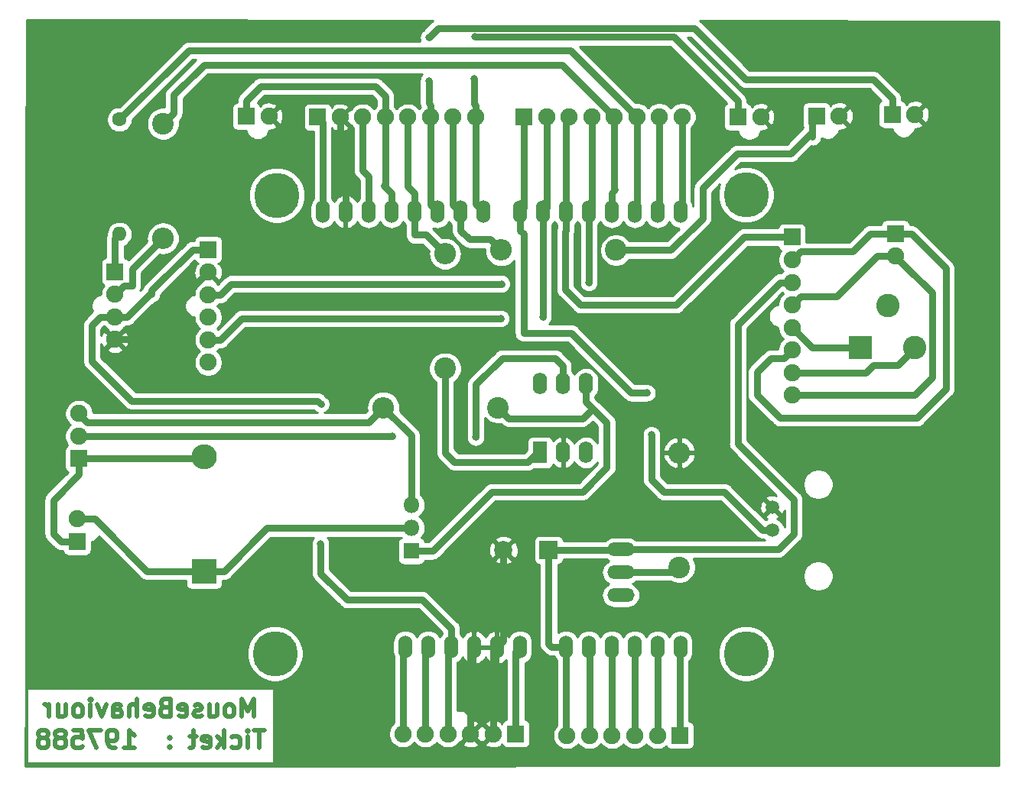
<source format=gbr>
G04 #@! TF.GenerationSoftware,KiCad,Pcbnew,(5.1.2)-2*
G04 #@! TF.CreationDate,2019-07-05T17:58:29+05:30*
G04 #@! TF.ProjectId,AnimalBehaviour,416e696d-616c-4426-9568-6176696f7572,rev?*
G04 #@! TF.SameCoordinates,Original*
G04 #@! TF.FileFunction,Copper,L2,Bot*
G04 #@! TF.FilePolarity,Positive*
%FSLAX46Y46*%
G04 Gerber Fmt 4.6, Leading zero omitted, Abs format (unit mm)*
G04 Created by KiCad (PCBNEW (5.1.2)-2) date 2019-07-05 17:58:29*
%MOMM*%
%LPD*%
G04 APERTURE LIST*
%ADD10C,0.500000*%
%ADD11R,1.900000X1.900000*%
%ADD12C,1.900000*%
%ADD13O,1.600000X2.400000*%
%ADD14R,1.600000X2.400000*%
%ADD15O,1.524000X2.540000*%
%ADD16C,5.000000*%
%ADD17C,2.000000*%
%ADD18R,2.000000X2.000000*%
%ADD19O,2.800000X2.800000*%
%ADD20R,2.800000X2.800000*%
%ADD21C,2.600000*%
%ADD22R,2.600000X2.600000*%
%ADD23C,1.500000*%
%ADD24O,1.800000X1.800000*%
%ADD25R,1.800000X1.800000*%
%ADD26O,1.600000X1.600000*%
%ADD27C,1.600000*%
%ADD28O,2.400000X2.400000*%
%ADD29C,2.400000*%
%ADD30O,3.010000X1.510000*%
%ADD31C,0.800000*%
%ADD32C,0.800000*%
%ADD33C,0.254000*%
G04 APERTURE END LIST*
D10*
X94886190Y-126844761D02*
X94886190Y-124844761D01*
X94219523Y-126273333D01*
X93552857Y-124844761D01*
X93552857Y-126844761D01*
X92314761Y-126844761D02*
X92505238Y-126749523D01*
X92600476Y-126654285D01*
X92695714Y-126463809D01*
X92695714Y-125892380D01*
X92600476Y-125701904D01*
X92505238Y-125606666D01*
X92314761Y-125511428D01*
X92029047Y-125511428D01*
X91838571Y-125606666D01*
X91743333Y-125701904D01*
X91648095Y-125892380D01*
X91648095Y-126463809D01*
X91743333Y-126654285D01*
X91838571Y-126749523D01*
X92029047Y-126844761D01*
X92314761Y-126844761D01*
X89933809Y-125511428D02*
X89933809Y-126844761D01*
X90790952Y-125511428D02*
X90790952Y-126559047D01*
X90695714Y-126749523D01*
X90505238Y-126844761D01*
X90219523Y-126844761D01*
X90029047Y-126749523D01*
X89933809Y-126654285D01*
X89076666Y-126749523D02*
X88886190Y-126844761D01*
X88505238Y-126844761D01*
X88314761Y-126749523D01*
X88219523Y-126559047D01*
X88219523Y-126463809D01*
X88314761Y-126273333D01*
X88505238Y-126178095D01*
X88790952Y-126178095D01*
X88981428Y-126082857D01*
X89076666Y-125892380D01*
X89076666Y-125797142D01*
X88981428Y-125606666D01*
X88790952Y-125511428D01*
X88505238Y-125511428D01*
X88314761Y-125606666D01*
X86600476Y-126749523D02*
X86790952Y-126844761D01*
X87171904Y-126844761D01*
X87362380Y-126749523D01*
X87457619Y-126559047D01*
X87457619Y-125797142D01*
X87362380Y-125606666D01*
X87171904Y-125511428D01*
X86790952Y-125511428D01*
X86600476Y-125606666D01*
X86505238Y-125797142D01*
X86505238Y-125987619D01*
X87457619Y-126178095D01*
X84981428Y-125797142D02*
X84695714Y-125892380D01*
X84600476Y-125987619D01*
X84505238Y-126178095D01*
X84505238Y-126463809D01*
X84600476Y-126654285D01*
X84695714Y-126749523D01*
X84886190Y-126844761D01*
X85648095Y-126844761D01*
X85648095Y-124844761D01*
X84981428Y-124844761D01*
X84790952Y-124940000D01*
X84695714Y-125035238D01*
X84600476Y-125225714D01*
X84600476Y-125416190D01*
X84695714Y-125606666D01*
X84790952Y-125701904D01*
X84981428Y-125797142D01*
X85648095Y-125797142D01*
X82886190Y-126749523D02*
X83076666Y-126844761D01*
X83457619Y-126844761D01*
X83648095Y-126749523D01*
X83743333Y-126559047D01*
X83743333Y-125797142D01*
X83648095Y-125606666D01*
X83457619Y-125511428D01*
X83076666Y-125511428D01*
X82886190Y-125606666D01*
X82790952Y-125797142D01*
X82790952Y-125987619D01*
X83743333Y-126178095D01*
X81933809Y-126844761D02*
X81933809Y-124844761D01*
X81076666Y-126844761D02*
X81076666Y-125797142D01*
X81171904Y-125606666D01*
X81362380Y-125511428D01*
X81648095Y-125511428D01*
X81838571Y-125606666D01*
X81933809Y-125701904D01*
X79267142Y-126844761D02*
X79267142Y-125797142D01*
X79362380Y-125606666D01*
X79552857Y-125511428D01*
X79933809Y-125511428D01*
X80124285Y-125606666D01*
X79267142Y-126749523D02*
X79457619Y-126844761D01*
X79933809Y-126844761D01*
X80124285Y-126749523D01*
X80219523Y-126559047D01*
X80219523Y-126368571D01*
X80124285Y-126178095D01*
X79933809Y-126082857D01*
X79457619Y-126082857D01*
X79267142Y-125987619D01*
X78505238Y-125511428D02*
X78029047Y-126844761D01*
X77552857Y-125511428D01*
X76790952Y-126844761D02*
X76790952Y-125511428D01*
X76790952Y-124844761D02*
X76886190Y-124940000D01*
X76790952Y-125035238D01*
X76695714Y-124940000D01*
X76790952Y-124844761D01*
X76790952Y-125035238D01*
X75552857Y-126844761D02*
X75743333Y-126749523D01*
X75838571Y-126654285D01*
X75933809Y-126463809D01*
X75933809Y-125892380D01*
X75838571Y-125701904D01*
X75743333Y-125606666D01*
X75552857Y-125511428D01*
X75267142Y-125511428D01*
X75076666Y-125606666D01*
X74981428Y-125701904D01*
X74886190Y-125892380D01*
X74886190Y-126463809D01*
X74981428Y-126654285D01*
X75076666Y-126749523D01*
X75267142Y-126844761D01*
X75552857Y-126844761D01*
X73171904Y-125511428D02*
X73171904Y-126844761D01*
X74029047Y-125511428D02*
X74029047Y-126559047D01*
X73933809Y-126749523D01*
X73743333Y-126844761D01*
X73457619Y-126844761D01*
X73267142Y-126749523D01*
X73171904Y-126654285D01*
X72219523Y-126844761D02*
X72219523Y-125511428D01*
X72219523Y-125892380D02*
X72124285Y-125701904D01*
X72029047Y-125606666D01*
X71838571Y-125511428D01*
X71648095Y-125511428D01*
X96029047Y-128344761D02*
X94886190Y-128344761D01*
X95457619Y-130344761D02*
X95457619Y-128344761D01*
X94219523Y-130344761D02*
X94219523Y-129011428D01*
X94219523Y-128344761D02*
X94314761Y-128440000D01*
X94219523Y-128535238D01*
X94124285Y-128440000D01*
X94219523Y-128344761D01*
X94219523Y-128535238D01*
X92410000Y-130249523D02*
X92600476Y-130344761D01*
X92981428Y-130344761D01*
X93171904Y-130249523D01*
X93267142Y-130154285D01*
X93362380Y-129963809D01*
X93362380Y-129392380D01*
X93267142Y-129201904D01*
X93171904Y-129106666D01*
X92981428Y-129011428D01*
X92600476Y-129011428D01*
X92410000Y-129106666D01*
X91552857Y-130344761D02*
X91552857Y-128344761D01*
X91362380Y-129582857D02*
X90790952Y-130344761D01*
X90790952Y-129011428D02*
X91552857Y-129773333D01*
X89171904Y-130249523D02*
X89362380Y-130344761D01*
X89743333Y-130344761D01*
X89933809Y-130249523D01*
X90029047Y-130059047D01*
X90029047Y-129297142D01*
X89933809Y-129106666D01*
X89743333Y-129011428D01*
X89362380Y-129011428D01*
X89171904Y-129106666D01*
X89076666Y-129297142D01*
X89076666Y-129487619D01*
X90029047Y-129678095D01*
X88505238Y-129011428D02*
X87743333Y-129011428D01*
X88219523Y-128344761D02*
X88219523Y-130059047D01*
X88124285Y-130249523D01*
X87933809Y-130344761D01*
X87743333Y-130344761D01*
X85552857Y-130154285D02*
X85457619Y-130249523D01*
X85552857Y-130344761D01*
X85648095Y-130249523D01*
X85552857Y-130154285D01*
X85552857Y-130344761D01*
X85552857Y-129106666D02*
X85457619Y-129201904D01*
X85552857Y-129297142D01*
X85648095Y-129201904D01*
X85552857Y-129106666D01*
X85552857Y-129297142D01*
X80505238Y-130344761D02*
X81648095Y-130344761D01*
X81076666Y-130344761D02*
X81076666Y-128344761D01*
X81267142Y-128630476D01*
X81457619Y-128820952D01*
X81648095Y-128916190D01*
X79552857Y-130344761D02*
X79171904Y-130344761D01*
X78981428Y-130249523D01*
X78886190Y-130154285D01*
X78695714Y-129868571D01*
X78600476Y-129487619D01*
X78600476Y-128725714D01*
X78695714Y-128535238D01*
X78790952Y-128440000D01*
X78981428Y-128344761D01*
X79362380Y-128344761D01*
X79552857Y-128440000D01*
X79648095Y-128535238D01*
X79743333Y-128725714D01*
X79743333Y-129201904D01*
X79648095Y-129392380D01*
X79552857Y-129487619D01*
X79362380Y-129582857D01*
X78981428Y-129582857D01*
X78790952Y-129487619D01*
X78695714Y-129392380D01*
X78600476Y-129201904D01*
X77933809Y-128344761D02*
X76600476Y-128344761D01*
X77457619Y-130344761D01*
X74886190Y-128344761D02*
X75838571Y-128344761D01*
X75933809Y-129297142D01*
X75838571Y-129201904D01*
X75648095Y-129106666D01*
X75171904Y-129106666D01*
X74981428Y-129201904D01*
X74886190Y-129297142D01*
X74790952Y-129487619D01*
X74790952Y-129963809D01*
X74886190Y-130154285D01*
X74981428Y-130249523D01*
X75171904Y-130344761D01*
X75648095Y-130344761D01*
X75838571Y-130249523D01*
X75933809Y-130154285D01*
X73648095Y-129201904D02*
X73838571Y-129106666D01*
X73933809Y-129011428D01*
X74029047Y-128820952D01*
X74029047Y-128725714D01*
X73933809Y-128535238D01*
X73838571Y-128440000D01*
X73648095Y-128344761D01*
X73267142Y-128344761D01*
X73076666Y-128440000D01*
X72981428Y-128535238D01*
X72886190Y-128725714D01*
X72886190Y-128820952D01*
X72981428Y-129011428D01*
X73076666Y-129106666D01*
X73267142Y-129201904D01*
X73648095Y-129201904D01*
X73838571Y-129297142D01*
X73933809Y-129392380D01*
X74029047Y-129582857D01*
X74029047Y-129963809D01*
X73933809Y-130154285D01*
X73838571Y-130249523D01*
X73648095Y-130344761D01*
X73267142Y-130344761D01*
X73076666Y-130249523D01*
X72981428Y-130154285D01*
X72886190Y-129963809D01*
X72886190Y-129582857D01*
X72981428Y-129392380D01*
X73076666Y-129297142D01*
X73267142Y-129201904D01*
X71743333Y-129201904D02*
X71933809Y-129106666D01*
X72029047Y-129011428D01*
X72124285Y-128820952D01*
X72124285Y-128725714D01*
X72029047Y-128535238D01*
X71933809Y-128440000D01*
X71743333Y-128344761D01*
X71362380Y-128344761D01*
X71171904Y-128440000D01*
X71076666Y-128535238D01*
X70981428Y-128725714D01*
X70981428Y-128820952D01*
X71076666Y-129011428D01*
X71171904Y-129106666D01*
X71362380Y-129201904D01*
X71743333Y-129201904D01*
X71933809Y-129297142D01*
X72029047Y-129392380D01*
X72124285Y-129582857D01*
X72124285Y-129963809D01*
X72029047Y-130154285D01*
X71933809Y-130249523D01*
X71743333Y-130344761D01*
X71362380Y-130344761D01*
X71171904Y-130249523D01*
X71076666Y-130154285D01*
X70981428Y-129963809D01*
X70981428Y-129582857D01*
X71076666Y-129392380D01*
X71171904Y-129297142D01*
X71362380Y-129201904D01*
D11*
X154450000Y-73700000D03*
D12*
X154450000Y-76200000D03*
X154450000Y-78700000D03*
X154450000Y-81200000D03*
X154450000Y-83700000D03*
X154450000Y-86200000D03*
X154450000Y-88700000D03*
X154450000Y-91200000D03*
D13*
X126550000Y-89950000D03*
X131630000Y-97570000D03*
X129090000Y-89950000D03*
X129090000Y-97570000D03*
X131630000Y-89950000D03*
D14*
X126550000Y-97570000D03*
D12*
X89810000Y-87580000D03*
X89810000Y-85080000D03*
X89810000Y-82580000D03*
X89810000Y-80080000D03*
X89810000Y-77580000D03*
D11*
X89810000Y-75080000D03*
D15*
X142100000Y-119140000D03*
X139560000Y-119140000D03*
X137020000Y-119140000D03*
X129400000Y-119140000D03*
X131940000Y-119140000D03*
X134480000Y-119140000D03*
X124320000Y-119140000D03*
X121780000Y-119140000D03*
X119240000Y-119140000D03*
X114160000Y-119140000D03*
X111620000Y-119140000D03*
X142100000Y-70880000D03*
X139560000Y-70880000D03*
X137020000Y-70880000D03*
X134480000Y-70880000D03*
X131940000Y-70880000D03*
X129400000Y-70880000D03*
X126860000Y-70880000D03*
X124320000Y-70880000D03*
X120256000Y-70880000D03*
X117716000Y-70880000D03*
X115176000Y-70880000D03*
X112636000Y-70880000D03*
X110096000Y-70880000D03*
X107556000Y-70880000D03*
X105016000Y-70880000D03*
X102476000Y-70880000D03*
X116700000Y-119140000D03*
D16*
X149360000Y-119860000D03*
X149360000Y-69010000D03*
X97410000Y-69060000D03*
X97210000Y-119860000D03*
D17*
X122500000Y-108390000D03*
D18*
X127500000Y-108390000D03*
D19*
X89360000Y-98030000D03*
D20*
X89360000Y-110730000D03*
D11*
X148460000Y-60370000D03*
D12*
X150960000Y-60370000D03*
X79490000Y-85040000D03*
X79490000Y-82540000D03*
X79490000Y-80040000D03*
D11*
X79490000Y-77540000D03*
D12*
X96520000Y-60300000D03*
D11*
X94020000Y-60300000D03*
D12*
X165900000Y-75810000D03*
D11*
X165900000Y-73310000D03*
D21*
X165030000Y-81250000D03*
X168030000Y-85950000D03*
D22*
X162030000Y-85950000D03*
D11*
X165560000Y-60100000D03*
D12*
X168060000Y-60100000D03*
D23*
X152260000Y-106180000D03*
X152260000Y-103640000D03*
D11*
X157160000Y-60270000D03*
D12*
X159660000Y-60270000D03*
X75490000Y-93250000D03*
X75490000Y-95750000D03*
D11*
X75490000Y-98250000D03*
D12*
X75290000Y-104940000D03*
D11*
X75290000Y-107440000D03*
X123860000Y-128750000D03*
D12*
X121360000Y-128750000D03*
X118860000Y-128750000D03*
X116360000Y-128750000D03*
X113860000Y-128750000D03*
X111360000Y-128750000D03*
X129530000Y-128920000D03*
X132030000Y-128920000D03*
X134530000Y-128920000D03*
X137030000Y-128920000D03*
X139530000Y-128920000D03*
D11*
X142030000Y-128920000D03*
D12*
X119420000Y-60410000D03*
X116920000Y-60410000D03*
X114420000Y-60410000D03*
X111920000Y-60410000D03*
X109420000Y-60410000D03*
X106920000Y-60410000D03*
X104420000Y-60410000D03*
D11*
X101920000Y-60410000D03*
D12*
X142270000Y-60340000D03*
X139770000Y-60340000D03*
X137270000Y-60340000D03*
X134770000Y-60340000D03*
X132270000Y-60340000D03*
X129770000Y-60340000D03*
X127270000Y-60340000D03*
D11*
X124770000Y-60340000D03*
D24*
X112300000Y-103410000D03*
X112300000Y-105950000D03*
D25*
X112300000Y-108490000D03*
D26*
X79990000Y-73360000D03*
D27*
X79990000Y-60660000D03*
D28*
X84810000Y-73830000D03*
D29*
X84810000Y-61130000D03*
D28*
X122250000Y-75140000D03*
D29*
X134950000Y-75140000D03*
X141960000Y-110290000D03*
D28*
X141960000Y-97590000D03*
D29*
X116040000Y-88240000D03*
D28*
X116040000Y-75540000D03*
X109190000Y-92590000D03*
D29*
X121890000Y-92590000D03*
D30*
X135480000Y-113390000D03*
X135480000Y-110850000D03*
X135480000Y-108310000D03*
D31*
X122280000Y-78870000D03*
X131940000Y-78750000D03*
X102280000Y-92210000D03*
X102250000Y-107710000D03*
X119280000Y-56150000D03*
X119300000Y-51520000D03*
X114230000Y-56360000D03*
X114230000Y-51570000D03*
X138880000Y-95600000D03*
X138400000Y-90960000D03*
X110160000Y-95750000D03*
X119430000Y-95880000D03*
X122210000Y-82710000D03*
X126860000Y-82510000D03*
D32*
X104420000Y-60410000D02*
X104420000Y-68300000D01*
X105016000Y-68810000D02*
X105016000Y-70880000D01*
X104506000Y-68300000D02*
X105016000Y-68810000D01*
X104420000Y-68300000D02*
X104506000Y-68300000D01*
X118860000Y-119520000D02*
X119240000Y-119140000D01*
X118860000Y-128750000D02*
X118860000Y-119520000D01*
X121360000Y-119560000D02*
X121780000Y-119140000D01*
X121360000Y-128750000D02*
X121360000Y-119560000D01*
X122500000Y-118420000D02*
X121780000Y-119140000D01*
X122500000Y-108390000D02*
X122500000Y-118420000D01*
X79490000Y-85040000D02*
X81600000Y-85040000D01*
X81600000Y-85040000D02*
X87690000Y-78950000D01*
X88440000Y-78950000D02*
X89810000Y-77580000D01*
X87690000Y-78950000D02*
X88440000Y-78950000D01*
X129400000Y-128790000D02*
X129530000Y-128920000D01*
X129400000Y-119140000D02*
X129400000Y-128790000D01*
X153106498Y-78700000D02*
X148440000Y-83366498D01*
X154450000Y-78700000D02*
X153106498Y-78700000D01*
X148440000Y-83366498D02*
X148440000Y-96580000D01*
X148440000Y-96580000D02*
X154630000Y-102770000D01*
X154630000Y-102770000D02*
X154630000Y-106590000D01*
X152910000Y-108310000D02*
X135480000Y-108310000D01*
X154630000Y-106590000D02*
X152910000Y-108310000D01*
X135400000Y-108390000D02*
X135480000Y-108310000D01*
X127500000Y-108390000D02*
X135400000Y-108390000D01*
X127838000Y-119140000D02*
X129400000Y-119140000D01*
X127500000Y-118802000D02*
X127838000Y-119140000D01*
X127500000Y-108390000D02*
X127500000Y-118802000D01*
X89140000Y-98250000D02*
X89360000Y-98030000D01*
X75490000Y-98250000D02*
X89140000Y-98250000D01*
X73540000Y-107440000D02*
X72660000Y-106560000D01*
X75290000Y-107440000D02*
X73540000Y-107440000D01*
X75490000Y-100000000D02*
X75490000Y-98250000D01*
X72660000Y-102830000D02*
X75490000Y-100000000D01*
X72660000Y-106560000D02*
X72660000Y-102830000D01*
X77230002Y-104940000D02*
X75290000Y-104940000D01*
X89360000Y-110730000D02*
X83020002Y-110730000D01*
X83020002Y-110730000D02*
X77230002Y-104940000D01*
X111027208Y-105950000D02*
X112300000Y-105950000D01*
X96340000Y-105950000D02*
X111027208Y-105950000D01*
X91560000Y-110730000D02*
X96340000Y-105950000D01*
X89360000Y-110730000D02*
X91560000Y-110730000D01*
X129400000Y-60710000D02*
X129770000Y-60340000D01*
X129400000Y-70880000D02*
X129400000Y-60710000D01*
X129400000Y-72950000D02*
X129320000Y-73030000D01*
X129400000Y-70880000D02*
X129400000Y-72950000D01*
X129320000Y-73030000D02*
X129320000Y-79530000D01*
X129320000Y-79530000D02*
X131000000Y-81210000D01*
X131000000Y-81210000D02*
X141620000Y-81210000D01*
X149130000Y-73700000D02*
X154450000Y-73700000D01*
X141620000Y-81210000D02*
X149130000Y-73700000D01*
X132270000Y-70550000D02*
X131940000Y-70880000D01*
X132270000Y-60340000D02*
X132270000Y-70550000D01*
X91153502Y-80080000D02*
X92363502Y-78870000D01*
X89810000Y-80080000D02*
X91153502Y-80080000D01*
X92363502Y-78870000D02*
X122280000Y-78870000D01*
X131940000Y-70880000D02*
X131940000Y-78750000D01*
X122280000Y-78870000D02*
X122300000Y-78870000D01*
X131940000Y-78750000D02*
X131940000Y-78750000D01*
X116360000Y-119480000D02*
X116700000Y-119140000D01*
X116360000Y-128750000D02*
X116360000Y-119480000D01*
X80833502Y-82540000D02*
X83370000Y-80003502D01*
X79490000Y-82540000D02*
X80833502Y-82540000D01*
X83370000Y-80003502D02*
X83546498Y-80003502D01*
X88060000Y-75080000D02*
X89810000Y-75080000D01*
X83546498Y-79593502D02*
X88060000Y-75080000D01*
X83546498Y-80003502D02*
X83546498Y-79593502D01*
X116700000Y-117070000D02*
X113530000Y-113900000D01*
X116700000Y-119140000D02*
X116700000Y-117070000D01*
X113530000Y-113900000D02*
X106820000Y-113900000D01*
X106820000Y-113900000D02*
X105190000Y-113900000D01*
X105190000Y-113900000D02*
X102250000Y-110960000D01*
X102250000Y-110960000D02*
X102250000Y-107710000D01*
X79490000Y-82540000D02*
X77860000Y-82540000D01*
X77860000Y-82540000D02*
X76940000Y-83460000D01*
X76940000Y-83460000D02*
X76940000Y-87440000D01*
X76940000Y-87440000D02*
X81360000Y-91860000D01*
X81360000Y-91860000D02*
X101930000Y-91860000D01*
X101930000Y-91860000D02*
X102280000Y-92210000D01*
X102280000Y-92210000D02*
X102280000Y-92210000D01*
X102250000Y-107710000D02*
X102250000Y-107710000D01*
X119420000Y-70044000D02*
X120256000Y-70880000D01*
X119420000Y-60410000D02*
X119420000Y-70044000D01*
X148460000Y-58620000D02*
X141360000Y-51520000D01*
X148460000Y-60370000D02*
X148460000Y-58620000D01*
X141360000Y-51520000D02*
X119300000Y-51520000D01*
X119420000Y-59066498D02*
X119280000Y-58926498D01*
X119420000Y-60410000D02*
X119420000Y-59066498D01*
X119280000Y-58926498D02*
X119280000Y-56150000D01*
X119280000Y-56150000D02*
X119280000Y-56150000D01*
X119300000Y-51520000D02*
X119300000Y-51520000D01*
X80439999Y-79090001D02*
X81399999Y-79090001D01*
X79490000Y-80040000D02*
X80439999Y-79090001D01*
X81399999Y-77240001D02*
X84810000Y-73830000D01*
X81399999Y-79090001D02*
X81399999Y-77240001D01*
X79490000Y-73860000D02*
X79990000Y-73360000D01*
X79490000Y-77540000D02*
X79490000Y-73860000D01*
X155399999Y-75250001D02*
X161169999Y-75250001D01*
X154450000Y-76200000D02*
X155399999Y-75250001D01*
X164150000Y-73310000D02*
X165900000Y-73310000D01*
X163110001Y-73309999D02*
X164150000Y-73310000D01*
X161169999Y-75250001D02*
X163110001Y-73309999D01*
X171500000Y-90500000D02*
X171500000Y-77160000D01*
X168260000Y-93740000D02*
X171500000Y-90500000D01*
X154450000Y-86200000D02*
X153500001Y-87149999D01*
X167650000Y-73310000D02*
X165900000Y-73310000D01*
X153500001Y-87149999D02*
X152069999Y-87149999D01*
X152069999Y-87149999D02*
X150540000Y-88679998D01*
X150540000Y-88679998D02*
X150540000Y-91180000D01*
X171500000Y-77160000D02*
X167650000Y-73310000D01*
X150540000Y-91180000D02*
X153100000Y-93740000D01*
X153100000Y-93740000D02*
X168260000Y-93740000D01*
X155399999Y-80250001D02*
X159399999Y-80250001D01*
X154450000Y-81200000D02*
X155399999Y-80250001D01*
X163840000Y-75810000D02*
X165900000Y-75810000D01*
X159399999Y-80250001D02*
X163840000Y-75810000D01*
X154450000Y-91200000D02*
X168000000Y-91200000D01*
X166849999Y-76759999D02*
X165900000Y-75810000D01*
X169930001Y-79840001D02*
X166849999Y-76759999D01*
X169930001Y-89269999D02*
X169930001Y-79840001D01*
X168000000Y-91200000D02*
X169930001Y-89269999D01*
X156700000Y-85950000D02*
X162030000Y-85950000D01*
X154450000Y-83700000D02*
X156700000Y-85950000D01*
X154450000Y-88700000D02*
X162640001Y-88700000D01*
X166730001Y-87249999D02*
X168030000Y-85950000D01*
X166129999Y-87850001D02*
X166730001Y-87249999D01*
X163490000Y-87850001D02*
X166129999Y-87850001D01*
X162640001Y-88700000D02*
X163490000Y-87850001D01*
X110096000Y-68810000D02*
X109270000Y-67984000D01*
X110096000Y-70880000D02*
X110096000Y-68810000D01*
X109420000Y-67834000D02*
X109420000Y-60410000D01*
X109270000Y-67984000D02*
X109420000Y-67834000D01*
X94020000Y-58550000D02*
X95600000Y-56970000D01*
X94020000Y-60300000D02*
X94020000Y-58550000D01*
X95600000Y-56970000D02*
X108350000Y-56970000D01*
X109420000Y-58040000D02*
X109420000Y-60410000D01*
X108350000Y-56970000D02*
X109420000Y-58040000D01*
X114420000Y-70124000D02*
X115176000Y-70880000D01*
X114420000Y-60410000D02*
X114420000Y-70124000D01*
X165560000Y-58350000D02*
X163430000Y-56220000D01*
X165560000Y-60100000D02*
X165560000Y-58350000D01*
X163430000Y-56220000D02*
X149310000Y-56220000D01*
X143609990Y-50519990D02*
X115280010Y-50519990D01*
X149310000Y-56220000D02*
X143609990Y-50519990D01*
X115280010Y-50519990D02*
X114230000Y-51570000D01*
X114420000Y-59066498D02*
X114230000Y-58876498D01*
X114420000Y-60410000D02*
X114420000Y-59066498D01*
X114230000Y-58876498D02*
X114230000Y-56360000D01*
X114230000Y-56360000D02*
X114230000Y-56360000D01*
X114230000Y-51570000D02*
X114230000Y-51570000D01*
X124770000Y-70430000D02*
X124320000Y-70880000D01*
X124770000Y-60340000D02*
X124770000Y-70430000D01*
X124320000Y-72950000D02*
X124730000Y-73360000D01*
X124320000Y-70880000D02*
X124320000Y-72950000D01*
X124730000Y-73360000D02*
X124730000Y-81794227D01*
X124730000Y-81794227D02*
X124730000Y-84330000D01*
X130010000Y-84330000D02*
X136640000Y-90960000D01*
X124730000Y-84330000D02*
X130010000Y-84330000D01*
X136640000Y-90960000D02*
X138400000Y-90960000D01*
X151199340Y-106180000D02*
X146950000Y-101930660D01*
X152260000Y-106180000D02*
X151199340Y-106180000D01*
X146950000Y-101930660D02*
X140260660Y-101930660D01*
X140260660Y-101930660D02*
X138880000Y-100550000D01*
X138880000Y-100550000D02*
X138880000Y-95600000D01*
X138880000Y-95600000D02*
X138880000Y-95600000D01*
X138400000Y-90960000D02*
X138400000Y-90960000D01*
X156700000Y-60850000D02*
X156700000Y-62600000D01*
X156650000Y-62060000D02*
X154290000Y-64420000D01*
X144530000Y-68280000D02*
X144530000Y-71620000D01*
X154290000Y-64420000D02*
X148390000Y-64420000D01*
X148390000Y-64420000D02*
X144530000Y-68280000D01*
X141010000Y-75140000D02*
X134950000Y-75140000D01*
X144530000Y-71620000D02*
X141010000Y-75140000D01*
X107580001Y-94199999D02*
X109190000Y-92590000D01*
X75490000Y-93250000D02*
X76439999Y-94199999D01*
X76439999Y-94199999D02*
X107580001Y-94199999D01*
X112300000Y-95700000D02*
X109190000Y-92590000D01*
X112300000Y-103410000D02*
X112300000Y-95700000D01*
X75490000Y-95750000D02*
X110160000Y-95750000D01*
X129090000Y-87950000D02*
X128250000Y-87110000D01*
X129090000Y-89950000D02*
X129090000Y-87950000D01*
X128250000Y-87110000D02*
X122350000Y-87110000D01*
X122350000Y-87110000D02*
X119430000Y-90030000D01*
X119430000Y-90030000D02*
X119430000Y-95880000D01*
X110160000Y-95750000D02*
X110160000Y-95750000D01*
X119430000Y-95880000D02*
X119430000Y-95880000D01*
X123860000Y-119600000D02*
X124320000Y-119140000D01*
X123860000Y-128750000D02*
X123860000Y-119600000D01*
X113860000Y-119440000D02*
X114160000Y-119140000D01*
X113860000Y-128750000D02*
X113860000Y-119440000D01*
X111360000Y-119400000D02*
X111620000Y-119140000D01*
X111360000Y-128750000D02*
X111360000Y-119400000D01*
X132030000Y-119230000D02*
X131940000Y-119140000D01*
X132030000Y-128920000D02*
X132030000Y-119230000D01*
X134530000Y-119190000D02*
X134480000Y-119140000D01*
X134530000Y-128920000D02*
X134530000Y-119190000D01*
X137030000Y-119150000D02*
X137020000Y-119140000D01*
X137030000Y-128920000D02*
X137030000Y-119150000D01*
X139530000Y-119170000D02*
X139560000Y-119140000D01*
X139530000Y-128920000D02*
X139530000Y-119170000D01*
X142030000Y-119210000D02*
X142100000Y-119140000D01*
X142030000Y-128920000D02*
X142030000Y-119210000D01*
X116920000Y-70084000D02*
X117716000Y-70880000D01*
X116920000Y-60410000D02*
X116920000Y-70084000D01*
X117716000Y-72950000D02*
X117716000Y-70880000D01*
X118706001Y-73940001D02*
X117716000Y-72950000D01*
X121050001Y-73940001D02*
X118706001Y-73940001D01*
X122250000Y-75140000D02*
X121050001Y-73940001D01*
X111920000Y-68094000D02*
X111920000Y-60410000D01*
X112636000Y-70880000D02*
X112636000Y-68810000D01*
X112636000Y-68810000D02*
X111920000Y-68094000D01*
X112636000Y-70880000D02*
X112636000Y-73446000D01*
X113946000Y-73446000D02*
X116040000Y-75540000D01*
X112636000Y-73446000D02*
X113946000Y-73446000D01*
X107556000Y-70880000D02*
X107556000Y-66946000D01*
X106920000Y-66310000D02*
X106920000Y-60410000D01*
X107556000Y-66946000D02*
X106920000Y-66310000D01*
X102476000Y-60966000D02*
X101920000Y-60410000D01*
X102476000Y-70880000D02*
X102476000Y-60966000D01*
X142270000Y-70710000D02*
X142100000Y-70880000D01*
X142270000Y-60340000D02*
X142270000Y-70710000D01*
X139770000Y-70670000D02*
X139560000Y-70880000D01*
X139770000Y-60340000D02*
X139770000Y-70670000D01*
X137270000Y-70630000D02*
X137020000Y-70880000D01*
X137270000Y-60340000D02*
X137270000Y-70630000D01*
X79990000Y-60660000D02*
X87650000Y-53000000D01*
X129930000Y-53000000D02*
X137270000Y-60340000D01*
X87650000Y-53000000D02*
X129930000Y-53000000D01*
X134480000Y-68810000D02*
X134840000Y-68450000D01*
X134480000Y-70880000D02*
X134480000Y-68810000D01*
X134770000Y-68380000D02*
X134770000Y-60340000D01*
X134840000Y-68450000D02*
X134770000Y-68380000D01*
X86009999Y-59930001D02*
X86009999Y-57900001D01*
X84810000Y-61130000D02*
X86009999Y-59930001D01*
X86009999Y-57900001D02*
X89340000Y-54570000D01*
X129000000Y-54570000D02*
X134770000Y-60340000D01*
X89340000Y-54570000D02*
X129000000Y-54570000D01*
X127270000Y-70470000D02*
X126860000Y-70880000D01*
X127270000Y-60340000D02*
X127270000Y-70470000D01*
X91153502Y-85080000D02*
X93523502Y-82710000D01*
X89810000Y-85080000D02*
X91153502Y-85080000D01*
X93523502Y-82710000D02*
X122210000Y-82710000D01*
X126860000Y-70880000D02*
X126860000Y-82510000D01*
X122210000Y-82710000D02*
X122210000Y-82710000D01*
X126860000Y-82510000D02*
X126860000Y-82510000D01*
X112300000Y-108490000D02*
X114640000Y-108490000D01*
X114640000Y-108490000D02*
X121190000Y-101940000D01*
X121190000Y-101940000D02*
X131250000Y-101940000D01*
X131250000Y-101940000D02*
X133940000Y-99250000D01*
X131630000Y-91950000D02*
X131630000Y-89950000D01*
X133940000Y-99250000D02*
X133940000Y-94260000D01*
X131240001Y-93789999D02*
X132355000Y-92675000D01*
X123089999Y-93789999D02*
X131240001Y-93789999D01*
X121890000Y-92590000D02*
X123089999Y-93789999D01*
X133940000Y-94260000D02*
X132355000Y-92675000D01*
X132355000Y-92675000D02*
X131630000Y-91950000D01*
X141400000Y-110850000D02*
X141960000Y-110290000D01*
X135480000Y-110850000D02*
X141400000Y-110850000D01*
X116040000Y-88240000D02*
X116040000Y-97580000D01*
X116040000Y-97580000D02*
X117090000Y-98630000D01*
X117090000Y-98630000D02*
X125190000Y-98630000D01*
X126250000Y-97570000D02*
X126550000Y-97570000D01*
X125190000Y-98630000D02*
X126250000Y-97570000D01*
D33*
G36*
X114669657Y-49681973D02*
G01*
X114584102Y-49752187D01*
X114544614Y-49784594D01*
X114512207Y-49824082D01*
X113570229Y-50766061D01*
X113570226Y-50766063D01*
X113534092Y-50802197D01*
X113494604Y-50834604D01*
X113462197Y-50874092D01*
X113426063Y-50910226D01*
X113397672Y-50952716D01*
X113365266Y-50992203D01*
X113341186Y-51037254D01*
X113312795Y-51079744D01*
X113293238Y-51126958D01*
X113269159Y-51172007D01*
X113254331Y-51220887D01*
X113234774Y-51268102D01*
X113224804Y-51318223D01*
X113209976Y-51367105D01*
X113204969Y-51417943D01*
X113195000Y-51468061D01*
X113195000Y-51519162D01*
X113189993Y-51570000D01*
X113195000Y-51620838D01*
X113195000Y-51671939D01*
X113204969Y-51722057D01*
X113209976Y-51772895D01*
X113224804Y-51821777D01*
X113234774Y-51871898D01*
X113254331Y-51919113D01*
X113268251Y-51965000D01*
X87700835Y-51965000D01*
X87650000Y-51959993D01*
X87599164Y-51965000D01*
X87599162Y-51965000D01*
X87447105Y-51979976D01*
X87252007Y-52039159D01*
X87168309Y-52083896D01*
X87072202Y-52135266D01*
X86954092Y-52232197D01*
X86914604Y-52264604D01*
X86882197Y-52304092D01*
X79961290Y-59225000D01*
X79848665Y-59225000D01*
X79571426Y-59280147D01*
X79310273Y-59388320D01*
X79075241Y-59545363D01*
X78875363Y-59745241D01*
X78718320Y-59980273D01*
X78610147Y-60241426D01*
X78555000Y-60518665D01*
X78555000Y-60801335D01*
X78610147Y-61078574D01*
X78718320Y-61339727D01*
X78875363Y-61574759D01*
X79075241Y-61774637D01*
X79310273Y-61931680D01*
X79571426Y-62039853D01*
X79848665Y-62095000D01*
X80131335Y-62095000D01*
X80408574Y-62039853D01*
X80669727Y-61931680D01*
X80904759Y-61774637D01*
X81104637Y-61574759D01*
X81261680Y-61339727D01*
X81369853Y-61078574D01*
X81425000Y-60801335D01*
X81425000Y-60688710D01*
X88078711Y-54035000D01*
X88411289Y-54035000D01*
X85314091Y-57132199D01*
X85274604Y-57164605D01*
X85242197Y-57204093D01*
X85242196Y-57204094D01*
X85145265Y-57322204D01*
X85049159Y-57502008D01*
X84989976Y-57697106D01*
X84969993Y-57900001D01*
X84975000Y-57950838D01*
X84974999Y-59295000D01*
X84629268Y-59295000D01*
X84274750Y-59365518D01*
X83940801Y-59503844D01*
X83640256Y-59704662D01*
X83384662Y-59960256D01*
X83183844Y-60260801D01*
X83045518Y-60594750D01*
X82975000Y-60949268D01*
X82975000Y-61310732D01*
X83045518Y-61665250D01*
X83183844Y-61999199D01*
X83384662Y-62299744D01*
X83640256Y-62555338D01*
X83940801Y-62756156D01*
X84274750Y-62894482D01*
X84629268Y-62965000D01*
X84990732Y-62965000D01*
X85345250Y-62894482D01*
X85679199Y-62756156D01*
X85979744Y-62555338D01*
X86235338Y-62299744D01*
X86436156Y-61999199D01*
X86574482Y-61665250D01*
X86645000Y-61310732D01*
X86645000Y-60949268D01*
X86613385Y-60790326D01*
X86705907Y-60697804D01*
X86745395Y-60665397D01*
X86789835Y-60611247D01*
X86874733Y-60507799D01*
X86938658Y-60388203D01*
X86970840Y-60327994D01*
X87030023Y-60132896D01*
X87044999Y-59980839D01*
X87044999Y-59980836D01*
X87050006Y-59930001D01*
X87044999Y-59879166D01*
X87044999Y-58328711D01*
X89768711Y-55605000D01*
X113518492Y-55605000D01*
X113494604Y-55624604D01*
X113462197Y-55664092D01*
X113426063Y-55700226D01*
X113397672Y-55742716D01*
X113365266Y-55782203D01*
X113341186Y-55827254D01*
X113312795Y-55869744D01*
X113293238Y-55916958D01*
X113269159Y-55962007D01*
X113254331Y-56010887D01*
X113234774Y-56058102D01*
X113224804Y-56108223D01*
X113209976Y-56157105D01*
X113204969Y-56207943D01*
X113195000Y-56258061D01*
X113195000Y-56309162D01*
X113189993Y-56360000D01*
X113195000Y-56410838D01*
X113195000Y-56461939D01*
X113195001Y-56461944D01*
X113195000Y-58825670D01*
X113189994Y-58876498D01*
X113195000Y-58927326D01*
X113195000Y-58927335D01*
X113209976Y-59079392D01*
X113269159Y-59274490D01*
X113284772Y-59303699D01*
X113188850Y-59399621D01*
X113170000Y-59427832D01*
X113151150Y-59399621D01*
X112930379Y-59178850D01*
X112670779Y-59005391D01*
X112382327Y-58885911D01*
X112076109Y-58825000D01*
X111763891Y-58825000D01*
X111457673Y-58885911D01*
X111169221Y-59005391D01*
X110909621Y-59178850D01*
X110688850Y-59399621D01*
X110670000Y-59427832D01*
X110651150Y-59399621D01*
X110455000Y-59203471D01*
X110455000Y-58090835D01*
X110460007Y-58040000D01*
X110455000Y-57989162D01*
X110440024Y-57837105D01*
X110393964Y-57685266D01*
X110380841Y-57642006D01*
X110284734Y-57462202D01*
X110187803Y-57344092D01*
X110155396Y-57304604D01*
X110115908Y-57272197D01*
X109117807Y-56274097D01*
X109085396Y-56234604D01*
X108927797Y-56105266D01*
X108747993Y-56009159D01*
X108552895Y-55949976D01*
X108400838Y-55935000D01*
X108400828Y-55935000D01*
X108350000Y-55929994D01*
X108299172Y-55935000D01*
X95650827Y-55935000D01*
X95599999Y-55929994D01*
X95549171Y-55935000D01*
X95549162Y-55935000D01*
X95397105Y-55949976D01*
X95202007Y-56009159D01*
X95129226Y-56048061D01*
X95022202Y-56105266D01*
X94904092Y-56202197D01*
X94864604Y-56234604D01*
X94832197Y-56274092D01*
X93324092Y-57782198D01*
X93284605Y-57814604D01*
X93252198Y-57854092D01*
X93252197Y-57854093D01*
X93155266Y-57972203D01*
X93059160Y-58152007D01*
X92999977Y-58347105D01*
X92979994Y-58550000D01*
X92985001Y-58600837D01*
X92985001Y-58720299D01*
X92945518Y-58724188D01*
X92825820Y-58760498D01*
X92715506Y-58819463D01*
X92618815Y-58898815D01*
X92539463Y-58995506D01*
X92480498Y-59105820D01*
X92444188Y-59225518D01*
X92431928Y-59350000D01*
X92431928Y-61250000D01*
X92444188Y-61374482D01*
X92480498Y-61494180D01*
X92539463Y-61604494D01*
X92618815Y-61701185D01*
X92715506Y-61780537D01*
X92825820Y-61839502D01*
X92945518Y-61875812D01*
X93070000Y-61888072D01*
X94009170Y-61888072D01*
X94034381Y-62014821D01*
X94131247Y-62248676D01*
X94271875Y-62459140D01*
X94450860Y-62638125D01*
X94661324Y-62778753D01*
X94895179Y-62875619D01*
X95143439Y-62925000D01*
X95396561Y-62925000D01*
X95644821Y-62875619D01*
X95878676Y-62778753D01*
X96089140Y-62638125D01*
X96268125Y-62459140D01*
X96408753Y-62248676D01*
X96505619Y-62014821D01*
X96530794Y-61888257D01*
X96584573Y-61891359D01*
X96893791Y-61848184D01*
X97188644Y-61745513D01*
X97350421Y-61659042D01*
X97440147Y-61399752D01*
X96520000Y-60479605D01*
X96505858Y-60493748D01*
X96326253Y-60314143D01*
X96340395Y-60300000D01*
X96699605Y-60300000D01*
X97619752Y-61220147D01*
X97879042Y-61130421D01*
X98014935Y-60849329D01*
X98093379Y-60547127D01*
X98111359Y-60235427D01*
X98068184Y-59926209D01*
X97965513Y-59631356D01*
X97879042Y-59469579D01*
X97851361Y-59460000D01*
X100331928Y-59460000D01*
X100331928Y-61360000D01*
X100344188Y-61484482D01*
X100380498Y-61604180D01*
X100439463Y-61714494D01*
X100518815Y-61811185D01*
X100615506Y-61890537D01*
X100725820Y-61949502D01*
X100845518Y-61985812D01*
X100970000Y-61998072D01*
X101441001Y-61998072D01*
X101441000Y-69431048D01*
X101308817Y-69592114D01*
X101179096Y-69834806D01*
X101099214Y-70098141D01*
X101079000Y-70303376D01*
X101079000Y-71456625D01*
X101099214Y-71661860D01*
X101179096Y-71925195D01*
X101308817Y-72167887D01*
X101483393Y-72380608D01*
X101696114Y-72555183D01*
X101938806Y-72684904D01*
X102202141Y-72764786D01*
X102476000Y-72791759D01*
X102749860Y-72764786D01*
X103013195Y-72684904D01*
X103255887Y-72555183D01*
X103468608Y-72380608D01*
X103643183Y-72167887D01*
X103747038Y-71973587D01*
X103773941Y-72039942D01*
X103924994Y-72269729D01*
X104117974Y-72465632D01*
X104345465Y-72620122D01*
X104598724Y-72727262D01*
X104672930Y-72742220D01*
X104889000Y-72619720D01*
X104889000Y-71007000D01*
X104869000Y-71007000D01*
X104869000Y-70753000D01*
X104889000Y-70753000D01*
X104889000Y-69140280D01*
X104672930Y-69017780D01*
X104598724Y-69032738D01*
X104345465Y-69139878D01*
X104117974Y-69294368D01*
X103924994Y-69490271D01*
X103773941Y-69720058D01*
X103747038Y-69786413D01*
X103643183Y-69592113D01*
X103511000Y-69431048D01*
X103511000Y-61541965D01*
X103589579Y-61769042D01*
X103870671Y-61904935D01*
X104172873Y-61983379D01*
X104484573Y-62001359D01*
X104793791Y-61958184D01*
X105088644Y-61855513D01*
X105250421Y-61769042D01*
X105340147Y-61509752D01*
X104420000Y-60589605D01*
X104405858Y-60603748D01*
X104226253Y-60424143D01*
X104240395Y-60410000D01*
X104226253Y-60395858D01*
X104405858Y-60216253D01*
X104420000Y-60230395D01*
X105340147Y-59310248D01*
X105250421Y-59050958D01*
X104969329Y-58915065D01*
X104667127Y-58836621D01*
X104355427Y-58818641D01*
X104046209Y-58861816D01*
X103751356Y-58964487D01*
X103589579Y-59050958D01*
X103499854Y-59310246D01*
X103483048Y-59293440D01*
X103459502Y-59215820D01*
X103400537Y-59105506D01*
X103321185Y-59008815D01*
X103224494Y-58929463D01*
X103114180Y-58870498D01*
X102994482Y-58834188D01*
X102870000Y-58821928D01*
X100970000Y-58821928D01*
X100845518Y-58834188D01*
X100725820Y-58870498D01*
X100615506Y-58929463D01*
X100518815Y-59008815D01*
X100439463Y-59105506D01*
X100380498Y-59215820D01*
X100344188Y-59335518D01*
X100331928Y-59460000D01*
X97851361Y-59460000D01*
X97619752Y-59379853D01*
X96699605Y-60300000D01*
X96340395Y-60300000D01*
X96326253Y-60285858D01*
X96505858Y-60106253D01*
X96520000Y-60120395D01*
X97440147Y-59200248D01*
X97350421Y-58940958D01*
X97069329Y-58805065D01*
X96767127Y-58726621D01*
X96455427Y-58708641D01*
X96146209Y-58751816D01*
X95851356Y-58854487D01*
X95689579Y-58940958D01*
X95599854Y-59200246D01*
X95583048Y-59183440D01*
X95559502Y-59105820D01*
X95500537Y-58995506D01*
X95421185Y-58898815D01*
X95324494Y-58819463D01*
X95252650Y-58781061D01*
X96028711Y-58005000D01*
X107921290Y-58005000D01*
X108385000Y-58468711D01*
X108385000Y-59203471D01*
X108188850Y-59399621D01*
X108170000Y-59427832D01*
X108151150Y-59399621D01*
X107930379Y-59178850D01*
X107670779Y-59005391D01*
X107382327Y-58885911D01*
X107076109Y-58825000D01*
X106763891Y-58825000D01*
X106457673Y-58885911D01*
X106169221Y-59005391D01*
X105909621Y-59178850D01*
X105688850Y-59399621D01*
X105608125Y-59520434D01*
X105519752Y-59489853D01*
X104599605Y-60410000D01*
X105519752Y-61330147D01*
X105608125Y-61299566D01*
X105688850Y-61420379D01*
X105885001Y-61616530D01*
X105885000Y-66259172D01*
X105879994Y-66310000D01*
X105885000Y-66360828D01*
X105885000Y-66360837D01*
X105899976Y-66512894D01*
X105959159Y-66707992D01*
X106055266Y-66887797D01*
X106184604Y-67045396D01*
X106224097Y-67077807D01*
X106521001Y-67374711D01*
X106521000Y-69431048D01*
X106388817Y-69592114D01*
X106284962Y-69786414D01*
X106258059Y-69720058D01*
X106107006Y-69490271D01*
X105914026Y-69294368D01*
X105686535Y-69139878D01*
X105433276Y-69032738D01*
X105359070Y-69017780D01*
X105143000Y-69140280D01*
X105143000Y-70753000D01*
X105163000Y-70753000D01*
X105163000Y-71007000D01*
X105143000Y-71007000D01*
X105143000Y-72619720D01*
X105359070Y-72742220D01*
X105433276Y-72727262D01*
X105686535Y-72620122D01*
X105914026Y-72465632D01*
X106107006Y-72269729D01*
X106258059Y-72039942D01*
X106284962Y-71973587D01*
X106388817Y-72167887D01*
X106563393Y-72380608D01*
X106776114Y-72555183D01*
X107018806Y-72684904D01*
X107282141Y-72764786D01*
X107556000Y-72791759D01*
X107829860Y-72764786D01*
X108093195Y-72684904D01*
X108335887Y-72555183D01*
X108548608Y-72380608D01*
X108723183Y-72167887D01*
X108826000Y-71975529D01*
X108928817Y-72167887D01*
X109103393Y-72380608D01*
X109316114Y-72555183D01*
X109558806Y-72684904D01*
X109822141Y-72764786D01*
X110096000Y-72791759D01*
X110369860Y-72764786D01*
X110633195Y-72684904D01*
X110875887Y-72555183D01*
X111088608Y-72380608D01*
X111263183Y-72167887D01*
X111366000Y-71975529D01*
X111468817Y-72167887D01*
X111601001Y-72328953D01*
X111601001Y-73395152D01*
X111595993Y-73446000D01*
X111615976Y-73648895D01*
X111675159Y-73843993D01*
X111771266Y-74023797D01*
X111900604Y-74181396D01*
X112058203Y-74310734D01*
X112238007Y-74406841D01*
X112433105Y-74466024D01*
X112585162Y-74481000D01*
X112636000Y-74486007D01*
X112686838Y-74481000D01*
X113517290Y-74481000D01*
X114230208Y-75193919D01*
X114196122Y-75540000D01*
X114231552Y-75899723D01*
X114336479Y-76245622D01*
X114506871Y-76564404D01*
X114736181Y-76843819D01*
X115015596Y-77073129D01*
X115334378Y-77243521D01*
X115680277Y-77348448D01*
X115949861Y-77375000D01*
X116130139Y-77375000D01*
X116399723Y-77348448D01*
X116745622Y-77243521D01*
X117064404Y-77073129D01*
X117343819Y-76843819D01*
X117573129Y-76564404D01*
X117743521Y-76245622D01*
X117848448Y-75899723D01*
X117883878Y-75540000D01*
X117848448Y-75180277D01*
X117743521Y-74834378D01*
X117573129Y-74515596D01*
X117343819Y-74236181D01*
X117064404Y-74006871D01*
X116745622Y-73836479D01*
X116399723Y-73731552D01*
X116130139Y-73705000D01*
X115949861Y-73705000D01*
X115693919Y-73730208D01*
X114713807Y-72750097D01*
X114681396Y-72710604D01*
X114656691Y-72690329D01*
X114902141Y-72764786D01*
X115176000Y-72791759D01*
X115449860Y-72764786D01*
X115713195Y-72684904D01*
X115955887Y-72555183D01*
X116168608Y-72380608D01*
X116343183Y-72167887D01*
X116446000Y-71975529D01*
X116548817Y-72167887D01*
X116681000Y-72328952D01*
X116681000Y-72899172D01*
X116675994Y-72950000D01*
X116681000Y-73000828D01*
X116681000Y-73000837D01*
X116695976Y-73152894D01*
X116755159Y-73347992D01*
X116851266Y-73527797D01*
X116980604Y-73685396D01*
X117020097Y-73717807D01*
X117938197Y-74635908D01*
X117970605Y-74675397D01*
X118010093Y-74707804D01*
X118128203Y-74804735D01*
X118211957Y-74849502D01*
X118308008Y-74900842D01*
X118503106Y-74960025D01*
X118655163Y-74975001D01*
X118655166Y-74975001D01*
X118706001Y-74980008D01*
X118756836Y-74975001D01*
X120422373Y-74975001D01*
X120406122Y-75140000D01*
X120441552Y-75499723D01*
X120546479Y-75845622D01*
X120716871Y-76164404D01*
X120946181Y-76443819D01*
X121225596Y-76673129D01*
X121544378Y-76843521D01*
X121890277Y-76948448D01*
X122159861Y-76975000D01*
X122340139Y-76975000D01*
X122609723Y-76948448D01*
X122955622Y-76843521D01*
X123274404Y-76673129D01*
X123553819Y-76443819D01*
X123695000Y-76271789D01*
X123695001Y-81743380D01*
X123695000Y-81743390D01*
X123695001Y-84279152D01*
X123689993Y-84330000D01*
X123709976Y-84532895D01*
X123769159Y-84727993D01*
X123865266Y-84907797D01*
X123994604Y-85065396D01*
X124152203Y-85194734D01*
X124332007Y-85290841D01*
X124527105Y-85350024D01*
X124679162Y-85365000D01*
X124730000Y-85370007D01*
X124780838Y-85365000D01*
X129581290Y-85365000D01*
X135872197Y-91655908D01*
X135904604Y-91695396D01*
X135944092Y-91727803D01*
X136062202Y-91824734D01*
X136128181Y-91860000D01*
X136242007Y-91920841D01*
X136437105Y-91980024D01*
X136589162Y-91995000D01*
X136589164Y-91995000D01*
X136640000Y-92000007D01*
X136690835Y-91995000D01*
X138501939Y-91995000D01*
X138552057Y-91985031D01*
X138602895Y-91980024D01*
X138651777Y-91965196D01*
X138701898Y-91955226D01*
X138749113Y-91935669D01*
X138797993Y-91920841D01*
X138843042Y-91896762D01*
X138890256Y-91877205D01*
X138932746Y-91848814D01*
X138977797Y-91824734D01*
X139017284Y-91792328D01*
X139059774Y-91763937D01*
X139095908Y-91727803D01*
X139135396Y-91695396D01*
X139167803Y-91655908D01*
X139203937Y-91619774D01*
X139232328Y-91577284D01*
X139264734Y-91537797D01*
X139288814Y-91492746D01*
X139317205Y-91450256D01*
X139336762Y-91403042D01*
X139360841Y-91357993D01*
X139375669Y-91309113D01*
X139395226Y-91261898D01*
X139405196Y-91211777D01*
X139420024Y-91162895D01*
X139425031Y-91112057D01*
X139435000Y-91061939D01*
X139435000Y-91010838D01*
X139440007Y-90960000D01*
X139435000Y-90909162D01*
X139435000Y-90858061D01*
X139425031Y-90807943D01*
X139420024Y-90757105D01*
X139405196Y-90708223D01*
X139395226Y-90658102D01*
X139375669Y-90610887D01*
X139360841Y-90562007D01*
X139336762Y-90516958D01*
X139317205Y-90469744D01*
X139288814Y-90427254D01*
X139264734Y-90382203D01*
X139232328Y-90342716D01*
X139203937Y-90300226D01*
X139167803Y-90264092D01*
X139135396Y-90224604D01*
X139095908Y-90192197D01*
X139059774Y-90156063D01*
X139017284Y-90127672D01*
X138977797Y-90095266D01*
X138932746Y-90071186D01*
X138890256Y-90042795D01*
X138843042Y-90023238D01*
X138797993Y-89999159D01*
X138749113Y-89984331D01*
X138701898Y-89964774D01*
X138651777Y-89954804D01*
X138602895Y-89939976D01*
X138552057Y-89934969D01*
X138501939Y-89925000D01*
X137068711Y-89925000D01*
X130777807Y-83634097D01*
X130745396Y-83594604D01*
X130587797Y-83465266D01*
X130407993Y-83369159D01*
X130212895Y-83309976D01*
X130060838Y-83295000D01*
X130060828Y-83295000D01*
X130010000Y-83289994D01*
X129959172Y-83295000D01*
X127538711Y-83295000D01*
X127555908Y-83277803D01*
X127595396Y-83245396D01*
X127627803Y-83205908D01*
X127663937Y-83169774D01*
X127692328Y-83127284D01*
X127724734Y-83087797D01*
X127748814Y-83042746D01*
X127777205Y-83000256D01*
X127796762Y-82953042D01*
X127820841Y-82907993D01*
X127835669Y-82859113D01*
X127855226Y-82811898D01*
X127865196Y-82761777D01*
X127880024Y-82712895D01*
X127885031Y-82662057D01*
X127895000Y-82611939D01*
X127895000Y-82560838D01*
X127900007Y-82510000D01*
X127895000Y-82459162D01*
X127895000Y-72328953D01*
X128027183Y-72167887D01*
X128130000Y-71975529D01*
X128232817Y-72167887D01*
X128365001Y-72328953D01*
X128365001Y-72621079D01*
X128359159Y-72632008D01*
X128299976Y-72827106D01*
X128285000Y-72979163D01*
X128285000Y-72979172D01*
X128279994Y-73030000D01*
X128285000Y-73080828D01*
X128285001Y-79479162D01*
X128279994Y-79530000D01*
X128299977Y-79732895D01*
X128359160Y-79927993D01*
X128455266Y-80107797D01*
X128550705Y-80224089D01*
X128584605Y-80265396D01*
X128624092Y-80297802D01*
X130232197Y-81905908D01*
X130264604Y-81945396D01*
X130304092Y-81977803D01*
X130422202Y-82074734D01*
X130502536Y-82117673D01*
X130602007Y-82170841D01*
X130797105Y-82230024D01*
X130949162Y-82245000D01*
X130949165Y-82245000D01*
X131000000Y-82250007D01*
X131050835Y-82245000D01*
X141569172Y-82245000D01*
X141620000Y-82250006D01*
X141670828Y-82245000D01*
X141670838Y-82245000D01*
X141822895Y-82230024D01*
X142017993Y-82170841D01*
X142197797Y-82074734D01*
X142355396Y-81945396D01*
X142387807Y-81905903D01*
X149558711Y-74735000D01*
X152870299Y-74735000D01*
X152874188Y-74774482D01*
X152910498Y-74894180D01*
X152969463Y-75004494D01*
X153048815Y-75101185D01*
X153145506Y-75180537D01*
X153204021Y-75211814D01*
X153045391Y-75449221D01*
X152925911Y-75737673D01*
X152865000Y-76043891D01*
X152865000Y-76356109D01*
X152925911Y-76662327D01*
X153045391Y-76950779D01*
X153218850Y-77210379D01*
X153439621Y-77431150D01*
X153467832Y-77450000D01*
X153439621Y-77468850D01*
X153243471Y-77665000D01*
X153157333Y-77665000D01*
X153106498Y-77659993D01*
X153055663Y-77665000D01*
X153055660Y-77665000D01*
X152903603Y-77679976D01*
X152708505Y-77739159D01*
X152632056Y-77780022D01*
X152528700Y-77835266D01*
X152415944Y-77927803D01*
X152371102Y-77964604D01*
X152338695Y-78004092D01*
X147744097Y-82598691D01*
X147704604Y-82631102D01*
X147575266Y-82788701D01*
X147479159Y-82968506D01*
X147419976Y-83163604D01*
X147405000Y-83315661D01*
X147405000Y-83315670D01*
X147399994Y-83366498D01*
X147405000Y-83417326D01*
X147405001Y-96529162D01*
X147399994Y-96580000D01*
X147419977Y-96782895D01*
X147479160Y-96977993D01*
X147575266Y-97157797D01*
X147670705Y-97274089D01*
X147704605Y-97315396D01*
X147744093Y-97347803D01*
X152724413Y-102328123D01*
X152460040Y-102262750D01*
X152187508Y-102250188D01*
X151917762Y-102291035D01*
X151661168Y-102383723D01*
X151548137Y-102444140D01*
X151482612Y-102683007D01*
X152260000Y-103460395D01*
X152274143Y-103446253D01*
X152453748Y-103625858D01*
X152439605Y-103640000D01*
X153216993Y-104417388D01*
X153455860Y-104351863D01*
X153571760Y-104104884D01*
X153595000Y-104010899D01*
X153595001Y-105792228D01*
X153591775Y-105776011D01*
X153487371Y-105523957D01*
X153335799Y-105297114D01*
X153142886Y-105104201D01*
X152916043Y-104952629D01*
X152816721Y-104911489D01*
X152858832Y-104896277D01*
X152971863Y-104835860D01*
X153037388Y-104596993D01*
X152260000Y-103819605D01*
X151482612Y-104596993D01*
X151548137Y-104835860D01*
X151706477Y-104910164D01*
X151603957Y-104952629D01*
X151503082Y-105020031D01*
X150195543Y-103712492D01*
X150870188Y-103712492D01*
X150911035Y-103982238D01*
X151003723Y-104238832D01*
X151064140Y-104351863D01*
X151303007Y-104417388D01*
X152080395Y-103640000D01*
X151303007Y-102862612D01*
X151064140Y-102928137D01*
X150948240Y-103175116D01*
X150882750Y-103439960D01*
X150870188Y-103712492D01*
X150195543Y-103712492D01*
X147717807Y-101234757D01*
X147685396Y-101195264D01*
X147527797Y-101065926D01*
X147347993Y-100969819D01*
X147152895Y-100910636D01*
X147000838Y-100895660D01*
X147000828Y-100895660D01*
X146950000Y-100890654D01*
X146899172Y-100895660D01*
X140689371Y-100895660D01*
X139915000Y-100121290D01*
X139915000Y-98001806D01*
X140171801Y-98001806D01*
X140286500Y-98342754D01*
X140465511Y-98654774D01*
X140701954Y-98925875D01*
X140986743Y-99145639D01*
X141308934Y-99305621D01*
X141548195Y-99378195D01*
X141833000Y-99261432D01*
X141833000Y-97717000D01*
X142087000Y-97717000D01*
X142087000Y-99261432D01*
X142371805Y-99378195D01*
X142611066Y-99305621D01*
X142933257Y-99145639D01*
X143218046Y-98925875D01*
X143454489Y-98654774D01*
X143633500Y-98342754D01*
X143748199Y-98001806D01*
X143631854Y-97717000D01*
X142087000Y-97717000D01*
X141833000Y-97717000D01*
X140288146Y-97717000D01*
X140171801Y-98001806D01*
X139915000Y-98001806D01*
X139915000Y-97178194D01*
X140171801Y-97178194D01*
X140288146Y-97463000D01*
X141833000Y-97463000D01*
X141833000Y-95918568D01*
X142087000Y-95918568D01*
X142087000Y-97463000D01*
X143631854Y-97463000D01*
X143748199Y-97178194D01*
X143633500Y-96837246D01*
X143454489Y-96525226D01*
X143218046Y-96254125D01*
X142933257Y-96034361D01*
X142611066Y-95874379D01*
X142371805Y-95801805D01*
X142087000Y-95918568D01*
X141833000Y-95918568D01*
X141548195Y-95801805D01*
X141308934Y-95874379D01*
X140986743Y-96034361D01*
X140701954Y-96254125D01*
X140465511Y-96525226D01*
X140286500Y-96837246D01*
X140171801Y-97178194D01*
X139915000Y-97178194D01*
X139915000Y-95650838D01*
X139920007Y-95600000D01*
X139915000Y-95549162D01*
X139915000Y-95498061D01*
X139905031Y-95447943D01*
X139900024Y-95397105D01*
X139885196Y-95348223D01*
X139875226Y-95298102D01*
X139855669Y-95250887D01*
X139840841Y-95202007D01*
X139816762Y-95156958D01*
X139797205Y-95109744D01*
X139768814Y-95067254D01*
X139744734Y-95022203D01*
X139712328Y-94982716D01*
X139683937Y-94940226D01*
X139647803Y-94904092D01*
X139615396Y-94864604D01*
X139575908Y-94832197D01*
X139539774Y-94796063D01*
X139497284Y-94767672D01*
X139457797Y-94735266D01*
X139412746Y-94711186D01*
X139370256Y-94682795D01*
X139323042Y-94663238D01*
X139277993Y-94639159D01*
X139229113Y-94624331D01*
X139181898Y-94604774D01*
X139131777Y-94594804D01*
X139082895Y-94579976D01*
X139032057Y-94574969D01*
X138981939Y-94565000D01*
X138930838Y-94565000D01*
X138880000Y-94559993D01*
X138829162Y-94565000D01*
X138778061Y-94565000D01*
X138727943Y-94574969D01*
X138677105Y-94579976D01*
X138628223Y-94594804D01*
X138578102Y-94604774D01*
X138530887Y-94624331D01*
X138482007Y-94639159D01*
X138436958Y-94663238D01*
X138389744Y-94682795D01*
X138347254Y-94711186D01*
X138302203Y-94735266D01*
X138262716Y-94767672D01*
X138220226Y-94796063D01*
X138184092Y-94832197D01*
X138144604Y-94864604D01*
X138112197Y-94904092D01*
X138076063Y-94940226D01*
X138047672Y-94982716D01*
X138015266Y-95022203D01*
X137991186Y-95067254D01*
X137962795Y-95109744D01*
X137943238Y-95156958D01*
X137919159Y-95202007D01*
X137904331Y-95250887D01*
X137884774Y-95298102D01*
X137874804Y-95348223D01*
X137859976Y-95397105D01*
X137854969Y-95447943D01*
X137845000Y-95498061D01*
X137845000Y-95549162D01*
X137839993Y-95600000D01*
X137845000Y-95650838D01*
X137845000Y-95701939D01*
X137845001Y-95701944D01*
X137845000Y-100499172D01*
X137839994Y-100550000D01*
X137845000Y-100600828D01*
X137845000Y-100600837D01*
X137859976Y-100752894D01*
X137919159Y-100947992D01*
X138015266Y-101127797D01*
X138144604Y-101285396D01*
X138184097Y-101317807D01*
X139492856Y-102626567D01*
X139525264Y-102666056D01*
X139564752Y-102698463D01*
X139682862Y-102795394D01*
X139728409Y-102819739D01*
X139862667Y-102891501D01*
X140057765Y-102950684D01*
X140209822Y-102965660D01*
X140209831Y-102965660D01*
X140260659Y-102970666D01*
X140311487Y-102965660D01*
X146521290Y-102965660D01*
X150431537Y-106875908D01*
X150463944Y-106915396D01*
X150503432Y-106947803D01*
X150621542Y-107044734D01*
X150717649Y-107096104D01*
X150801347Y-107140841D01*
X150996445Y-107200024D01*
X151148502Y-107215000D01*
X151148511Y-107215000D01*
X151199339Y-107220006D01*
X151250167Y-107215000D01*
X151336315Y-107215000D01*
X151377114Y-107255799D01*
X151405850Y-107275000D01*
X137159918Y-107275000D01*
X137005979Y-107148666D01*
X136764504Y-107019594D01*
X136502488Y-106940113D01*
X136298279Y-106920000D01*
X134661721Y-106920000D01*
X134457512Y-106940113D01*
X134195496Y-107019594D01*
X133954021Y-107148666D01*
X133742366Y-107322366D01*
X133715584Y-107355000D01*
X129134625Y-107355000D01*
X129125812Y-107265518D01*
X129089502Y-107145820D01*
X129030537Y-107035506D01*
X128951185Y-106938815D01*
X128854494Y-106859463D01*
X128744180Y-106800498D01*
X128624482Y-106764188D01*
X128500000Y-106751928D01*
X126500000Y-106751928D01*
X126375518Y-106764188D01*
X126255820Y-106800498D01*
X126145506Y-106859463D01*
X126048815Y-106938815D01*
X125969463Y-107035506D01*
X125910498Y-107145820D01*
X125874188Y-107265518D01*
X125861928Y-107390000D01*
X125861928Y-109390000D01*
X125874188Y-109514482D01*
X125910498Y-109634180D01*
X125969463Y-109744494D01*
X126048815Y-109841185D01*
X126145506Y-109920537D01*
X126255820Y-109979502D01*
X126375518Y-110015812D01*
X126465000Y-110024625D01*
X126465001Y-118751162D01*
X126459994Y-118802000D01*
X126479977Y-119004895D01*
X126539160Y-119199993D01*
X126635266Y-119379797D01*
X126684674Y-119440000D01*
X126764605Y-119537396D01*
X126804093Y-119569803D01*
X127070193Y-119835903D01*
X127102604Y-119875396D01*
X127260203Y-120004734D01*
X127440007Y-120100841D01*
X127635105Y-120160024D01*
X127787162Y-120175000D01*
X127787171Y-120175000D01*
X127837999Y-120180006D01*
X127888827Y-120175000D01*
X128100003Y-120175000D01*
X128103096Y-120185195D01*
X128232817Y-120427887D01*
X128365000Y-120588952D01*
X128365001Y-127843470D01*
X128298850Y-127909621D01*
X128125391Y-128169221D01*
X128005911Y-128457673D01*
X127945000Y-128763891D01*
X127945000Y-129076109D01*
X128005911Y-129382327D01*
X128125391Y-129670779D01*
X128298850Y-129930379D01*
X128519621Y-130151150D01*
X128779221Y-130324609D01*
X129067673Y-130444089D01*
X129373891Y-130505000D01*
X129686109Y-130505000D01*
X129992327Y-130444089D01*
X130280779Y-130324609D01*
X130540379Y-130151150D01*
X130761150Y-129930379D01*
X130780000Y-129902168D01*
X130798850Y-129930379D01*
X131019621Y-130151150D01*
X131279221Y-130324609D01*
X131567673Y-130444089D01*
X131873891Y-130505000D01*
X132186109Y-130505000D01*
X132492327Y-130444089D01*
X132780779Y-130324609D01*
X133040379Y-130151150D01*
X133261150Y-129930379D01*
X133280000Y-129902168D01*
X133298850Y-129930379D01*
X133519621Y-130151150D01*
X133779221Y-130324609D01*
X134067673Y-130444089D01*
X134373891Y-130505000D01*
X134686109Y-130505000D01*
X134992327Y-130444089D01*
X135280779Y-130324609D01*
X135540379Y-130151150D01*
X135761150Y-129930379D01*
X135780000Y-129902168D01*
X135798850Y-129930379D01*
X136019621Y-130151150D01*
X136279221Y-130324609D01*
X136567673Y-130444089D01*
X136873891Y-130505000D01*
X137186109Y-130505000D01*
X137492327Y-130444089D01*
X137780779Y-130324609D01*
X138040379Y-130151150D01*
X138261150Y-129930379D01*
X138280000Y-129902168D01*
X138298850Y-129930379D01*
X138519621Y-130151150D01*
X138779221Y-130324609D01*
X139067673Y-130444089D01*
X139373891Y-130505000D01*
X139686109Y-130505000D01*
X139992327Y-130444089D01*
X140280779Y-130324609D01*
X140518186Y-130165979D01*
X140549463Y-130224494D01*
X140628815Y-130321185D01*
X140725506Y-130400537D01*
X140835820Y-130459502D01*
X140955518Y-130495812D01*
X141080000Y-130508072D01*
X142980000Y-130508072D01*
X143104482Y-130495812D01*
X143224180Y-130459502D01*
X143334494Y-130400537D01*
X143431185Y-130321185D01*
X143510537Y-130224494D01*
X143569502Y-130114180D01*
X143605812Y-129994482D01*
X143618072Y-129870000D01*
X143618072Y-127970000D01*
X143605812Y-127845518D01*
X143569502Y-127725820D01*
X143510537Y-127615506D01*
X143431185Y-127518815D01*
X143334494Y-127439463D01*
X143224180Y-127380498D01*
X143104482Y-127344188D01*
X143065000Y-127340299D01*
X143065000Y-120663265D01*
X143092608Y-120640608D01*
X143267183Y-120427887D01*
X143396904Y-120185195D01*
X143476786Y-119921860D01*
X143497000Y-119716625D01*
X143497000Y-119551229D01*
X146225000Y-119551229D01*
X146225000Y-120168771D01*
X146345476Y-120774446D01*
X146581799Y-121344979D01*
X146924886Y-121858446D01*
X147361554Y-122295114D01*
X147875021Y-122638201D01*
X148445554Y-122874524D01*
X149051229Y-122995000D01*
X149668771Y-122995000D01*
X150274446Y-122874524D01*
X150844979Y-122638201D01*
X151358446Y-122295114D01*
X151795114Y-121858446D01*
X152138201Y-121344979D01*
X152374524Y-120774446D01*
X152495000Y-120168771D01*
X152495000Y-119551229D01*
X152374524Y-118945554D01*
X152138201Y-118375021D01*
X151795114Y-117861554D01*
X151358446Y-117424886D01*
X150844979Y-117081799D01*
X150274446Y-116845476D01*
X149668771Y-116725000D01*
X149051229Y-116725000D01*
X148445554Y-116845476D01*
X147875021Y-117081799D01*
X147361554Y-117424886D01*
X146924886Y-117861554D01*
X146581799Y-118375021D01*
X146345476Y-118945554D01*
X146225000Y-119551229D01*
X143497000Y-119551229D01*
X143497000Y-118563375D01*
X143476786Y-118358140D01*
X143396904Y-118094805D01*
X143267183Y-117852113D01*
X143092607Y-117639392D01*
X142879886Y-117464817D01*
X142637194Y-117335096D01*
X142373859Y-117255214D01*
X142100000Y-117228241D01*
X141826140Y-117255214D01*
X141562805Y-117335096D01*
X141320113Y-117464817D01*
X141107392Y-117639393D01*
X140932817Y-117852114D01*
X140830000Y-118044471D01*
X140727183Y-117852113D01*
X140552607Y-117639392D01*
X140339886Y-117464817D01*
X140097194Y-117335096D01*
X139833859Y-117255214D01*
X139560000Y-117228241D01*
X139286140Y-117255214D01*
X139022805Y-117335096D01*
X138780113Y-117464817D01*
X138567392Y-117639393D01*
X138392817Y-117852114D01*
X138290000Y-118044471D01*
X138187183Y-117852113D01*
X138012607Y-117639392D01*
X137799886Y-117464817D01*
X137557194Y-117335096D01*
X137293859Y-117255214D01*
X137020000Y-117228241D01*
X136746140Y-117255214D01*
X136482805Y-117335096D01*
X136240113Y-117464817D01*
X136027392Y-117639393D01*
X135852817Y-117852114D01*
X135750000Y-118044471D01*
X135647183Y-117852113D01*
X135472607Y-117639392D01*
X135259886Y-117464817D01*
X135017194Y-117335096D01*
X134753859Y-117255214D01*
X134480000Y-117228241D01*
X134206140Y-117255214D01*
X133942805Y-117335096D01*
X133700113Y-117464817D01*
X133487392Y-117639393D01*
X133312817Y-117852114D01*
X133210000Y-118044471D01*
X133107183Y-117852113D01*
X132932607Y-117639392D01*
X132719886Y-117464817D01*
X132477194Y-117335096D01*
X132213859Y-117255214D01*
X131940000Y-117228241D01*
X131666140Y-117255214D01*
X131402805Y-117335096D01*
X131160113Y-117464817D01*
X130947392Y-117639393D01*
X130772817Y-117852114D01*
X130670000Y-118044471D01*
X130567183Y-117852113D01*
X130392607Y-117639392D01*
X130179886Y-117464817D01*
X129937194Y-117335096D01*
X129673859Y-117255214D01*
X129400000Y-117228241D01*
X129126140Y-117255214D01*
X128862805Y-117335096D01*
X128620113Y-117464817D01*
X128535000Y-117534668D01*
X128535000Y-110024625D01*
X128624482Y-110015812D01*
X128744180Y-109979502D01*
X128854494Y-109920537D01*
X128951185Y-109841185D01*
X129030537Y-109744494D01*
X129089502Y-109634180D01*
X129125812Y-109514482D01*
X129134625Y-109425000D01*
X133897563Y-109425000D01*
X133954021Y-109471334D01*
X134157319Y-109580000D01*
X133954021Y-109688666D01*
X133742366Y-109862366D01*
X133568666Y-110074021D01*
X133439594Y-110315496D01*
X133360113Y-110577512D01*
X133333275Y-110850000D01*
X133360113Y-111122488D01*
X133439594Y-111384504D01*
X133568666Y-111625979D01*
X133742366Y-111837634D01*
X133954021Y-112011334D01*
X134157319Y-112120000D01*
X133954021Y-112228666D01*
X133742366Y-112402366D01*
X133568666Y-112614021D01*
X133439594Y-112855496D01*
X133360113Y-113117512D01*
X133333275Y-113390000D01*
X133360113Y-113662488D01*
X133439594Y-113924504D01*
X133568666Y-114165979D01*
X133742366Y-114377634D01*
X133954021Y-114551334D01*
X134195496Y-114680406D01*
X134457512Y-114759887D01*
X134661721Y-114780000D01*
X136298279Y-114780000D01*
X136502488Y-114759887D01*
X136764504Y-114680406D01*
X137005979Y-114551334D01*
X137217634Y-114377634D01*
X137391334Y-114165979D01*
X137520406Y-113924504D01*
X137599887Y-113662488D01*
X137626725Y-113390000D01*
X137599887Y-113117512D01*
X137520406Y-112855496D01*
X137391334Y-112614021D01*
X137217634Y-112402366D01*
X137005979Y-112228666D01*
X136802681Y-112120000D01*
X137005979Y-112011334D01*
X137159918Y-111885000D01*
X141044173Y-111885000D01*
X141090801Y-111916156D01*
X141424750Y-112054482D01*
X141779268Y-112125000D01*
X142140732Y-112125000D01*
X142495250Y-112054482D01*
X142829199Y-111916156D01*
X143129744Y-111715338D01*
X143385338Y-111459744D01*
X143586156Y-111159199D01*
X143613144Y-111094042D01*
X155655000Y-111094042D01*
X155655000Y-111425958D01*
X155719754Y-111751496D01*
X155846772Y-112058147D01*
X156031175Y-112334125D01*
X156265875Y-112568825D01*
X156541853Y-112753228D01*
X156848504Y-112880246D01*
X157174042Y-112945000D01*
X157505958Y-112945000D01*
X157831496Y-112880246D01*
X158138147Y-112753228D01*
X158414125Y-112568825D01*
X158648825Y-112334125D01*
X158833228Y-112058147D01*
X158960246Y-111751496D01*
X159025000Y-111425958D01*
X159025000Y-111094042D01*
X158960246Y-110768504D01*
X158833228Y-110461853D01*
X158648825Y-110185875D01*
X158414125Y-109951175D01*
X158138147Y-109766772D01*
X157831496Y-109639754D01*
X157505958Y-109575000D01*
X157174042Y-109575000D01*
X156848504Y-109639754D01*
X156541853Y-109766772D01*
X156265875Y-109951175D01*
X156031175Y-110185875D01*
X155846772Y-110461853D01*
X155719754Y-110768504D01*
X155655000Y-111094042D01*
X143613144Y-111094042D01*
X143724482Y-110825250D01*
X143795000Y-110470732D01*
X143795000Y-110109268D01*
X143724482Y-109754750D01*
X143586156Y-109420801D01*
X143535507Y-109345000D01*
X152859172Y-109345000D01*
X152910000Y-109350006D01*
X152960828Y-109345000D01*
X152960838Y-109345000D01*
X153112895Y-109330024D01*
X153307993Y-109270841D01*
X153487797Y-109174734D01*
X153645396Y-109045396D01*
X153677807Y-109005903D01*
X155325908Y-107357803D01*
X155365396Y-107325396D01*
X155422513Y-107255799D01*
X155494734Y-107167798D01*
X155561970Y-107042007D01*
X155590841Y-106987993D01*
X155650024Y-106792895D01*
X155665000Y-106640838D01*
X155665000Y-106640829D01*
X155670006Y-106590001D01*
X155665000Y-106539173D01*
X155665000Y-102820835D01*
X155670007Y-102770000D01*
X155661439Y-102683007D01*
X155650024Y-102567105D01*
X155590841Y-102372007D01*
X155525728Y-102250188D01*
X155494734Y-102192202D01*
X155397803Y-102074092D01*
X155365396Y-102034604D01*
X155325908Y-102002197D01*
X154257753Y-100934042D01*
X155655000Y-100934042D01*
X155655000Y-101265958D01*
X155719754Y-101591496D01*
X155846772Y-101898147D01*
X156031175Y-102174125D01*
X156265875Y-102408825D01*
X156541853Y-102593228D01*
X156848504Y-102720246D01*
X157174042Y-102785000D01*
X157505958Y-102785000D01*
X157831496Y-102720246D01*
X158138147Y-102593228D01*
X158414125Y-102408825D01*
X158648825Y-102174125D01*
X158833228Y-101898147D01*
X158960246Y-101591496D01*
X159025000Y-101265958D01*
X159025000Y-100934042D01*
X158960246Y-100608504D01*
X158833228Y-100301853D01*
X158648825Y-100025875D01*
X158414125Y-99791175D01*
X158138147Y-99606772D01*
X157831496Y-99479754D01*
X157505958Y-99415000D01*
X157174042Y-99415000D01*
X156848504Y-99479754D01*
X156541853Y-99606772D01*
X156265875Y-99791175D01*
X156031175Y-100025875D01*
X155846772Y-100301853D01*
X155719754Y-100608504D01*
X155655000Y-100934042D01*
X154257753Y-100934042D01*
X149475000Y-96151290D01*
X149475000Y-83795208D01*
X153389340Y-79880869D01*
X153439621Y-79931150D01*
X153467832Y-79950000D01*
X153439621Y-79968850D01*
X153218850Y-80189621D01*
X153045391Y-80449221D01*
X152925911Y-80737673D01*
X152865000Y-81043891D01*
X152865000Y-81188559D01*
X152735179Y-81214381D01*
X152501324Y-81311247D01*
X152290860Y-81451875D01*
X152111875Y-81630860D01*
X151971247Y-81841324D01*
X151874381Y-82075179D01*
X151825000Y-82323439D01*
X151825000Y-82576561D01*
X151874381Y-82824821D01*
X151971247Y-83058676D01*
X152111875Y-83269140D01*
X152290860Y-83448125D01*
X152501324Y-83588753D01*
X152735179Y-83685619D01*
X152865000Y-83711441D01*
X152865000Y-83856109D01*
X152925911Y-84162327D01*
X153045391Y-84450779D01*
X153218850Y-84710379D01*
X153439621Y-84931150D01*
X153467832Y-84950000D01*
X153439621Y-84968850D01*
X153218850Y-85189621D01*
X153045391Y-85449221D01*
X152925911Y-85737673D01*
X152865000Y-86043891D01*
X152865000Y-86114999D01*
X152120826Y-86114999D01*
X152069998Y-86109993D01*
X152019170Y-86114999D01*
X152019161Y-86114999D01*
X151867104Y-86129975D01*
X151672006Y-86189158D01*
X151595641Y-86229976D01*
X151492201Y-86285265D01*
X151415766Y-86347994D01*
X151334603Y-86414603D01*
X151302196Y-86454091D01*
X149844097Y-87912191D01*
X149804604Y-87944602D01*
X149675266Y-88102201D01*
X149579159Y-88282006D01*
X149519976Y-88477104D01*
X149505000Y-88629161D01*
X149505000Y-88629170D01*
X149499994Y-88679998D01*
X149505000Y-88730826D01*
X149505001Y-91129162D01*
X149499994Y-91180000D01*
X149519977Y-91382895D01*
X149579160Y-91577993D01*
X149675266Y-91757797D01*
X149772197Y-91875907D01*
X149804605Y-91915396D01*
X149844092Y-91947802D01*
X152332197Y-94435908D01*
X152364604Y-94475396D01*
X152404092Y-94507803D01*
X152522202Y-94604734D01*
X152615513Y-94654609D01*
X152702007Y-94700841D01*
X152897105Y-94760024D01*
X153049162Y-94775000D01*
X153049165Y-94775000D01*
X153100000Y-94780007D01*
X153150835Y-94775000D01*
X168209172Y-94775000D01*
X168260000Y-94780006D01*
X168310828Y-94775000D01*
X168310838Y-94775000D01*
X168462895Y-94760024D01*
X168657993Y-94700841D01*
X168837797Y-94604734D01*
X168995396Y-94475396D01*
X169027807Y-94435903D01*
X172195908Y-91267803D01*
X172235396Y-91235396D01*
X172326321Y-91124604D01*
X172364734Y-91077798D01*
X172443745Y-90929977D01*
X172460841Y-90897993D01*
X172520024Y-90702895D01*
X172535000Y-90550838D01*
X172535000Y-90550836D01*
X172540007Y-90500000D01*
X172535000Y-90449165D01*
X172535000Y-77210827D01*
X172540006Y-77159999D01*
X172535000Y-77109171D01*
X172535000Y-77109162D01*
X172520024Y-76957105D01*
X172460841Y-76762007D01*
X172368902Y-76590000D01*
X172364734Y-76582202D01*
X172267803Y-76464092D01*
X172235396Y-76424604D01*
X172195908Y-76392197D01*
X168417807Y-72614097D01*
X168385396Y-72574604D01*
X168227797Y-72445266D01*
X168047993Y-72349159D01*
X167852895Y-72289976D01*
X167700838Y-72275000D01*
X167700828Y-72275000D01*
X167650000Y-72269994D01*
X167599172Y-72275000D01*
X167479701Y-72275000D01*
X167475812Y-72235518D01*
X167439502Y-72115820D01*
X167380537Y-72005506D01*
X167301185Y-71908815D01*
X167204494Y-71829463D01*
X167094180Y-71770498D01*
X166974482Y-71734188D01*
X166850000Y-71721928D01*
X164950000Y-71721928D01*
X164825518Y-71734188D01*
X164705820Y-71770498D01*
X164595506Y-71829463D01*
X164498815Y-71908815D01*
X164419463Y-72005506D01*
X164360498Y-72115820D01*
X164324188Y-72235518D01*
X164320299Y-72275000D01*
X164099162Y-72275000D01*
X164099154Y-72275001D01*
X163160830Y-72274999D01*
X163110000Y-72269993D01*
X163059172Y-72274999D01*
X163059164Y-72274999D01*
X162907107Y-72289975D01*
X162712009Y-72349158D01*
X162712007Y-72349159D01*
X162532203Y-72445265D01*
X162414093Y-72542196D01*
X162414088Y-72542201D01*
X162374606Y-72574603D01*
X162342204Y-72614085D01*
X160741289Y-74215001D01*
X156038072Y-74215001D01*
X156038072Y-72750000D01*
X156025812Y-72625518D01*
X155989502Y-72505820D01*
X155930537Y-72395506D01*
X155851185Y-72298815D01*
X155754494Y-72219463D01*
X155644180Y-72160498D01*
X155524482Y-72124188D01*
X155400000Y-72111928D01*
X153500000Y-72111928D01*
X153375518Y-72124188D01*
X153255820Y-72160498D01*
X153145506Y-72219463D01*
X153048815Y-72298815D01*
X152969463Y-72395506D01*
X152910498Y-72505820D01*
X152874188Y-72625518D01*
X152870299Y-72665000D01*
X149180835Y-72665000D01*
X149130000Y-72659993D01*
X149079165Y-72665000D01*
X149079162Y-72665000D01*
X148927105Y-72679976D01*
X148732007Y-72739159D01*
X148651477Y-72782203D01*
X148552202Y-72835266D01*
X148458692Y-72912008D01*
X148394604Y-72964604D01*
X148362197Y-73004092D01*
X141191290Y-80175000D01*
X131428711Y-80175000D01*
X130355000Y-79101290D01*
X130355000Y-73358921D01*
X130360841Y-73347993D01*
X130420024Y-73152895D01*
X130435000Y-73000838D01*
X130435000Y-73000829D01*
X130440006Y-72950001D01*
X130435000Y-72899173D01*
X130435000Y-72328953D01*
X130567183Y-72167887D01*
X130670000Y-71975529D01*
X130772817Y-72167887D01*
X130905000Y-72328952D01*
X130905001Y-78648056D01*
X130905000Y-78648061D01*
X130905000Y-78699162D01*
X130899993Y-78750000D01*
X130905000Y-78800838D01*
X130905000Y-78851939D01*
X130914969Y-78902057D01*
X130919976Y-78952895D01*
X130934804Y-79001777D01*
X130944774Y-79051898D01*
X130964331Y-79099113D01*
X130979159Y-79147993D01*
X131003238Y-79193042D01*
X131022795Y-79240256D01*
X131051186Y-79282746D01*
X131075266Y-79327797D01*
X131107672Y-79367284D01*
X131136063Y-79409774D01*
X131172197Y-79445908D01*
X131204604Y-79485396D01*
X131244092Y-79517803D01*
X131280226Y-79553937D01*
X131322716Y-79582328D01*
X131362203Y-79614734D01*
X131407254Y-79638814D01*
X131449744Y-79667205D01*
X131496958Y-79686762D01*
X131542007Y-79710841D01*
X131590887Y-79725669D01*
X131638102Y-79745226D01*
X131688223Y-79755196D01*
X131737105Y-79770024D01*
X131787943Y-79775031D01*
X131838061Y-79785000D01*
X131889162Y-79785000D01*
X131940000Y-79790007D01*
X131990838Y-79785000D01*
X132041939Y-79785000D01*
X132092057Y-79775031D01*
X132142895Y-79770024D01*
X132191777Y-79755196D01*
X132241898Y-79745226D01*
X132289113Y-79725669D01*
X132337993Y-79710841D01*
X132383042Y-79686762D01*
X132430256Y-79667205D01*
X132472746Y-79638814D01*
X132517797Y-79614734D01*
X132557284Y-79582328D01*
X132599774Y-79553937D01*
X132635908Y-79517803D01*
X132675396Y-79485396D01*
X132707803Y-79445908D01*
X132743937Y-79409774D01*
X132772328Y-79367284D01*
X132804734Y-79327797D01*
X132828814Y-79282746D01*
X132857205Y-79240256D01*
X132876762Y-79193042D01*
X132900841Y-79147993D01*
X132915669Y-79099113D01*
X132935226Y-79051898D01*
X132945196Y-79001777D01*
X132960024Y-78952895D01*
X132965031Y-78902057D01*
X132975000Y-78851939D01*
X132975000Y-78800838D01*
X132980007Y-78750000D01*
X132975000Y-78699162D01*
X132975000Y-72328953D01*
X133107183Y-72167887D01*
X133210000Y-71975529D01*
X133312817Y-72167887D01*
X133487393Y-72380608D01*
X133700114Y-72555183D01*
X133942806Y-72684904D01*
X134206141Y-72764786D01*
X134480000Y-72791759D01*
X134753860Y-72764786D01*
X135017195Y-72684904D01*
X135259887Y-72555183D01*
X135472608Y-72380608D01*
X135647183Y-72167887D01*
X135750000Y-71975529D01*
X135852817Y-72167887D01*
X136027393Y-72380608D01*
X136240114Y-72555183D01*
X136482806Y-72684904D01*
X136746141Y-72764786D01*
X137020000Y-72791759D01*
X137293860Y-72764786D01*
X137557195Y-72684904D01*
X137799887Y-72555183D01*
X138012608Y-72380608D01*
X138187183Y-72167887D01*
X138290000Y-71975529D01*
X138392817Y-72167887D01*
X138567393Y-72380608D01*
X138780114Y-72555183D01*
X139022806Y-72684904D01*
X139286141Y-72764786D01*
X139560000Y-72791759D01*
X139833860Y-72764786D01*
X140097195Y-72684904D01*
X140339887Y-72555183D01*
X140552608Y-72380608D01*
X140727183Y-72167887D01*
X140830000Y-71975529D01*
X140932817Y-72167887D01*
X141107393Y-72380608D01*
X141320114Y-72555183D01*
X141562806Y-72684904D01*
X141826141Y-72764786D01*
X141912953Y-72773336D01*
X140581290Y-74105000D01*
X136465371Y-74105000D01*
X136375338Y-73970256D01*
X136119744Y-73714662D01*
X135819199Y-73513844D01*
X135485250Y-73375518D01*
X135130732Y-73305000D01*
X134769268Y-73305000D01*
X134414750Y-73375518D01*
X134080801Y-73513844D01*
X133780256Y-73714662D01*
X133524662Y-73970256D01*
X133323844Y-74270801D01*
X133185518Y-74604750D01*
X133115000Y-74959268D01*
X133115000Y-75320732D01*
X133185518Y-75675250D01*
X133323844Y-76009199D01*
X133524662Y-76309744D01*
X133780256Y-76565338D01*
X134080801Y-76766156D01*
X134414750Y-76904482D01*
X134769268Y-76975000D01*
X135130732Y-76975000D01*
X135485250Y-76904482D01*
X135819199Y-76766156D01*
X136119744Y-76565338D01*
X136375338Y-76309744D01*
X136465371Y-76175000D01*
X140959172Y-76175000D01*
X141010000Y-76180006D01*
X141060828Y-76175000D01*
X141060838Y-76175000D01*
X141212895Y-76160024D01*
X141407993Y-76100841D01*
X141587797Y-76004734D01*
X141745396Y-75875396D01*
X141777807Y-75835903D01*
X145225908Y-72387803D01*
X145265396Y-72355396D01*
X145319086Y-72289975D01*
X145394734Y-72197798D01*
X145454883Y-72085266D01*
X145490841Y-72017993D01*
X145550024Y-71822895D01*
X145565000Y-71670838D01*
X145565000Y-71670835D01*
X145570007Y-71620000D01*
X145565000Y-71569165D01*
X145565000Y-68708710D01*
X146463789Y-67809921D01*
X146345476Y-68095554D01*
X146225000Y-68701229D01*
X146225000Y-69318771D01*
X146345476Y-69924446D01*
X146581799Y-70494979D01*
X146924886Y-71008446D01*
X147361554Y-71445114D01*
X147875021Y-71788201D01*
X148445554Y-72024524D01*
X149051229Y-72145000D01*
X149668771Y-72145000D01*
X150274446Y-72024524D01*
X150844979Y-71788201D01*
X151358446Y-71445114D01*
X151795114Y-71008446D01*
X152138201Y-70494979D01*
X152374524Y-69924446D01*
X152495000Y-69318771D01*
X152495000Y-68701229D01*
X152374524Y-68095554D01*
X152138201Y-67525021D01*
X151795114Y-67011554D01*
X151358446Y-66574886D01*
X150844979Y-66231799D01*
X150274446Y-65995476D01*
X149668771Y-65875000D01*
X149051229Y-65875000D01*
X148445554Y-65995476D01*
X148159922Y-66113789D01*
X148818711Y-65455000D01*
X154239172Y-65455000D01*
X154290000Y-65460006D01*
X154340828Y-65455000D01*
X154340838Y-65455000D01*
X154492895Y-65440024D01*
X154687993Y-65380841D01*
X154867797Y-65284734D01*
X155025396Y-65155396D01*
X155057807Y-65115903D01*
X156548614Y-63625097D01*
X156700000Y-63640007D01*
X156902895Y-63620024D01*
X157097993Y-63560841D01*
X157277797Y-63464734D01*
X157435396Y-63335396D01*
X157564734Y-63177797D01*
X157660841Y-62997993D01*
X157720024Y-62802895D01*
X157730047Y-62701127D01*
X157801324Y-62748753D01*
X158035179Y-62845619D01*
X158283439Y-62895000D01*
X158536561Y-62895000D01*
X158784821Y-62845619D01*
X159018676Y-62748753D01*
X159229140Y-62608125D01*
X159408125Y-62429140D01*
X159548753Y-62218676D01*
X159645619Y-61984821D01*
X159670794Y-61858257D01*
X159724573Y-61861359D01*
X160033791Y-61818184D01*
X160328644Y-61715513D01*
X160490421Y-61629042D01*
X160580147Y-61369752D01*
X159660000Y-60449605D01*
X159645858Y-60463748D01*
X159466253Y-60284143D01*
X159480395Y-60270000D01*
X159839605Y-60270000D01*
X160759752Y-61190147D01*
X161019042Y-61100421D01*
X161154935Y-60819329D01*
X161233379Y-60517127D01*
X161251359Y-60205427D01*
X161208184Y-59896209D01*
X161105513Y-59601356D01*
X161019042Y-59439579D01*
X160759752Y-59349853D01*
X159839605Y-60270000D01*
X159480395Y-60270000D01*
X159466253Y-60255858D01*
X159645858Y-60076253D01*
X159660000Y-60090395D01*
X160580147Y-59170248D01*
X160490421Y-58910958D01*
X160209329Y-58775065D01*
X159907127Y-58696621D01*
X159595427Y-58678641D01*
X159286209Y-58721816D01*
X158991356Y-58824487D01*
X158829579Y-58910958D01*
X158739854Y-59170246D01*
X158723048Y-59153440D01*
X158699502Y-59075820D01*
X158640537Y-58965506D01*
X158561185Y-58868815D01*
X158464494Y-58789463D01*
X158354180Y-58730498D01*
X158234482Y-58694188D01*
X158110000Y-58681928D01*
X156210000Y-58681928D01*
X156085518Y-58694188D01*
X155965820Y-58730498D01*
X155855506Y-58789463D01*
X155758815Y-58868815D01*
X155679463Y-58965506D01*
X155620498Y-59075820D01*
X155584188Y-59195518D01*
X155571928Y-59320000D01*
X155571928Y-61220000D01*
X155584188Y-61344482D01*
X155620498Y-61464180D01*
X155665000Y-61547437D01*
X155665000Y-61581289D01*
X153861290Y-63385000D01*
X148440827Y-63385000D01*
X148389999Y-63379994D01*
X148339171Y-63385000D01*
X148339162Y-63385000D01*
X148187105Y-63399976D01*
X147992007Y-63459159D01*
X147908309Y-63503896D01*
X147812202Y-63555266D01*
X147694092Y-63652197D01*
X147654604Y-63684604D01*
X147622197Y-63724092D01*
X143834097Y-67512193D01*
X143794604Y-67544604D01*
X143665266Y-67702203D01*
X143569159Y-67882008D01*
X143509976Y-68077106D01*
X143495000Y-68229163D01*
X143495000Y-68229172D01*
X143489994Y-68280000D01*
X143495000Y-68330828D01*
X143495001Y-70283075D01*
X143476786Y-70098140D01*
X143396904Y-69834805D01*
X143305000Y-69662864D01*
X143305000Y-61546529D01*
X143501150Y-61350379D01*
X143674609Y-61090779D01*
X143794089Y-60802327D01*
X143855000Y-60496109D01*
X143855000Y-60183891D01*
X143794089Y-59877673D01*
X143674609Y-59589221D01*
X143501150Y-59329621D01*
X143280379Y-59108850D01*
X143020779Y-58935391D01*
X142732327Y-58815911D01*
X142426109Y-58755000D01*
X142113891Y-58755000D01*
X141807673Y-58815911D01*
X141519221Y-58935391D01*
X141259621Y-59108850D01*
X141038850Y-59329621D01*
X141020000Y-59357832D01*
X141001150Y-59329621D01*
X140780379Y-59108850D01*
X140520779Y-58935391D01*
X140232327Y-58815911D01*
X139926109Y-58755000D01*
X139613891Y-58755000D01*
X139307673Y-58815911D01*
X139019221Y-58935391D01*
X138759621Y-59108850D01*
X138538850Y-59329621D01*
X138520000Y-59357832D01*
X138501150Y-59329621D01*
X138280379Y-59108850D01*
X138020779Y-58935391D01*
X137732327Y-58815911D01*
X137426109Y-58755000D01*
X137148711Y-58755000D01*
X130948710Y-52555000D01*
X140931290Y-52555000D01*
X147227350Y-58851061D01*
X147155506Y-58889463D01*
X147058815Y-58968815D01*
X146979463Y-59065506D01*
X146920498Y-59175820D01*
X146884188Y-59295518D01*
X146871928Y-59420000D01*
X146871928Y-61320000D01*
X146884188Y-61444482D01*
X146920498Y-61564180D01*
X146979463Y-61674494D01*
X147058815Y-61771185D01*
X147155506Y-61850537D01*
X147265820Y-61909502D01*
X147385518Y-61945812D01*
X147510000Y-61958072D01*
X148449170Y-61958072D01*
X148474381Y-62084821D01*
X148571247Y-62318676D01*
X148711875Y-62529140D01*
X148890860Y-62708125D01*
X149101324Y-62848753D01*
X149335179Y-62945619D01*
X149583439Y-62995000D01*
X149836561Y-62995000D01*
X150084821Y-62945619D01*
X150318676Y-62848753D01*
X150529140Y-62708125D01*
X150708125Y-62529140D01*
X150848753Y-62318676D01*
X150945619Y-62084821D01*
X150970794Y-61958257D01*
X151024573Y-61961359D01*
X151333791Y-61918184D01*
X151628644Y-61815513D01*
X151790421Y-61729042D01*
X151880147Y-61469752D01*
X150960000Y-60549605D01*
X150945858Y-60563748D01*
X150766253Y-60384143D01*
X150780395Y-60370000D01*
X151139605Y-60370000D01*
X152059752Y-61290147D01*
X152319042Y-61200421D01*
X152454935Y-60919329D01*
X152533379Y-60617127D01*
X152551359Y-60305427D01*
X152508184Y-59996209D01*
X152405513Y-59701356D01*
X152319042Y-59539579D01*
X152059752Y-59449853D01*
X151139605Y-60370000D01*
X150780395Y-60370000D01*
X150766253Y-60355858D01*
X150945858Y-60176253D01*
X150960000Y-60190395D01*
X151880147Y-59270248D01*
X151790421Y-59010958D01*
X151509329Y-58875065D01*
X151207127Y-58796621D01*
X150895427Y-58778641D01*
X150586209Y-58821816D01*
X150291356Y-58924487D01*
X150129579Y-59010958D01*
X150039854Y-59270246D01*
X150023048Y-59253440D01*
X149999502Y-59175820D01*
X149940537Y-59065506D01*
X149861185Y-58968815D01*
X149764494Y-58889463D01*
X149654180Y-58830498D01*
X149534482Y-58794188D01*
X149495000Y-58790299D01*
X149495000Y-58670827D01*
X149500006Y-58619999D01*
X149495000Y-58569171D01*
X149495000Y-58569162D01*
X149480024Y-58417105D01*
X149420841Y-58222007D01*
X149327017Y-58046474D01*
X149324734Y-58042202D01*
X149227803Y-57924092D01*
X149195396Y-57884604D01*
X149155908Y-57852197D01*
X142858700Y-51554990D01*
X143181280Y-51554990D01*
X148542196Y-56915907D01*
X148574604Y-56955396D01*
X148614092Y-56987803D01*
X148732202Y-57084734D01*
X148828309Y-57136104D01*
X148912007Y-57180841D01*
X149107105Y-57240024D01*
X149259162Y-57255000D01*
X149259171Y-57255000D01*
X149309999Y-57260006D01*
X149360827Y-57255000D01*
X163001290Y-57255000D01*
X164327350Y-58581061D01*
X164255506Y-58619463D01*
X164158815Y-58698815D01*
X164079463Y-58795506D01*
X164020498Y-58905820D01*
X163984188Y-59025518D01*
X163971928Y-59150000D01*
X163971928Y-61050000D01*
X163984188Y-61174482D01*
X164020498Y-61294180D01*
X164079463Y-61404494D01*
X164158815Y-61501185D01*
X164255506Y-61580537D01*
X164365820Y-61639502D01*
X164485518Y-61675812D01*
X164610000Y-61688072D01*
X165549170Y-61688072D01*
X165574381Y-61814821D01*
X165671247Y-62048676D01*
X165811875Y-62259140D01*
X165990860Y-62438125D01*
X166201324Y-62578753D01*
X166435179Y-62675619D01*
X166683439Y-62725000D01*
X166936561Y-62725000D01*
X167184821Y-62675619D01*
X167418676Y-62578753D01*
X167629140Y-62438125D01*
X167808125Y-62259140D01*
X167948753Y-62048676D01*
X168045619Y-61814821D01*
X168070794Y-61688257D01*
X168124573Y-61691359D01*
X168433791Y-61648184D01*
X168728644Y-61545513D01*
X168890421Y-61459042D01*
X168980147Y-61199752D01*
X168060000Y-60279605D01*
X168045858Y-60293748D01*
X167866253Y-60114143D01*
X167880395Y-60100000D01*
X168239605Y-60100000D01*
X169159752Y-61020147D01*
X169419042Y-60930421D01*
X169554935Y-60649329D01*
X169633379Y-60347127D01*
X169651359Y-60035427D01*
X169608184Y-59726209D01*
X169505513Y-59431356D01*
X169419042Y-59269579D01*
X169159752Y-59179853D01*
X168239605Y-60100000D01*
X167880395Y-60100000D01*
X167866253Y-60085858D01*
X168045858Y-59906253D01*
X168060000Y-59920395D01*
X168980147Y-59000248D01*
X168890421Y-58740958D01*
X168609329Y-58605065D01*
X168307127Y-58526621D01*
X167995427Y-58508641D01*
X167686209Y-58551816D01*
X167391356Y-58654487D01*
X167229579Y-58740958D01*
X167139854Y-59000246D01*
X167123048Y-58983440D01*
X167099502Y-58905820D01*
X167040537Y-58795506D01*
X166961185Y-58698815D01*
X166864494Y-58619463D01*
X166754180Y-58560498D01*
X166634482Y-58524188D01*
X166595000Y-58520299D01*
X166595000Y-58400835D01*
X166600007Y-58350000D01*
X166595000Y-58299162D01*
X166580024Y-58147105D01*
X166520841Y-57952007D01*
X166459097Y-57836492D01*
X166424734Y-57772202D01*
X166327803Y-57654092D01*
X166295396Y-57614604D01*
X166255908Y-57582197D01*
X164197807Y-55524097D01*
X164165396Y-55484604D01*
X164007797Y-55355266D01*
X163827993Y-55259159D01*
X163632895Y-55199976D01*
X163480838Y-55185000D01*
X163480828Y-55185000D01*
X163430000Y-55179994D01*
X163379172Y-55185000D01*
X149738711Y-55185000D01*
X144377797Y-49824087D01*
X144345386Y-49784594D01*
X144261928Y-49716102D01*
X177305082Y-49754210D01*
X177314919Y-132255503D01*
X69585897Y-132334497D01*
X69597142Y-123740000D01*
X69715476Y-123740000D01*
X69715476Y-132010000D01*
X97104524Y-132010000D01*
X97104524Y-123740000D01*
X69715476Y-123740000D01*
X69597142Y-123740000D01*
X69602622Y-119551229D01*
X94075000Y-119551229D01*
X94075000Y-120168771D01*
X94195476Y-120774446D01*
X94431799Y-121344979D01*
X94774886Y-121858446D01*
X95211554Y-122295114D01*
X95725021Y-122638201D01*
X96295554Y-122874524D01*
X96901229Y-122995000D01*
X97518771Y-122995000D01*
X98124446Y-122874524D01*
X98694979Y-122638201D01*
X99208446Y-122295114D01*
X99645114Y-121858446D01*
X99988201Y-121344979D01*
X100224524Y-120774446D01*
X100345000Y-120168771D01*
X100345000Y-119551229D01*
X100224524Y-118945554D01*
X99988201Y-118375021D01*
X99645114Y-117861554D01*
X99208446Y-117424886D01*
X98694979Y-117081799D01*
X98124446Y-116845476D01*
X97518771Y-116725000D01*
X96901229Y-116725000D01*
X96295554Y-116845476D01*
X95725021Y-117081799D01*
X95211554Y-117424886D01*
X94774886Y-117861554D01*
X94431799Y-118375021D01*
X94195476Y-118945554D01*
X94075000Y-119551229D01*
X69602622Y-119551229D01*
X69624501Y-102830000D01*
X71619994Y-102830000D01*
X71625001Y-102880838D01*
X71625000Y-106509172D01*
X71619994Y-106560000D01*
X71625000Y-106610828D01*
X71625000Y-106610837D01*
X71639976Y-106762894D01*
X71699159Y-106957992D01*
X71795266Y-107137797D01*
X71924604Y-107295396D01*
X71964097Y-107327807D01*
X72772197Y-108135908D01*
X72804604Y-108175396D01*
X72844092Y-108207803D01*
X72962202Y-108304734D01*
X73026613Y-108339162D01*
X73142007Y-108400841D01*
X73337105Y-108460024D01*
X73489162Y-108475000D01*
X73489164Y-108475000D01*
X73540000Y-108480007D01*
X73590835Y-108475000D01*
X73710299Y-108475000D01*
X73714188Y-108514482D01*
X73750498Y-108634180D01*
X73809463Y-108744494D01*
X73888815Y-108841185D01*
X73985506Y-108920537D01*
X74095820Y-108979502D01*
X74215518Y-109015812D01*
X74340000Y-109028072D01*
X76240000Y-109028072D01*
X76364482Y-109015812D01*
X76484180Y-108979502D01*
X76594494Y-108920537D01*
X76691185Y-108841185D01*
X76770537Y-108744494D01*
X76829502Y-108634180D01*
X76865812Y-108514482D01*
X76878072Y-108390000D01*
X76878072Y-107450830D01*
X77004821Y-107425619D01*
X77238676Y-107328753D01*
X77449140Y-107188125D01*
X77628125Y-107009140D01*
X77711161Y-106884869D01*
X82252199Y-111425908D01*
X82284606Y-111465396D01*
X82324094Y-111497803D01*
X82442204Y-111594734D01*
X82622008Y-111690841D01*
X82667417Y-111704615D01*
X82817107Y-111750024D01*
X82969164Y-111765000D01*
X82969167Y-111765000D01*
X83020002Y-111770007D01*
X83070837Y-111765000D01*
X87321928Y-111765000D01*
X87321928Y-112130000D01*
X87334188Y-112254482D01*
X87370498Y-112374180D01*
X87429463Y-112484494D01*
X87508815Y-112581185D01*
X87605506Y-112660537D01*
X87715820Y-112719502D01*
X87835518Y-112755812D01*
X87960000Y-112768072D01*
X90760000Y-112768072D01*
X90884482Y-112755812D01*
X91004180Y-112719502D01*
X91114494Y-112660537D01*
X91211185Y-112581185D01*
X91290537Y-112484494D01*
X91349502Y-112374180D01*
X91385812Y-112254482D01*
X91398072Y-112130000D01*
X91398072Y-111765000D01*
X91509172Y-111765000D01*
X91560000Y-111770006D01*
X91610828Y-111765000D01*
X91610838Y-111765000D01*
X91762895Y-111750024D01*
X91957993Y-111690841D01*
X92137797Y-111594734D01*
X92295396Y-111465396D01*
X92327807Y-111425903D01*
X96768711Y-106985000D01*
X101506072Y-106985000D01*
X101482197Y-107014092D01*
X101446063Y-107050226D01*
X101417672Y-107092716D01*
X101385266Y-107132203D01*
X101361186Y-107177254D01*
X101332795Y-107219744D01*
X101313238Y-107266958D01*
X101289159Y-107312007D01*
X101274331Y-107360887D01*
X101254774Y-107408102D01*
X101244804Y-107458223D01*
X101229976Y-107507105D01*
X101224969Y-107557943D01*
X101215000Y-107608061D01*
X101215000Y-107659162D01*
X101209993Y-107710000D01*
X101215000Y-107760838D01*
X101215000Y-107811939D01*
X101215001Y-107811944D01*
X101215000Y-110909172D01*
X101209994Y-110960000D01*
X101215000Y-111010828D01*
X101215000Y-111010837D01*
X101229976Y-111162894D01*
X101289159Y-111357992D01*
X101385266Y-111537797D01*
X101514604Y-111695396D01*
X101554097Y-111727807D01*
X104422196Y-114595907D01*
X104454604Y-114635396D01*
X104494092Y-114667803D01*
X104612202Y-114764734D01*
X104708309Y-114816104D01*
X104792007Y-114860841D01*
X104987105Y-114920024D01*
X105139162Y-114935000D01*
X105139164Y-114935000D01*
X105190000Y-114940007D01*
X105240835Y-114935000D01*
X113101290Y-114935000D01*
X115665001Y-117498712D01*
X115665001Y-117691047D01*
X115532817Y-117852114D01*
X115430000Y-118044471D01*
X115327183Y-117852113D01*
X115152607Y-117639392D01*
X114939886Y-117464817D01*
X114697194Y-117335096D01*
X114433859Y-117255214D01*
X114160000Y-117228241D01*
X113886140Y-117255214D01*
X113622805Y-117335096D01*
X113380113Y-117464817D01*
X113167392Y-117639393D01*
X112992817Y-117852114D01*
X112890000Y-118044471D01*
X112787183Y-117852113D01*
X112612607Y-117639392D01*
X112399886Y-117464817D01*
X112157194Y-117335096D01*
X111893859Y-117255214D01*
X111620000Y-117228241D01*
X111346140Y-117255214D01*
X111082805Y-117335096D01*
X110840113Y-117464817D01*
X110627392Y-117639393D01*
X110452817Y-117852114D01*
X110323096Y-118094806D01*
X110243214Y-118358141D01*
X110223000Y-118563376D01*
X110223000Y-119716625D01*
X110243214Y-119921860D01*
X110323096Y-120185195D01*
X110325001Y-120188759D01*
X110325000Y-127543471D01*
X110128850Y-127739621D01*
X109955391Y-127999221D01*
X109835911Y-128287673D01*
X109775000Y-128593891D01*
X109775000Y-128906109D01*
X109835911Y-129212327D01*
X109955391Y-129500779D01*
X110128850Y-129760379D01*
X110349621Y-129981150D01*
X110609221Y-130154609D01*
X110897673Y-130274089D01*
X111203891Y-130335000D01*
X111516109Y-130335000D01*
X111822327Y-130274089D01*
X112110779Y-130154609D01*
X112370379Y-129981150D01*
X112591150Y-129760379D01*
X112610000Y-129732168D01*
X112628850Y-129760379D01*
X112849621Y-129981150D01*
X113109221Y-130154609D01*
X113397673Y-130274089D01*
X113703891Y-130335000D01*
X114016109Y-130335000D01*
X114322327Y-130274089D01*
X114610779Y-130154609D01*
X114870379Y-129981150D01*
X115091150Y-129760379D01*
X115110000Y-129732168D01*
X115128850Y-129760379D01*
X115349621Y-129981150D01*
X115609221Y-130154609D01*
X115897673Y-130274089D01*
X116203891Y-130335000D01*
X116516109Y-130335000D01*
X116822327Y-130274089D01*
X117110779Y-130154609D01*
X117370379Y-129981150D01*
X117501777Y-129849752D01*
X117939853Y-129849752D01*
X118029579Y-130109042D01*
X118310671Y-130244935D01*
X118612873Y-130323379D01*
X118924573Y-130341359D01*
X119233791Y-130298184D01*
X119528644Y-130195513D01*
X119690421Y-130109042D01*
X119780147Y-129849752D01*
X118860000Y-128929605D01*
X117939853Y-129849752D01*
X117501777Y-129849752D01*
X117591150Y-129760379D01*
X117671875Y-129639566D01*
X117760248Y-129670147D01*
X118680395Y-128750000D01*
X119039605Y-128750000D01*
X119959752Y-129670147D01*
X120110000Y-129618154D01*
X120260248Y-129670147D01*
X121180395Y-128750000D01*
X120260248Y-127829853D01*
X120110000Y-127881846D01*
X119959752Y-127829853D01*
X119039605Y-128750000D01*
X118680395Y-128750000D01*
X118666253Y-128735858D01*
X118845858Y-128556253D01*
X118860000Y-128570395D01*
X119780147Y-127650248D01*
X120439853Y-127650248D01*
X121360000Y-128570395D01*
X121374143Y-128556253D01*
X121553748Y-128735858D01*
X121539605Y-128750000D01*
X121553748Y-128764143D01*
X121374143Y-128943748D01*
X121360000Y-128929605D01*
X120439853Y-129849752D01*
X120529579Y-130109042D01*
X120810671Y-130244935D01*
X121112873Y-130323379D01*
X121424573Y-130341359D01*
X121733791Y-130298184D01*
X122028644Y-130195513D01*
X122190421Y-130109042D01*
X122280146Y-129849754D01*
X122296952Y-129866560D01*
X122320498Y-129944180D01*
X122379463Y-130054494D01*
X122458815Y-130151185D01*
X122555506Y-130230537D01*
X122665820Y-130289502D01*
X122785518Y-130325812D01*
X122910000Y-130338072D01*
X124810000Y-130338072D01*
X124934482Y-130325812D01*
X125054180Y-130289502D01*
X125164494Y-130230537D01*
X125261185Y-130151185D01*
X125340537Y-130054494D01*
X125399502Y-129944180D01*
X125435812Y-129824482D01*
X125448072Y-129700000D01*
X125448072Y-127800000D01*
X125435812Y-127675518D01*
X125399502Y-127555820D01*
X125340537Y-127445506D01*
X125261185Y-127348815D01*
X125164494Y-127269463D01*
X125054180Y-127210498D01*
X124934482Y-127174188D01*
X124895000Y-127170299D01*
X124895000Y-120924697D01*
X125099887Y-120815183D01*
X125312608Y-120640608D01*
X125487183Y-120427887D01*
X125616904Y-120185195D01*
X125696786Y-119921860D01*
X125717000Y-119716625D01*
X125717000Y-118563375D01*
X125696786Y-118358140D01*
X125616904Y-118094805D01*
X125487183Y-117852113D01*
X125312607Y-117639392D01*
X125099886Y-117464817D01*
X124857194Y-117335096D01*
X124593859Y-117255214D01*
X124320000Y-117228241D01*
X124046140Y-117255214D01*
X123782805Y-117335096D01*
X123540113Y-117464817D01*
X123327392Y-117639393D01*
X123152817Y-117852114D01*
X123048962Y-118046414D01*
X123022059Y-117980058D01*
X122871006Y-117750271D01*
X122678026Y-117554368D01*
X122450535Y-117399878D01*
X122197276Y-117292738D01*
X122123070Y-117277780D01*
X121907000Y-117400280D01*
X121907000Y-119013000D01*
X121927000Y-119013000D01*
X121927000Y-119267000D01*
X121907000Y-119267000D01*
X121907000Y-120879720D01*
X122123070Y-121002220D01*
X122197276Y-120987262D01*
X122450535Y-120880122D01*
X122678026Y-120725632D01*
X122825001Y-120576431D01*
X122825000Y-127170299D01*
X122785518Y-127174188D01*
X122665820Y-127210498D01*
X122555506Y-127269463D01*
X122458815Y-127348815D01*
X122379463Y-127445506D01*
X122320498Y-127555820D01*
X122296952Y-127633440D01*
X122280146Y-127650246D01*
X122190421Y-127390958D01*
X121909329Y-127255065D01*
X121607127Y-127176621D01*
X121295427Y-127158641D01*
X120986209Y-127201816D01*
X120691356Y-127304487D01*
X120529579Y-127390958D01*
X120439853Y-127650248D01*
X119780147Y-127650248D01*
X119690421Y-127390958D01*
X119409329Y-127255065D01*
X119107127Y-127176621D01*
X118871044Y-127163003D01*
X118845619Y-127035179D01*
X118748753Y-126801324D01*
X118608125Y-126590860D01*
X118429140Y-126411875D01*
X118218676Y-126271247D01*
X117984821Y-126174381D01*
X117736561Y-126125000D01*
X117483439Y-126125000D01*
X117395000Y-126142591D01*
X117395000Y-120860556D01*
X117479887Y-120815183D01*
X117692608Y-120640608D01*
X117867183Y-120427887D01*
X117971038Y-120233587D01*
X117997941Y-120299942D01*
X118148994Y-120529729D01*
X118341974Y-120725632D01*
X118569465Y-120880122D01*
X118822724Y-120987262D01*
X118896930Y-121002220D01*
X119113000Y-120879720D01*
X119113000Y-119267000D01*
X119367000Y-119267000D01*
X119367000Y-120879720D01*
X119583070Y-121002220D01*
X119657276Y-120987262D01*
X119910535Y-120880122D01*
X120138026Y-120725632D01*
X120331006Y-120529729D01*
X120482059Y-120299942D01*
X120510000Y-120231026D01*
X120537941Y-120299942D01*
X120688994Y-120529729D01*
X120881974Y-120725632D01*
X121109465Y-120880122D01*
X121362724Y-120987262D01*
X121436930Y-121002220D01*
X121653000Y-120879720D01*
X121653000Y-119267000D01*
X119367000Y-119267000D01*
X119113000Y-119267000D01*
X119093000Y-119267000D01*
X119093000Y-119013000D01*
X119113000Y-119013000D01*
X119113000Y-117400280D01*
X119367000Y-117400280D01*
X119367000Y-119013000D01*
X121653000Y-119013000D01*
X121653000Y-117400280D01*
X121436930Y-117277780D01*
X121362724Y-117292738D01*
X121109465Y-117399878D01*
X120881974Y-117554368D01*
X120688994Y-117750271D01*
X120537941Y-117980058D01*
X120510000Y-118048974D01*
X120482059Y-117980058D01*
X120331006Y-117750271D01*
X120138026Y-117554368D01*
X119910535Y-117399878D01*
X119657276Y-117292738D01*
X119583070Y-117277780D01*
X119367000Y-117400280D01*
X119113000Y-117400280D01*
X118896930Y-117277780D01*
X118822724Y-117292738D01*
X118569465Y-117399878D01*
X118341974Y-117554368D01*
X118148994Y-117750271D01*
X117997941Y-117980058D01*
X117971038Y-118046413D01*
X117867183Y-117852113D01*
X117735000Y-117691048D01*
X117735000Y-117120835D01*
X117740007Y-117070000D01*
X117735000Y-117019162D01*
X117720024Y-116867105D01*
X117660841Y-116672007D01*
X117616104Y-116588309D01*
X117564734Y-116492202D01*
X117467803Y-116374092D01*
X117435396Y-116334604D01*
X117395908Y-116302197D01*
X114297807Y-113204097D01*
X114265396Y-113164604D01*
X114107797Y-113035266D01*
X113927993Y-112939159D01*
X113732895Y-112879976D01*
X113580838Y-112865000D01*
X113580828Y-112865000D01*
X113530000Y-112859994D01*
X113479172Y-112865000D01*
X105618711Y-112865000D01*
X103285000Y-110531290D01*
X103285000Y-107760838D01*
X103290007Y-107710000D01*
X103285000Y-107659162D01*
X103285000Y-107608061D01*
X103275031Y-107557943D01*
X103270024Y-107507105D01*
X103255196Y-107458223D01*
X103245226Y-107408102D01*
X103225669Y-107360887D01*
X103210841Y-107312007D01*
X103186762Y-107266958D01*
X103167205Y-107219744D01*
X103138814Y-107177254D01*
X103114734Y-107132203D01*
X103082328Y-107092716D01*
X103053937Y-107050226D01*
X103017803Y-107014092D01*
X102993928Y-106985000D01*
X111163659Y-106985000D01*
X111172280Y-106995505D01*
X111155820Y-107000498D01*
X111045506Y-107059463D01*
X110948815Y-107138815D01*
X110869463Y-107235506D01*
X110810498Y-107345820D01*
X110774188Y-107465518D01*
X110761928Y-107590000D01*
X110761928Y-109390000D01*
X110774188Y-109514482D01*
X110810498Y-109634180D01*
X110869463Y-109744494D01*
X110948815Y-109841185D01*
X111045506Y-109920537D01*
X111155820Y-109979502D01*
X111275518Y-110015812D01*
X111400000Y-110028072D01*
X113200000Y-110028072D01*
X113324482Y-110015812D01*
X113444180Y-109979502D01*
X113554494Y-109920537D01*
X113651185Y-109841185D01*
X113730537Y-109744494D01*
X113789502Y-109634180D01*
X113822621Y-109525000D01*
X114589172Y-109525000D01*
X114640000Y-109530006D01*
X114686634Y-109525413D01*
X121544192Y-109525413D01*
X121639956Y-109789814D01*
X121929571Y-109930704D01*
X122241108Y-110012384D01*
X122562595Y-110031718D01*
X122881675Y-109987961D01*
X123186088Y-109882795D01*
X123360044Y-109789814D01*
X123455808Y-109525413D01*
X122500000Y-108569605D01*
X121544192Y-109525413D01*
X114686634Y-109525413D01*
X114690828Y-109525000D01*
X114690838Y-109525000D01*
X114842895Y-109510024D01*
X115037993Y-109450841D01*
X115217797Y-109354734D01*
X115375396Y-109225396D01*
X115407807Y-109185903D01*
X116141115Y-108452595D01*
X120858282Y-108452595D01*
X120902039Y-108771675D01*
X121007205Y-109076088D01*
X121100186Y-109250044D01*
X121364587Y-109345808D01*
X122320395Y-108390000D01*
X122679605Y-108390000D01*
X123635413Y-109345808D01*
X123899814Y-109250044D01*
X124040704Y-108960429D01*
X124122384Y-108648892D01*
X124141718Y-108327405D01*
X124097961Y-108008325D01*
X123992795Y-107703912D01*
X123899814Y-107529956D01*
X123635413Y-107434192D01*
X122679605Y-108390000D01*
X122320395Y-108390000D01*
X121364587Y-107434192D01*
X121100186Y-107529956D01*
X120959296Y-107819571D01*
X120877616Y-108131108D01*
X120858282Y-108452595D01*
X116141115Y-108452595D01*
X117339123Y-107254587D01*
X121544192Y-107254587D01*
X122500000Y-108210395D01*
X123455808Y-107254587D01*
X123360044Y-106990186D01*
X123070429Y-106849296D01*
X122758892Y-106767616D01*
X122437405Y-106748282D01*
X122118325Y-106792039D01*
X121813912Y-106897205D01*
X121639956Y-106990186D01*
X121544192Y-107254587D01*
X117339123Y-107254587D01*
X121618711Y-102975000D01*
X131199172Y-102975000D01*
X131250000Y-102980006D01*
X131300828Y-102975000D01*
X131300838Y-102975000D01*
X131452895Y-102960024D01*
X131647993Y-102900841D01*
X131827797Y-102804734D01*
X131985396Y-102675396D01*
X132017807Y-102635903D01*
X134635908Y-100017803D01*
X134675396Y-99985396D01*
X134804734Y-99827797D01*
X134900841Y-99647993D01*
X134960024Y-99452895D01*
X134975000Y-99300838D01*
X134975000Y-99300829D01*
X134980006Y-99250001D01*
X134975000Y-99199173D01*
X134975000Y-94310827D01*
X134980006Y-94259999D01*
X134975000Y-94209171D01*
X134975000Y-94209162D01*
X134960024Y-94057105D01*
X134900841Y-93862007D01*
X134804734Y-93682203D01*
X134675396Y-93524604D01*
X134635908Y-93492197D01*
X133122807Y-91979097D01*
X133122803Y-91979092D01*
X133090396Y-91939604D01*
X133050908Y-91907197D01*
X132665000Y-91521290D01*
X132665000Y-91350853D01*
X132828932Y-91151101D01*
X132962182Y-90901808D01*
X133044236Y-90631309D01*
X133065000Y-90420491D01*
X133065000Y-89479508D01*
X133044236Y-89268691D01*
X132962182Y-88998192D01*
X132828932Y-88748899D01*
X132649607Y-88530392D01*
X132431100Y-88351068D01*
X132181807Y-88217818D01*
X131911308Y-88135764D01*
X131630000Y-88108057D01*
X131348691Y-88135764D01*
X131078192Y-88217818D01*
X130828899Y-88351068D01*
X130610392Y-88530393D01*
X130431068Y-88748900D01*
X130360000Y-88881858D01*
X130288932Y-88748899D01*
X130125000Y-88549148D01*
X130125000Y-88000827D01*
X130130006Y-87949999D01*
X130125000Y-87899171D01*
X130125000Y-87899162D01*
X130110024Y-87747105D01*
X130050841Y-87552007D01*
X129982362Y-87423891D01*
X129954734Y-87372202D01*
X129857803Y-87254092D01*
X129825396Y-87214604D01*
X129785908Y-87182197D01*
X129017807Y-86414097D01*
X128985396Y-86374604D01*
X128827797Y-86245266D01*
X128647993Y-86149159D01*
X128452895Y-86089976D01*
X128300838Y-86075000D01*
X128300828Y-86075000D01*
X128250000Y-86069994D01*
X128199172Y-86075000D01*
X122400835Y-86075000D01*
X122350000Y-86069993D01*
X122299165Y-86075000D01*
X122299162Y-86075000D01*
X122147105Y-86089976D01*
X121997415Y-86135385D01*
X121952006Y-86149159D01*
X121772202Y-86245266D01*
X121718719Y-86289159D01*
X121614604Y-86374604D01*
X121582197Y-86414092D01*
X118734097Y-89262193D01*
X118694604Y-89294604D01*
X118565266Y-89452203D01*
X118469159Y-89632008D01*
X118409976Y-89827106D01*
X118395000Y-89979163D01*
X118395000Y-89979172D01*
X118389994Y-90030000D01*
X118395000Y-90080828D01*
X118395001Y-95778056D01*
X118395000Y-95778061D01*
X118395000Y-95829162D01*
X118389993Y-95880000D01*
X118395000Y-95930838D01*
X118395000Y-95981939D01*
X118404969Y-96032057D01*
X118409976Y-96082895D01*
X118424804Y-96131777D01*
X118434774Y-96181898D01*
X118454331Y-96229113D01*
X118469159Y-96277993D01*
X118493238Y-96323042D01*
X118512795Y-96370256D01*
X118541186Y-96412746D01*
X118565266Y-96457797D01*
X118597672Y-96497284D01*
X118626063Y-96539774D01*
X118662197Y-96575908D01*
X118694604Y-96615396D01*
X118734092Y-96647803D01*
X118770226Y-96683937D01*
X118812716Y-96712328D01*
X118852203Y-96744734D01*
X118897254Y-96768814D01*
X118939744Y-96797205D01*
X118986958Y-96816762D01*
X119032007Y-96840841D01*
X119080887Y-96855669D01*
X119128102Y-96875226D01*
X119178223Y-96885196D01*
X119227105Y-96900024D01*
X119277943Y-96905031D01*
X119328061Y-96915000D01*
X119379162Y-96915000D01*
X119430000Y-96920007D01*
X119480838Y-96915000D01*
X119531939Y-96915000D01*
X119582057Y-96905031D01*
X119632895Y-96900024D01*
X119681777Y-96885196D01*
X119731898Y-96875226D01*
X119779113Y-96855669D01*
X119827993Y-96840841D01*
X119873042Y-96816762D01*
X119920256Y-96797205D01*
X119962746Y-96768814D01*
X120007797Y-96744734D01*
X120047284Y-96712328D01*
X120089774Y-96683937D01*
X120125908Y-96647803D01*
X120165396Y-96615396D01*
X120197803Y-96575908D01*
X120233937Y-96539774D01*
X120262328Y-96497284D01*
X120294734Y-96457797D01*
X120318814Y-96412746D01*
X120347205Y-96370256D01*
X120366762Y-96323042D01*
X120390841Y-96277993D01*
X120405669Y-96229113D01*
X120425226Y-96181898D01*
X120435196Y-96131777D01*
X120450024Y-96082895D01*
X120455031Y-96032057D01*
X120465000Y-95981939D01*
X120465000Y-95930838D01*
X120470007Y-95880000D01*
X120465000Y-95829162D01*
X120465000Y-93760082D01*
X120720256Y-94015338D01*
X121020801Y-94216156D01*
X121354750Y-94354482D01*
X121709268Y-94425000D01*
X122070732Y-94425000D01*
X122229674Y-94393385D01*
X122322196Y-94485907D01*
X122354603Y-94525395D01*
X122394091Y-94557802D01*
X122512201Y-94654733D01*
X122559428Y-94679976D01*
X122692006Y-94750840D01*
X122887104Y-94810023D01*
X123039161Y-94824999D01*
X123039164Y-94824999D01*
X123089999Y-94830006D01*
X123140834Y-94824999D01*
X131189173Y-94824999D01*
X131240001Y-94830005D01*
X131290829Y-94824999D01*
X131290839Y-94824999D01*
X131442896Y-94810023D01*
X131637994Y-94750840D01*
X131817798Y-94654733D01*
X131975397Y-94525395D01*
X132007808Y-94485902D01*
X132355000Y-94138710D01*
X132905001Y-94688712D01*
X132905001Y-96511213D01*
X132828932Y-96368899D01*
X132649607Y-96150392D01*
X132431100Y-95971068D01*
X132181807Y-95837818D01*
X131911308Y-95755764D01*
X131630000Y-95728057D01*
X131348691Y-95755764D01*
X131078192Y-95837818D01*
X130828899Y-95971068D01*
X130610392Y-96150393D01*
X130431068Y-96368900D01*
X130362735Y-96496742D01*
X130212601Y-96267161D01*
X130014895Y-96065500D01*
X129781646Y-95906285D01*
X129521818Y-95795633D01*
X129439039Y-95778096D01*
X129217000Y-95900085D01*
X129217000Y-97443000D01*
X129237000Y-97443000D01*
X129237000Y-97697000D01*
X129217000Y-97697000D01*
X129217000Y-99239915D01*
X129439039Y-99361904D01*
X129521818Y-99344367D01*
X129781646Y-99233715D01*
X130014895Y-99074500D01*
X130212601Y-98872839D01*
X130362735Y-98643259D01*
X130431068Y-98771101D01*
X130610393Y-98989608D01*
X130828900Y-99168932D01*
X131078193Y-99302182D01*
X131348692Y-99384236D01*
X131630000Y-99411943D01*
X131911309Y-99384236D01*
X132181808Y-99302182D01*
X132431101Y-99168932D01*
X132649608Y-98989608D01*
X132828932Y-98771101D01*
X132905000Y-98628788D01*
X132905000Y-98821289D01*
X130821290Y-100905000D01*
X121240835Y-100905000D01*
X121190000Y-100899993D01*
X121139165Y-100905000D01*
X121139162Y-100905000D01*
X120987105Y-100919976D01*
X120792007Y-100979159D01*
X120715554Y-101020024D01*
X120612202Y-101075266D01*
X120505473Y-101162857D01*
X120454604Y-101204604D01*
X120422197Y-101244092D01*
X114211290Y-107455000D01*
X113822621Y-107455000D01*
X113789502Y-107345820D01*
X113730537Y-107235506D01*
X113651185Y-107138815D01*
X113554494Y-107059463D01*
X113444180Y-107000498D01*
X113427720Y-106995505D01*
X113582481Y-106806927D01*
X113725017Y-106540261D01*
X113812790Y-106250913D01*
X113842427Y-105950000D01*
X113812790Y-105649087D01*
X113725017Y-105359739D01*
X113582481Y-105093073D01*
X113390661Y-104859339D01*
X113172135Y-104680000D01*
X113390661Y-104500661D01*
X113582481Y-104266927D01*
X113725017Y-104000261D01*
X113812790Y-103710913D01*
X113842427Y-103410000D01*
X113812790Y-103109087D01*
X113725017Y-102819739D01*
X113582481Y-102553073D01*
X113390661Y-102319339D01*
X113335000Y-102273659D01*
X113335000Y-95750827D01*
X113340006Y-95699999D01*
X113335000Y-95649171D01*
X113335000Y-95649162D01*
X113320024Y-95497105D01*
X113260841Y-95302007D01*
X113207390Y-95202007D01*
X113164734Y-95122202D01*
X113067803Y-95004092D01*
X113035396Y-94964604D01*
X112995908Y-94932197D01*
X110999792Y-92936081D01*
X111033878Y-92590000D01*
X110998448Y-92230277D01*
X110893521Y-91884378D01*
X110723129Y-91565596D01*
X110493819Y-91286181D01*
X110214404Y-91056871D01*
X109895622Y-90886479D01*
X109549723Y-90781552D01*
X109280139Y-90755000D01*
X109099861Y-90755000D01*
X108830277Y-90781552D01*
X108484378Y-90886479D01*
X108165596Y-91056871D01*
X107886181Y-91286181D01*
X107656871Y-91565596D01*
X107486479Y-91884378D01*
X107381552Y-92230277D01*
X107346122Y-92590000D01*
X107380208Y-92936081D01*
X107151291Y-93164999D01*
X102688923Y-93164999D01*
X102723042Y-93146762D01*
X102770256Y-93127205D01*
X102812746Y-93098814D01*
X102857797Y-93074734D01*
X102897284Y-93042328D01*
X102939774Y-93013937D01*
X102975908Y-92977803D01*
X103015396Y-92945396D01*
X103047803Y-92905908D01*
X103083937Y-92869774D01*
X103112328Y-92827284D01*
X103144734Y-92787797D01*
X103168814Y-92742746D01*
X103197205Y-92700256D01*
X103216762Y-92653042D01*
X103240841Y-92607993D01*
X103255669Y-92559113D01*
X103275226Y-92511898D01*
X103285196Y-92461777D01*
X103300024Y-92412895D01*
X103305031Y-92362057D01*
X103315000Y-92311939D01*
X103315000Y-92260838D01*
X103320007Y-92210000D01*
X103315000Y-92159162D01*
X103315000Y-92108061D01*
X103305031Y-92057943D01*
X103300024Y-92007105D01*
X103285196Y-91958223D01*
X103275226Y-91908102D01*
X103255669Y-91860887D01*
X103240841Y-91812007D01*
X103216762Y-91766958D01*
X103197205Y-91719744D01*
X103168814Y-91677254D01*
X103144734Y-91632203D01*
X103112328Y-91592716D01*
X103083937Y-91550226D01*
X103047803Y-91514092D01*
X103015396Y-91474604D01*
X102975908Y-91442197D01*
X102939774Y-91406063D01*
X102939771Y-91406061D01*
X102697807Y-91164097D01*
X102665396Y-91124604D01*
X102507797Y-90995266D01*
X102327993Y-90899159D01*
X102132895Y-90839976D01*
X101980838Y-90825000D01*
X101980828Y-90825000D01*
X101930000Y-90819994D01*
X101879172Y-90825000D01*
X81788711Y-90825000D01*
X77975000Y-87011290D01*
X77975000Y-86139752D01*
X78569853Y-86139752D01*
X78659579Y-86399042D01*
X78940671Y-86534935D01*
X79242873Y-86613379D01*
X79554573Y-86631359D01*
X79863791Y-86588184D01*
X80158644Y-86485513D01*
X80320421Y-86399042D01*
X80410147Y-86139752D01*
X79490000Y-85219605D01*
X78569853Y-86139752D01*
X77975000Y-86139752D01*
X77975000Y-85509090D01*
X78044487Y-85708644D01*
X78130958Y-85870421D01*
X78390248Y-85960147D01*
X79310395Y-85040000D01*
X79669605Y-85040000D01*
X80589752Y-85960147D01*
X80849042Y-85870421D01*
X80984935Y-85589329D01*
X81063379Y-85287127D01*
X81081359Y-84975427D01*
X81038184Y-84666209D01*
X80935513Y-84371356D01*
X80849042Y-84209579D01*
X80589752Y-84119853D01*
X79669605Y-85040000D01*
X79310395Y-85040000D01*
X78390248Y-84119853D01*
X78130958Y-84209579D01*
X77995065Y-84490671D01*
X77975000Y-84567971D01*
X77975000Y-83888710D01*
X78286091Y-83577620D01*
X78479621Y-83771150D01*
X78600434Y-83851875D01*
X78569853Y-83940248D01*
X79490000Y-84860395D01*
X80410147Y-83940248D01*
X80379566Y-83851875D01*
X80500379Y-83771150D01*
X80696529Y-83575000D01*
X80782674Y-83575000D01*
X80833502Y-83580006D01*
X80884330Y-83575000D01*
X80884340Y-83575000D01*
X81036397Y-83560024D01*
X81231495Y-83500841D01*
X81411299Y-83404734D01*
X81568898Y-83275396D01*
X81601309Y-83235903D01*
X83633773Y-81203439D01*
X87185000Y-81203439D01*
X87185000Y-81456561D01*
X87234381Y-81704821D01*
X87331247Y-81938676D01*
X87471875Y-82149140D01*
X87650860Y-82328125D01*
X87861324Y-82468753D01*
X88095179Y-82565619D01*
X88225000Y-82591441D01*
X88225000Y-82736109D01*
X88285911Y-83042327D01*
X88405391Y-83330779D01*
X88578850Y-83590379D01*
X88799621Y-83811150D01*
X88827832Y-83830000D01*
X88799621Y-83848850D01*
X88578850Y-84069621D01*
X88405391Y-84329221D01*
X88285911Y-84617673D01*
X88225000Y-84923891D01*
X88225000Y-85236109D01*
X88285911Y-85542327D01*
X88405391Y-85830779D01*
X88578850Y-86090379D01*
X88799621Y-86311150D01*
X88827832Y-86330000D01*
X88799621Y-86348850D01*
X88578850Y-86569621D01*
X88405391Y-86829221D01*
X88285911Y-87117673D01*
X88225000Y-87423891D01*
X88225000Y-87736109D01*
X88285911Y-88042327D01*
X88405391Y-88330779D01*
X88578850Y-88590379D01*
X88799621Y-88811150D01*
X89059221Y-88984609D01*
X89347673Y-89104089D01*
X89653891Y-89165000D01*
X89966109Y-89165000D01*
X90272327Y-89104089D01*
X90560779Y-88984609D01*
X90820379Y-88811150D01*
X91041150Y-88590379D01*
X91214609Y-88330779D01*
X91327071Y-88059268D01*
X114205000Y-88059268D01*
X114205000Y-88420732D01*
X114275518Y-88775250D01*
X114413844Y-89109199D01*
X114614662Y-89409744D01*
X114870256Y-89665338D01*
X115005000Y-89755371D01*
X115005001Y-97529162D01*
X114999994Y-97580000D01*
X115019977Y-97782895D01*
X115079160Y-97977993D01*
X115175266Y-98157797D01*
X115250936Y-98250000D01*
X115304605Y-98315396D01*
X115344092Y-98347802D01*
X116322197Y-99325908D01*
X116354604Y-99365396D01*
X116394092Y-99397803D01*
X116512202Y-99494734D01*
X116578138Y-99529977D01*
X116692007Y-99590841D01*
X116887105Y-99650024D01*
X117039162Y-99665000D01*
X117039171Y-99665000D01*
X117089999Y-99670006D01*
X117140827Y-99665000D01*
X125139172Y-99665000D01*
X125190000Y-99670006D01*
X125240828Y-99665000D01*
X125240838Y-99665000D01*
X125392895Y-99650024D01*
X125587993Y-99590841D01*
X125767797Y-99494734D01*
X125873395Y-99408072D01*
X127350000Y-99408072D01*
X127474482Y-99395812D01*
X127594180Y-99359502D01*
X127704494Y-99300537D01*
X127801185Y-99221185D01*
X127880537Y-99124494D01*
X127939502Y-99014180D01*
X127975812Y-98894482D01*
X127976981Y-98882613D01*
X128165105Y-99074500D01*
X128398354Y-99233715D01*
X128658182Y-99344367D01*
X128740961Y-99361904D01*
X128963000Y-99239915D01*
X128963000Y-97697000D01*
X128943000Y-97697000D01*
X128943000Y-97443000D01*
X128963000Y-97443000D01*
X128963000Y-95900085D01*
X128740961Y-95778096D01*
X128658182Y-95795633D01*
X128398354Y-95906285D01*
X128165105Y-96065500D01*
X127976981Y-96257387D01*
X127975812Y-96245518D01*
X127939502Y-96125820D01*
X127880537Y-96015506D01*
X127801185Y-95918815D01*
X127704494Y-95839463D01*
X127594180Y-95780498D01*
X127474482Y-95744188D01*
X127350000Y-95731928D01*
X125750000Y-95731928D01*
X125625518Y-95744188D01*
X125505820Y-95780498D01*
X125395506Y-95839463D01*
X125298815Y-95918815D01*
X125219463Y-96015506D01*
X125160498Y-96125820D01*
X125124188Y-96245518D01*
X125111928Y-96370000D01*
X125111928Y-97244361D01*
X124761290Y-97595000D01*
X117518711Y-97595000D01*
X117075000Y-97151290D01*
X117075000Y-89755371D01*
X117209744Y-89665338D01*
X117465338Y-89409744D01*
X117666156Y-89109199D01*
X117804482Y-88775250D01*
X117875000Y-88420732D01*
X117875000Y-88059268D01*
X117804482Y-87704750D01*
X117666156Y-87370801D01*
X117465338Y-87070256D01*
X117209744Y-86814662D01*
X116909199Y-86613844D01*
X116575250Y-86475518D01*
X116220732Y-86405000D01*
X115859268Y-86405000D01*
X115504750Y-86475518D01*
X115170801Y-86613844D01*
X114870256Y-86814662D01*
X114614662Y-87070256D01*
X114413844Y-87370801D01*
X114275518Y-87704750D01*
X114205000Y-88059268D01*
X91327071Y-88059268D01*
X91334089Y-88042327D01*
X91395000Y-87736109D01*
X91395000Y-87423891D01*
X91334089Y-87117673D01*
X91214609Y-86829221D01*
X91041150Y-86569621D01*
X90820379Y-86348850D01*
X90792168Y-86330000D01*
X90820379Y-86311150D01*
X91016529Y-86115000D01*
X91102674Y-86115000D01*
X91153502Y-86120006D01*
X91204330Y-86115000D01*
X91204340Y-86115000D01*
X91356397Y-86100024D01*
X91551495Y-86040841D01*
X91731299Y-85944734D01*
X91888898Y-85815396D01*
X91921309Y-85775903D01*
X93952213Y-83745000D01*
X122311939Y-83745000D01*
X122362057Y-83735031D01*
X122412895Y-83730024D01*
X122461777Y-83715196D01*
X122511898Y-83705226D01*
X122559113Y-83685669D01*
X122607993Y-83670841D01*
X122653042Y-83646762D01*
X122700256Y-83627205D01*
X122742746Y-83598814D01*
X122787797Y-83574734D01*
X122827284Y-83542328D01*
X122869774Y-83513937D01*
X122905908Y-83477803D01*
X122945396Y-83445396D01*
X122977803Y-83405908D01*
X123013937Y-83369774D01*
X123042328Y-83327284D01*
X123074734Y-83287797D01*
X123098814Y-83242746D01*
X123127205Y-83200256D01*
X123146762Y-83153042D01*
X123170841Y-83107993D01*
X123185669Y-83059113D01*
X123205226Y-83011898D01*
X123215196Y-82961777D01*
X123230024Y-82912895D01*
X123235031Y-82862057D01*
X123245000Y-82811939D01*
X123245000Y-82760838D01*
X123250007Y-82710000D01*
X123245000Y-82659162D01*
X123245000Y-82608061D01*
X123235031Y-82557943D01*
X123230024Y-82507105D01*
X123215196Y-82458223D01*
X123205226Y-82408102D01*
X123185669Y-82360887D01*
X123170841Y-82312007D01*
X123146762Y-82266958D01*
X123127205Y-82219744D01*
X123098814Y-82177254D01*
X123074734Y-82132203D01*
X123042328Y-82092716D01*
X123013937Y-82050226D01*
X122977803Y-82014092D01*
X122945396Y-81974604D01*
X122905908Y-81942197D01*
X122869774Y-81906063D01*
X122827284Y-81877672D01*
X122787797Y-81845266D01*
X122742746Y-81821186D01*
X122700256Y-81792795D01*
X122653042Y-81773238D01*
X122607993Y-81749159D01*
X122559113Y-81734331D01*
X122511898Y-81714774D01*
X122461777Y-81704804D01*
X122412895Y-81689976D01*
X122362057Y-81684969D01*
X122311939Y-81675000D01*
X93574329Y-81675000D01*
X93523501Y-81669994D01*
X93472673Y-81675000D01*
X93472664Y-81675000D01*
X93320607Y-81689976D01*
X93125509Y-81749159D01*
X93082408Y-81772197D01*
X92945704Y-81845266D01*
X92839772Y-81932203D01*
X92788106Y-81974604D01*
X92755699Y-82014092D01*
X90870660Y-83899131D01*
X90820379Y-83848850D01*
X90792168Y-83830000D01*
X90820379Y-83811150D01*
X91041150Y-83590379D01*
X91214609Y-83330779D01*
X91334089Y-83042327D01*
X91395000Y-82736109D01*
X91395000Y-82423891D01*
X91334089Y-82117673D01*
X91214609Y-81829221D01*
X91041150Y-81569621D01*
X90820379Y-81348850D01*
X90792168Y-81330000D01*
X90820379Y-81311150D01*
X91016529Y-81115000D01*
X91102674Y-81115000D01*
X91153502Y-81120006D01*
X91204330Y-81115000D01*
X91204340Y-81115000D01*
X91356397Y-81100024D01*
X91551495Y-81040841D01*
X91731299Y-80944734D01*
X91888898Y-80815396D01*
X91921309Y-80775903D01*
X92792213Y-79905000D01*
X122381939Y-79905000D01*
X122412442Y-79898933D01*
X122502895Y-79890024D01*
X122697993Y-79830841D01*
X122877797Y-79734734D01*
X123035396Y-79605396D01*
X123164734Y-79447797D01*
X123260841Y-79267993D01*
X123320024Y-79072895D01*
X123340007Y-78870000D01*
X123320024Y-78667105D01*
X123260841Y-78472007D01*
X123164734Y-78292203D01*
X123035396Y-78134604D01*
X122877797Y-78005266D01*
X122697993Y-77909159D01*
X122502895Y-77849976D01*
X122412442Y-77841067D01*
X122381939Y-77835000D01*
X92414329Y-77835000D01*
X92363501Y-77829994D01*
X92312673Y-77835000D01*
X92312664Y-77835000D01*
X92160607Y-77849976D01*
X91965509Y-77909159D01*
X91896466Y-77946063D01*
X91785704Y-78005266D01*
X91706854Y-78069977D01*
X91628106Y-78134604D01*
X91595699Y-78174092D01*
X90870660Y-78899131D01*
X90820379Y-78848850D01*
X90699566Y-78768125D01*
X90730147Y-78679752D01*
X89810000Y-77759605D01*
X88889853Y-78679752D01*
X88920434Y-78768125D01*
X88799621Y-78848850D01*
X88578850Y-79069621D01*
X88405391Y-79329221D01*
X88285911Y-79617673D01*
X88225000Y-79923891D01*
X88225000Y-80068559D01*
X88095179Y-80094381D01*
X87861324Y-80191247D01*
X87650860Y-80331875D01*
X87471875Y-80510860D01*
X87331247Y-80721324D01*
X87234381Y-80955179D01*
X87185000Y-81203439D01*
X83633773Y-81203439D01*
X83841683Y-80995530D01*
X83944491Y-80964343D01*
X84124295Y-80868236D01*
X84281894Y-80738898D01*
X84411232Y-80581299D01*
X84507339Y-80401495D01*
X84566522Y-80206397D01*
X84585008Y-80018702D01*
X88291061Y-76312650D01*
X88329463Y-76384494D01*
X88408815Y-76481185D01*
X88505506Y-76560537D01*
X88615820Y-76619502D01*
X88693440Y-76643048D01*
X88710246Y-76659854D01*
X88450958Y-76749579D01*
X88315065Y-77030671D01*
X88236621Y-77332873D01*
X88218641Y-77644573D01*
X88261816Y-77953791D01*
X88364487Y-78248644D01*
X88450958Y-78410421D01*
X88710248Y-78500147D01*
X89630395Y-77580000D01*
X89616253Y-77565858D01*
X89795858Y-77386253D01*
X89810000Y-77400395D01*
X89824143Y-77386253D01*
X90003748Y-77565858D01*
X89989605Y-77580000D01*
X90909752Y-78500147D01*
X91169042Y-78410421D01*
X91304935Y-78129329D01*
X91383379Y-77827127D01*
X91401359Y-77515427D01*
X91358184Y-77206209D01*
X91255513Y-76911356D01*
X91169042Y-76749579D01*
X90909754Y-76659854D01*
X90926560Y-76643048D01*
X91004180Y-76619502D01*
X91114494Y-76560537D01*
X91211185Y-76481185D01*
X91290537Y-76384494D01*
X91349502Y-76274180D01*
X91385812Y-76154482D01*
X91398072Y-76030000D01*
X91398072Y-74130000D01*
X91385812Y-74005518D01*
X91349502Y-73885820D01*
X91290537Y-73775506D01*
X91211185Y-73678815D01*
X91114494Y-73599463D01*
X91004180Y-73540498D01*
X90884482Y-73504188D01*
X90760000Y-73491928D01*
X88860000Y-73491928D01*
X88735518Y-73504188D01*
X88615820Y-73540498D01*
X88505506Y-73599463D01*
X88408815Y-73678815D01*
X88329463Y-73775506D01*
X88270498Y-73885820D01*
X88234188Y-74005518D01*
X88230299Y-74045000D01*
X88110835Y-74045000D01*
X88060000Y-74039993D01*
X88009165Y-74045000D01*
X88009162Y-74045000D01*
X87857105Y-74059976D01*
X87662007Y-74119159D01*
X87617598Y-74142896D01*
X87482202Y-74215266D01*
X87365875Y-74310734D01*
X87324604Y-74344604D01*
X87292197Y-74384092D01*
X82850590Y-78825699D01*
X82811103Y-78858106D01*
X82778696Y-78897594D01*
X82778695Y-78897595D01*
X82681764Y-79015705D01*
X82642052Y-79090002D01*
X82585657Y-79195509D01*
X82529648Y-79380143D01*
X82290845Y-79618947D01*
X82360840Y-79487994D01*
X82420023Y-79292896D01*
X82440006Y-79090001D01*
X82434999Y-79039163D01*
X82434999Y-77668711D01*
X84463919Y-75639792D01*
X84719861Y-75665000D01*
X84900139Y-75665000D01*
X85169723Y-75638448D01*
X85515622Y-75533521D01*
X85834404Y-75363129D01*
X86113819Y-75133819D01*
X86343129Y-74854404D01*
X86513521Y-74535622D01*
X86618448Y-74189723D01*
X86653878Y-73830000D01*
X86618448Y-73470277D01*
X86513521Y-73124378D01*
X86343129Y-72805596D01*
X86113819Y-72526181D01*
X85834404Y-72296871D01*
X85515622Y-72126479D01*
X85169723Y-72021552D01*
X84900139Y-71995000D01*
X84719861Y-71995000D01*
X84450277Y-72021552D01*
X84104378Y-72126479D01*
X83785596Y-72296871D01*
X83506181Y-72526181D01*
X83276871Y-72805596D01*
X83106479Y-73124378D01*
X83001552Y-73470277D01*
X82966122Y-73830000D01*
X83000208Y-74176081D01*
X80957126Y-76219164D01*
X80891185Y-76138815D01*
X80794494Y-76059463D01*
X80684180Y-76000498D01*
X80564482Y-75964188D01*
X80525000Y-75960299D01*
X80525000Y-74697281D01*
X80541808Y-74692182D01*
X80791101Y-74558932D01*
X81009608Y-74379608D01*
X81188932Y-74161101D01*
X81322182Y-73911808D01*
X81404236Y-73641309D01*
X81431943Y-73360000D01*
X81404236Y-73078691D01*
X81322182Y-72808192D01*
X81188932Y-72558899D01*
X81009608Y-72340392D01*
X80791101Y-72161068D01*
X80541808Y-72027818D01*
X80271309Y-71945764D01*
X80060492Y-71925000D01*
X79919508Y-71925000D01*
X79708691Y-71945764D01*
X79438192Y-72027818D01*
X79188899Y-72161068D01*
X78970392Y-72340392D01*
X78791068Y-72558899D01*
X78657818Y-72808192D01*
X78575764Y-73078691D01*
X78548057Y-73360000D01*
X78553600Y-73416282D01*
X78529160Y-73462007D01*
X78469977Y-73657105D01*
X78449994Y-73860000D01*
X78455001Y-73910838D01*
X78455000Y-75960299D01*
X78415518Y-75964188D01*
X78295820Y-76000498D01*
X78185506Y-76059463D01*
X78088815Y-76138815D01*
X78009463Y-76235506D01*
X77950498Y-76345820D01*
X77914188Y-76465518D01*
X77901928Y-76590000D01*
X77901928Y-78490000D01*
X77914188Y-78614482D01*
X77950498Y-78734180D01*
X78009463Y-78844494D01*
X78088815Y-78941185D01*
X78185506Y-79020537D01*
X78244021Y-79051814D01*
X78085391Y-79289221D01*
X77965911Y-79577673D01*
X77905000Y-79883891D01*
X77905000Y-80028559D01*
X77775179Y-80054381D01*
X77541324Y-80151247D01*
X77330860Y-80291875D01*
X77151875Y-80470860D01*
X77011247Y-80681324D01*
X76914381Y-80915179D01*
X76865000Y-81163439D01*
X76865000Y-81416561D01*
X76914381Y-81664821D01*
X77011247Y-81898676D01*
X77021808Y-81914481D01*
X76244097Y-82692193D01*
X76204604Y-82724604D01*
X76075266Y-82882203D01*
X75979159Y-83062008D01*
X75919976Y-83257106D01*
X75905000Y-83409163D01*
X75905000Y-83409172D01*
X75899994Y-83460000D01*
X75905000Y-83510828D01*
X75905001Y-87389162D01*
X75899994Y-87440000D01*
X75919977Y-87642895D01*
X75979160Y-87837993D01*
X76075266Y-88017797D01*
X76167369Y-88130024D01*
X76204605Y-88175396D01*
X76244092Y-88207803D01*
X80592196Y-92555907D01*
X80624604Y-92595396D01*
X80664092Y-92627803D01*
X80782202Y-92724734D01*
X80838825Y-92754999D01*
X80962007Y-92820841D01*
X81157105Y-92880024D01*
X81309162Y-92895000D01*
X81309164Y-92895000D01*
X81360000Y-92900007D01*
X81410835Y-92895000D01*
X101501289Y-92895000D01*
X101512197Y-92905908D01*
X101544604Y-92945396D01*
X101584092Y-92977803D01*
X101620226Y-93013937D01*
X101662716Y-93042328D01*
X101702203Y-93074734D01*
X101747254Y-93098814D01*
X101789744Y-93127205D01*
X101836958Y-93146762D01*
X101871077Y-93164999D01*
X77075000Y-93164999D01*
X77075000Y-93093891D01*
X77014089Y-92787673D01*
X76894609Y-92499221D01*
X76721150Y-92239621D01*
X76500379Y-92018850D01*
X76240779Y-91845391D01*
X75952327Y-91725911D01*
X75646109Y-91665000D01*
X75333891Y-91665000D01*
X75027673Y-91725911D01*
X74739221Y-91845391D01*
X74479621Y-92018850D01*
X74258850Y-92239621D01*
X74085391Y-92499221D01*
X73965911Y-92787673D01*
X73905000Y-93093891D01*
X73905000Y-93406109D01*
X73965911Y-93712327D01*
X74085391Y-94000779D01*
X74258850Y-94260379D01*
X74479621Y-94481150D01*
X74507832Y-94500000D01*
X74479621Y-94518850D01*
X74258850Y-94739621D01*
X74085391Y-94999221D01*
X73965911Y-95287673D01*
X73905000Y-95593891D01*
X73905000Y-95906109D01*
X73965911Y-96212327D01*
X74085391Y-96500779D01*
X74244021Y-96738186D01*
X74185506Y-96769463D01*
X74088815Y-96848815D01*
X74009463Y-96945506D01*
X73950498Y-97055820D01*
X73914188Y-97175518D01*
X73901928Y-97300000D01*
X73901928Y-99200000D01*
X73914188Y-99324482D01*
X73950498Y-99444180D01*
X74009463Y-99554494D01*
X74088815Y-99651185D01*
X74185506Y-99730537D01*
X74257350Y-99768939D01*
X71964092Y-102062198D01*
X71924605Y-102094604D01*
X71892198Y-102134092D01*
X71892197Y-102134093D01*
X71795266Y-102252203D01*
X71699160Y-102432007D01*
X71639977Y-102627105D01*
X71619994Y-102830000D01*
X69624501Y-102830000D01*
X69669091Y-68751229D01*
X94275000Y-68751229D01*
X94275000Y-69368771D01*
X94395476Y-69974446D01*
X94631799Y-70544979D01*
X94974886Y-71058446D01*
X95411554Y-71495114D01*
X95925021Y-71838201D01*
X96495554Y-72074524D01*
X97101229Y-72195000D01*
X97718771Y-72195000D01*
X98324446Y-72074524D01*
X98894979Y-71838201D01*
X99408446Y-71495114D01*
X99845114Y-71058446D01*
X100188201Y-70544979D01*
X100424524Y-69974446D01*
X100545000Y-69368771D01*
X100545000Y-68751229D01*
X100424524Y-68145554D01*
X100188201Y-67575021D01*
X99845114Y-67061554D01*
X99408446Y-66624886D01*
X98894979Y-66281799D01*
X98324446Y-66045476D01*
X97718771Y-65925000D01*
X97101229Y-65925000D01*
X96495554Y-66045476D01*
X95925021Y-66281799D01*
X95411554Y-66624886D01*
X94974886Y-67061554D01*
X94631799Y-67575021D01*
X94395476Y-68145554D01*
X94275000Y-68751229D01*
X69669091Y-68751229D01*
X69694104Y-49635000D01*
X73940247Y-49635000D01*
X114669657Y-49681973D01*
X114669657Y-49681973D01*
G37*
X114669657Y-49681973D02*
X114584102Y-49752187D01*
X114544614Y-49784594D01*
X114512207Y-49824082D01*
X113570229Y-50766061D01*
X113570226Y-50766063D01*
X113534092Y-50802197D01*
X113494604Y-50834604D01*
X113462197Y-50874092D01*
X113426063Y-50910226D01*
X113397672Y-50952716D01*
X113365266Y-50992203D01*
X113341186Y-51037254D01*
X113312795Y-51079744D01*
X113293238Y-51126958D01*
X113269159Y-51172007D01*
X113254331Y-51220887D01*
X113234774Y-51268102D01*
X113224804Y-51318223D01*
X113209976Y-51367105D01*
X113204969Y-51417943D01*
X113195000Y-51468061D01*
X113195000Y-51519162D01*
X113189993Y-51570000D01*
X113195000Y-51620838D01*
X113195000Y-51671939D01*
X113204969Y-51722057D01*
X113209976Y-51772895D01*
X113224804Y-51821777D01*
X113234774Y-51871898D01*
X113254331Y-51919113D01*
X113268251Y-51965000D01*
X87700835Y-51965000D01*
X87650000Y-51959993D01*
X87599164Y-51965000D01*
X87599162Y-51965000D01*
X87447105Y-51979976D01*
X87252007Y-52039159D01*
X87168309Y-52083896D01*
X87072202Y-52135266D01*
X86954092Y-52232197D01*
X86914604Y-52264604D01*
X86882197Y-52304092D01*
X79961290Y-59225000D01*
X79848665Y-59225000D01*
X79571426Y-59280147D01*
X79310273Y-59388320D01*
X79075241Y-59545363D01*
X78875363Y-59745241D01*
X78718320Y-59980273D01*
X78610147Y-60241426D01*
X78555000Y-60518665D01*
X78555000Y-60801335D01*
X78610147Y-61078574D01*
X78718320Y-61339727D01*
X78875363Y-61574759D01*
X79075241Y-61774637D01*
X79310273Y-61931680D01*
X79571426Y-62039853D01*
X79848665Y-62095000D01*
X80131335Y-62095000D01*
X80408574Y-62039853D01*
X80669727Y-61931680D01*
X80904759Y-61774637D01*
X81104637Y-61574759D01*
X81261680Y-61339727D01*
X81369853Y-61078574D01*
X81425000Y-60801335D01*
X81425000Y-60688710D01*
X88078711Y-54035000D01*
X88411289Y-54035000D01*
X85314091Y-57132199D01*
X85274604Y-57164605D01*
X85242197Y-57204093D01*
X85242196Y-57204094D01*
X85145265Y-57322204D01*
X85049159Y-57502008D01*
X84989976Y-57697106D01*
X84969993Y-57900001D01*
X84975000Y-57950838D01*
X84974999Y-59295000D01*
X84629268Y-59295000D01*
X84274750Y-59365518D01*
X83940801Y-59503844D01*
X83640256Y-59704662D01*
X83384662Y-59960256D01*
X83183844Y-60260801D01*
X83045518Y-60594750D01*
X82975000Y-60949268D01*
X82975000Y-61310732D01*
X83045518Y-61665250D01*
X83183844Y-61999199D01*
X83384662Y-62299744D01*
X83640256Y-62555338D01*
X83940801Y-62756156D01*
X84274750Y-62894482D01*
X84629268Y-62965000D01*
X84990732Y-62965000D01*
X85345250Y-62894482D01*
X85679199Y-62756156D01*
X85979744Y-62555338D01*
X86235338Y-62299744D01*
X86436156Y-61999199D01*
X86574482Y-61665250D01*
X86645000Y-61310732D01*
X86645000Y-60949268D01*
X86613385Y-60790326D01*
X86705907Y-60697804D01*
X86745395Y-60665397D01*
X86789835Y-60611247D01*
X86874733Y-60507799D01*
X86938658Y-60388203D01*
X86970840Y-60327994D01*
X87030023Y-60132896D01*
X87044999Y-59980839D01*
X87044999Y-59980836D01*
X87050006Y-59930001D01*
X87044999Y-59879166D01*
X87044999Y-58328711D01*
X89768711Y-55605000D01*
X113518492Y-55605000D01*
X113494604Y-55624604D01*
X113462197Y-55664092D01*
X113426063Y-55700226D01*
X113397672Y-55742716D01*
X113365266Y-55782203D01*
X113341186Y-55827254D01*
X113312795Y-55869744D01*
X113293238Y-55916958D01*
X113269159Y-55962007D01*
X113254331Y-56010887D01*
X113234774Y-56058102D01*
X113224804Y-56108223D01*
X113209976Y-56157105D01*
X113204969Y-56207943D01*
X113195000Y-56258061D01*
X113195000Y-56309162D01*
X113189993Y-56360000D01*
X113195000Y-56410838D01*
X113195000Y-56461939D01*
X113195001Y-56461944D01*
X113195000Y-58825670D01*
X113189994Y-58876498D01*
X113195000Y-58927326D01*
X113195000Y-58927335D01*
X113209976Y-59079392D01*
X113269159Y-59274490D01*
X113284772Y-59303699D01*
X113188850Y-59399621D01*
X113170000Y-59427832D01*
X113151150Y-59399621D01*
X112930379Y-59178850D01*
X112670779Y-59005391D01*
X112382327Y-58885911D01*
X112076109Y-58825000D01*
X111763891Y-58825000D01*
X111457673Y-58885911D01*
X111169221Y-59005391D01*
X110909621Y-59178850D01*
X110688850Y-59399621D01*
X110670000Y-59427832D01*
X110651150Y-59399621D01*
X110455000Y-59203471D01*
X110455000Y-58090835D01*
X110460007Y-58040000D01*
X110455000Y-57989162D01*
X110440024Y-57837105D01*
X110393964Y-57685266D01*
X110380841Y-57642006D01*
X110284734Y-57462202D01*
X110187803Y-57344092D01*
X110155396Y-57304604D01*
X110115908Y-57272197D01*
X109117807Y-56274097D01*
X109085396Y-56234604D01*
X108927797Y-56105266D01*
X108747993Y-56009159D01*
X108552895Y-55949976D01*
X108400838Y-55935000D01*
X108400828Y-55935000D01*
X108350000Y-55929994D01*
X108299172Y-55935000D01*
X95650827Y-55935000D01*
X95599999Y-55929994D01*
X95549171Y-55935000D01*
X95549162Y-55935000D01*
X95397105Y-55949976D01*
X95202007Y-56009159D01*
X95129226Y-56048061D01*
X95022202Y-56105266D01*
X94904092Y-56202197D01*
X94864604Y-56234604D01*
X94832197Y-56274092D01*
X93324092Y-57782198D01*
X93284605Y-57814604D01*
X93252198Y-57854092D01*
X93252197Y-57854093D01*
X93155266Y-57972203D01*
X93059160Y-58152007D01*
X92999977Y-58347105D01*
X92979994Y-58550000D01*
X92985001Y-58600837D01*
X92985001Y-58720299D01*
X92945518Y-58724188D01*
X92825820Y-58760498D01*
X92715506Y-58819463D01*
X92618815Y-58898815D01*
X92539463Y-58995506D01*
X92480498Y-59105820D01*
X92444188Y-59225518D01*
X92431928Y-59350000D01*
X92431928Y-61250000D01*
X92444188Y-61374482D01*
X92480498Y-61494180D01*
X92539463Y-61604494D01*
X92618815Y-61701185D01*
X92715506Y-61780537D01*
X92825820Y-61839502D01*
X92945518Y-61875812D01*
X93070000Y-61888072D01*
X94009170Y-61888072D01*
X94034381Y-62014821D01*
X94131247Y-62248676D01*
X94271875Y-62459140D01*
X94450860Y-62638125D01*
X94661324Y-62778753D01*
X94895179Y-62875619D01*
X95143439Y-62925000D01*
X95396561Y-62925000D01*
X95644821Y-62875619D01*
X95878676Y-62778753D01*
X96089140Y-62638125D01*
X96268125Y-62459140D01*
X96408753Y-62248676D01*
X96505619Y-62014821D01*
X96530794Y-61888257D01*
X96584573Y-61891359D01*
X96893791Y-61848184D01*
X97188644Y-61745513D01*
X97350421Y-61659042D01*
X97440147Y-61399752D01*
X96520000Y-60479605D01*
X96505858Y-60493748D01*
X96326253Y-60314143D01*
X96340395Y-60300000D01*
X96699605Y-60300000D01*
X97619752Y-61220147D01*
X97879042Y-61130421D01*
X98014935Y-60849329D01*
X98093379Y-60547127D01*
X98111359Y-60235427D01*
X98068184Y-59926209D01*
X97965513Y-59631356D01*
X97879042Y-59469579D01*
X97851361Y-59460000D01*
X100331928Y-59460000D01*
X100331928Y-61360000D01*
X100344188Y-61484482D01*
X100380498Y-61604180D01*
X100439463Y-61714494D01*
X100518815Y-61811185D01*
X100615506Y-61890537D01*
X100725820Y-61949502D01*
X100845518Y-61985812D01*
X100970000Y-61998072D01*
X101441001Y-61998072D01*
X101441000Y-69431048D01*
X101308817Y-69592114D01*
X101179096Y-69834806D01*
X101099214Y-70098141D01*
X101079000Y-70303376D01*
X101079000Y-71456625D01*
X101099214Y-71661860D01*
X101179096Y-71925195D01*
X101308817Y-72167887D01*
X101483393Y-72380608D01*
X101696114Y-72555183D01*
X101938806Y-72684904D01*
X102202141Y-72764786D01*
X102476000Y-72791759D01*
X102749860Y-72764786D01*
X103013195Y-72684904D01*
X103255887Y-72555183D01*
X103468608Y-72380608D01*
X103643183Y-72167887D01*
X103747038Y-71973587D01*
X103773941Y-72039942D01*
X103924994Y-72269729D01*
X104117974Y-72465632D01*
X104345465Y-72620122D01*
X104598724Y-72727262D01*
X104672930Y-72742220D01*
X104889000Y-72619720D01*
X104889000Y-71007000D01*
X104869000Y-71007000D01*
X104869000Y-70753000D01*
X104889000Y-70753000D01*
X104889000Y-69140280D01*
X104672930Y-69017780D01*
X104598724Y-69032738D01*
X104345465Y-69139878D01*
X104117974Y-69294368D01*
X103924994Y-69490271D01*
X103773941Y-69720058D01*
X103747038Y-69786413D01*
X103643183Y-69592113D01*
X103511000Y-69431048D01*
X103511000Y-61541965D01*
X103589579Y-61769042D01*
X103870671Y-61904935D01*
X104172873Y-61983379D01*
X104484573Y-62001359D01*
X104793791Y-61958184D01*
X105088644Y-61855513D01*
X105250421Y-61769042D01*
X105340147Y-61509752D01*
X104420000Y-60589605D01*
X104405858Y-60603748D01*
X104226253Y-60424143D01*
X104240395Y-60410000D01*
X104226253Y-60395858D01*
X104405858Y-60216253D01*
X104420000Y-60230395D01*
X105340147Y-59310248D01*
X105250421Y-59050958D01*
X104969329Y-58915065D01*
X104667127Y-58836621D01*
X104355427Y-58818641D01*
X104046209Y-58861816D01*
X103751356Y-58964487D01*
X103589579Y-59050958D01*
X103499854Y-59310246D01*
X103483048Y-59293440D01*
X103459502Y-59215820D01*
X103400537Y-59105506D01*
X103321185Y-59008815D01*
X103224494Y-58929463D01*
X103114180Y-58870498D01*
X102994482Y-58834188D01*
X102870000Y-58821928D01*
X100970000Y-58821928D01*
X100845518Y-58834188D01*
X100725820Y-58870498D01*
X100615506Y-58929463D01*
X100518815Y-59008815D01*
X100439463Y-59105506D01*
X100380498Y-59215820D01*
X100344188Y-59335518D01*
X100331928Y-59460000D01*
X97851361Y-59460000D01*
X97619752Y-59379853D01*
X96699605Y-60300000D01*
X96340395Y-60300000D01*
X96326253Y-60285858D01*
X96505858Y-60106253D01*
X96520000Y-60120395D01*
X97440147Y-59200248D01*
X97350421Y-58940958D01*
X97069329Y-58805065D01*
X96767127Y-58726621D01*
X96455427Y-58708641D01*
X96146209Y-58751816D01*
X95851356Y-58854487D01*
X95689579Y-58940958D01*
X95599854Y-59200246D01*
X95583048Y-59183440D01*
X95559502Y-59105820D01*
X95500537Y-58995506D01*
X95421185Y-58898815D01*
X95324494Y-58819463D01*
X95252650Y-58781061D01*
X96028711Y-58005000D01*
X107921290Y-58005000D01*
X108385000Y-58468711D01*
X108385000Y-59203471D01*
X108188850Y-59399621D01*
X108170000Y-59427832D01*
X108151150Y-59399621D01*
X107930379Y-59178850D01*
X107670779Y-59005391D01*
X107382327Y-58885911D01*
X107076109Y-58825000D01*
X106763891Y-58825000D01*
X106457673Y-58885911D01*
X106169221Y-59005391D01*
X105909621Y-59178850D01*
X105688850Y-59399621D01*
X105608125Y-59520434D01*
X105519752Y-59489853D01*
X104599605Y-60410000D01*
X105519752Y-61330147D01*
X105608125Y-61299566D01*
X105688850Y-61420379D01*
X105885001Y-61616530D01*
X105885000Y-66259172D01*
X105879994Y-66310000D01*
X105885000Y-66360828D01*
X105885000Y-66360837D01*
X105899976Y-66512894D01*
X105959159Y-66707992D01*
X106055266Y-66887797D01*
X106184604Y-67045396D01*
X106224097Y-67077807D01*
X106521001Y-67374711D01*
X106521000Y-69431048D01*
X106388817Y-69592114D01*
X106284962Y-69786414D01*
X106258059Y-69720058D01*
X106107006Y-69490271D01*
X105914026Y-69294368D01*
X105686535Y-69139878D01*
X105433276Y-69032738D01*
X105359070Y-69017780D01*
X105143000Y-69140280D01*
X105143000Y-70753000D01*
X105163000Y-70753000D01*
X105163000Y-71007000D01*
X105143000Y-71007000D01*
X105143000Y-72619720D01*
X105359070Y-72742220D01*
X105433276Y-72727262D01*
X105686535Y-72620122D01*
X105914026Y-72465632D01*
X106107006Y-72269729D01*
X106258059Y-72039942D01*
X106284962Y-71973587D01*
X106388817Y-72167887D01*
X106563393Y-72380608D01*
X106776114Y-72555183D01*
X107018806Y-72684904D01*
X107282141Y-72764786D01*
X107556000Y-72791759D01*
X107829860Y-72764786D01*
X108093195Y-72684904D01*
X108335887Y-72555183D01*
X108548608Y-72380608D01*
X108723183Y-72167887D01*
X108826000Y-71975529D01*
X108928817Y-72167887D01*
X109103393Y-72380608D01*
X109316114Y-72555183D01*
X109558806Y-72684904D01*
X109822141Y-72764786D01*
X110096000Y-72791759D01*
X110369860Y-72764786D01*
X110633195Y-72684904D01*
X110875887Y-72555183D01*
X111088608Y-72380608D01*
X111263183Y-72167887D01*
X111366000Y-71975529D01*
X111468817Y-72167887D01*
X111601001Y-72328953D01*
X111601001Y-73395152D01*
X111595993Y-73446000D01*
X111615976Y-73648895D01*
X111675159Y-73843993D01*
X111771266Y-74023797D01*
X111900604Y-74181396D01*
X112058203Y-74310734D01*
X112238007Y-74406841D01*
X112433105Y-74466024D01*
X112585162Y-74481000D01*
X112636000Y-74486007D01*
X112686838Y-74481000D01*
X113517290Y-74481000D01*
X114230208Y-75193919D01*
X114196122Y-75540000D01*
X114231552Y-75899723D01*
X114336479Y-76245622D01*
X114506871Y-76564404D01*
X114736181Y-76843819D01*
X115015596Y-77073129D01*
X115334378Y-77243521D01*
X115680277Y-77348448D01*
X115949861Y-77375000D01*
X116130139Y-77375000D01*
X116399723Y-77348448D01*
X116745622Y-77243521D01*
X117064404Y-77073129D01*
X117343819Y-76843819D01*
X117573129Y-76564404D01*
X117743521Y-76245622D01*
X117848448Y-75899723D01*
X117883878Y-75540000D01*
X117848448Y-75180277D01*
X117743521Y-74834378D01*
X117573129Y-74515596D01*
X117343819Y-74236181D01*
X117064404Y-74006871D01*
X116745622Y-73836479D01*
X116399723Y-73731552D01*
X116130139Y-73705000D01*
X115949861Y-73705000D01*
X115693919Y-73730208D01*
X114713807Y-72750097D01*
X114681396Y-72710604D01*
X114656691Y-72690329D01*
X114902141Y-72764786D01*
X115176000Y-72791759D01*
X115449860Y-72764786D01*
X115713195Y-72684904D01*
X115955887Y-72555183D01*
X116168608Y-72380608D01*
X116343183Y-72167887D01*
X116446000Y-71975529D01*
X116548817Y-72167887D01*
X116681000Y-72328952D01*
X116681000Y-72899172D01*
X116675994Y-72950000D01*
X116681000Y-73000828D01*
X116681000Y-73000837D01*
X116695976Y-73152894D01*
X116755159Y-73347992D01*
X116851266Y-73527797D01*
X116980604Y-73685396D01*
X117020097Y-73717807D01*
X117938197Y-74635908D01*
X117970605Y-74675397D01*
X118010093Y-74707804D01*
X118128203Y-74804735D01*
X118211957Y-74849502D01*
X118308008Y-74900842D01*
X118503106Y-74960025D01*
X118655163Y-74975001D01*
X118655166Y-74975001D01*
X118706001Y-74980008D01*
X118756836Y-74975001D01*
X120422373Y-74975001D01*
X120406122Y-75140000D01*
X120441552Y-75499723D01*
X120546479Y-75845622D01*
X120716871Y-76164404D01*
X120946181Y-76443819D01*
X121225596Y-76673129D01*
X121544378Y-76843521D01*
X121890277Y-76948448D01*
X122159861Y-76975000D01*
X122340139Y-76975000D01*
X122609723Y-76948448D01*
X122955622Y-76843521D01*
X123274404Y-76673129D01*
X123553819Y-76443819D01*
X123695000Y-76271789D01*
X123695001Y-81743380D01*
X123695000Y-81743390D01*
X123695001Y-84279152D01*
X123689993Y-84330000D01*
X123709976Y-84532895D01*
X123769159Y-84727993D01*
X123865266Y-84907797D01*
X123994604Y-85065396D01*
X124152203Y-85194734D01*
X124332007Y-85290841D01*
X124527105Y-85350024D01*
X124679162Y-85365000D01*
X124730000Y-85370007D01*
X124780838Y-85365000D01*
X129581290Y-85365000D01*
X135872197Y-91655908D01*
X135904604Y-91695396D01*
X135944092Y-91727803D01*
X136062202Y-91824734D01*
X136128181Y-91860000D01*
X136242007Y-91920841D01*
X136437105Y-91980024D01*
X136589162Y-91995000D01*
X136589164Y-91995000D01*
X136640000Y-92000007D01*
X136690835Y-91995000D01*
X138501939Y-91995000D01*
X138552057Y-91985031D01*
X138602895Y-91980024D01*
X138651777Y-91965196D01*
X138701898Y-91955226D01*
X138749113Y-91935669D01*
X138797993Y-91920841D01*
X138843042Y-91896762D01*
X138890256Y-91877205D01*
X138932746Y-91848814D01*
X138977797Y-91824734D01*
X139017284Y-91792328D01*
X139059774Y-91763937D01*
X139095908Y-91727803D01*
X139135396Y-91695396D01*
X139167803Y-91655908D01*
X139203937Y-91619774D01*
X139232328Y-91577284D01*
X139264734Y-91537797D01*
X139288814Y-91492746D01*
X139317205Y-91450256D01*
X139336762Y-91403042D01*
X139360841Y-91357993D01*
X139375669Y-91309113D01*
X139395226Y-91261898D01*
X139405196Y-91211777D01*
X139420024Y-91162895D01*
X139425031Y-91112057D01*
X139435000Y-91061939D01*
X139435000Y-91010838D01*
X139440007Y-90960000D01*
X139435000Y-90909162D01*
X139435000Y-90858061D01*
X139425031Y-90807943D01*
X139420024Y-90757105D01*
X139405196Y-90708223D01*
X139395226Y-90658102D01*
X139375669Y-90610887D01*
X139360841Y-90562007D01*
X139336762Y-90516958D01*
X139317205Y-90469744D01*
X139288814Y-90427254D01*
X139264734Y-90382203D01*
X139232328Y-90342716D01*
X139203937Y-90300226D01*
X139167803Y-90264092D01*
X139135396Y-90224604D01*
X139095908Y-90192197D01*
X139059774Y-90156063D01*
X139017284Y-90127672D01*
X138977797Y-90095266D01*
X138932746Y-90071186D01*
X138890256Y-90042795D01*
X138843042Y-90023238D01*
X138797993Y-89999159D01*
X138749113Y-89984331D01*
X138701898Y-89964774D01*
X138651777Y-89954804D01*
X138602895Y-89939976D01*
X138552057Y-89934969D01*
X138501939Y-89925000D01*
X137068711Y-89925000D01*
X130777807Y-83634097D01*
X130745396Y-83594604D01*
X130587797Y-83465266D01*
X130407993Y-83369159D01*
X130212895Y-83309976D01*
X130060838Y-83295000D01*
X130060828Y-83295000D01*
X130010000Y-83289994D01*
X129959172Y-83295000D01*
X127538711Y-83295000D01*
X127555908Y-83277803D01*
X127595396Y-83245396D01*
X127627803Y-83205908D01*
X127663937Y-83169774D01*
X127692328Y-83127284D01*
X127724734Y-83087797D01*
X127748814Y-83042746D01*
X127777205Y-83000256D01*
X127796762Y-82953042D01*
X127820841Y-82907993D01*
X127835669Y-82859113D01*
X127855226Y-82811898D01*
X127865196Y-82761777D01*
X127880024Y-82712895D01*
X127885031Y-82662057D01*
X127895000Y-82611939D01*
X127895000Y-82560838D01*
X127900007Y-82510000D01*
X127895000Y-82459162D01*
X127895000Y-72328953D01*
X128027183Y-72167887D01*
X128130000Y-71975529D01*
X128232817Y-72167887D01*
X128365001Y-72328953D01*
X128365001Y-72621079D01*
X128359159Y-72632008D01*
X128299976Y-72827106D01*
X128285000Y-72979163D01*
X128285000Y-72979172D01*
X128279994Y-73030000D01*
X128285000Y-73080828D01*
X128285001Y-79479162D01*
X128279994Y-79530000D01*
X128299977Y-79732895D01*
X128359160Y-79927993D01*
X128455266Y-80107797D01*
X128550705Y-80224089D01*
X128584605Y-80265396D01*
X128624092Y-80297802D01*
X130232197Y-81905908D01*
X130264604Y-81945396D01*
X130304092Y-81977803D01*
X130422202Y-82074734D01*
X130502536Y-82117673D01*
X130602007Y-82170841D01*
X130797105Y-82230024D01*
X130949162Y-82245000D01*
X130949165Y-82245000D01*
X131000000Y-82250007D01*
X131050835Y-82245000D01*
X141569172Y-82245000D01*
X141620000Y-82250006D01*
X141670828Y-82245000D01*
X141670838Y-82245000D01*
X141822895Y-82230024D01*
X142017993Y-82170841D01*
X142197797Y-82074734D01*
X142355396Y-81945396D01*
X142387807Y-81905903D01*
X149558711Y-74735000D01*
X152870299Y-74735000D01*
X152874188Y-74774482D01*
X152910498Y-74894180D01*
X152969463Y-75004494D01*
X153048815Y-75101185D01*
X153145506Y-75180537D01*
X153204021Y-75211814D01*
X153045391Y-75449221D01*
X152925911Y-75737673D01*
X152865000Y-76043891D01*
X152865000Y-76356109D01*
X152925911Y-76662327D01*
X153045391Y-76950779D01*
X153218850Y-77210379D01*
X153439621Y-77431150D01*
X153467832Y-77450000D01*
X153439621Y-77468850D01*
X153243471Y-77665000D01*
X153157333Y-77665000D01*
X153106498Y-77659993D01*
X153055663Y-77665000D01*
X153055660Y-77665000D01*
X152903603Y-77679976D01*
X152708505Y-77739159D01*
X152632056Y-77780022D01*
X152528700Y-77835266D01*
X152415944Y-77927803D01*
X152371102Y-77964604D01*
X152338695Y-78004092D01*
X147744097Y-82598691D01*
X147704604Y-82631102D01*
X147575266Y-82788701D01*
X147479159Y-82968506D01*
X147419976Y-83163604D01*
X147405000Y-83315661D01*
X147405000Y-83315670D01*
X147399994Y-83366498D01*
X147405000Y-83417326D01*
X147405001Y-96529162D01*
X147399994Y-96580000D01*
X147419977Y-96782895D01*
X147479160Y-96977993D01*
X147575266Y-97157797D01*
X147670705Y-97274089D01*
X147704605Y-97315396D01*
X147744093Y-97347803D01*
X152724413Y-102328123D01*
X152460040Y-102262750D01*
X152187508Y-102250188D01*
X151917762Y-102291035D01*
X151661168Y-102383723D01*
X151548137Y-102444140D01*
X151482612Y-102683007D01*
X152260000Y-103460395D01*
X152274143Y-103446253D01*
X152453748Y-103625858D01*
X152439605Y-103640000D01*
X153216993Y-104417388D01*
X153455860Y-104351863D01*
X153571760Y-104104884D01*
X153595000Y-104010899D01*
X153595001Y-105792228D01*
X153591775Y-105776011D01*
X153487371Y-105523957D01*
X153335799Y-105297114D01*
X153142886Y-105104201D01*
X152916043Y-104952629D01*
X152816721Y-104911489D01*
X152858832Y-104896277D01*
X152971863Y-104835860D01*
X153037388Y-104596993D01*
X152260000Y-103819605D01*
X151482612Y-104596993D01*
X151548137Y-104835860D01*
X151706477Y-104910164D01*
X151603957Y-104952629D01*
X151503082Y-105020031D01*
X150195543Y-103712492D01*
X150870188Y-103712492D01*
X150911035Y-103982238D01*
X151003723Y-104238832D01*
X151064140Y-104351863D01*
X151303007Y-104417388D01*
X152080395Y-103640000D01*
X151303007Y-102862612D01*
X151064140Y-102928137D01*
X150948240Y-103175116D01*
X150882750Y-103439960D01*
X150870188Y-103712492D01*
X150195543Y-103712492D01*
X147717807Y-101234757D01*
X147685396Y-101195264D01*
X147527797Y-101065926D01*
X147347993Y-100969819D01*
X147152895Y-100910636D01*
X147000838Y-100895660D01*
X147000828Y-100895660D01*
X146950000Y-100890654D01*
X146899172Y-100895660D01*
X140689371Y-100895660D01*
X139915000Y-100121290D01*
X139915000Y-98001806D01*
X140171801Y-98001806D01*
X140286500Y-98342754D01*
X140465511Y-98654774D01*
X140701954Y-98925875D01*
X140986743Y-99145639D01*
X141308934Y-99305621D01*
X141548195Y-99378195D01*
X141833000Y-99261432D01*
X141833000Y-97717000D01*
X142087000Y-97717000D01*
X142087000Y-99261432D01*
X142371805Y-99378195D01*
X142611066Y-99305621D01*
X142933257Y-99145639D01*
X143218046Y-98925875D01*
X143454489Y-98654774D01*
X143633500Y-98342754D01*
X143748199Y-98001806D01*
X143631854Y-97717000D01*
X142087000Y-97717000D01*
X141833000Y-97717000D01*
X140288146Y-97717000D01*
X140171801Y-98001806D01*
X139915000Y-98001806D01*
X139915000Y-97178194D01*
X140171801Y-97178194D01*
X140288146Y-97463000D01*
X141833000Y-97463000D01*
X141833000Y-95918568D01*
X142087000Y-95918568D01*
X142087000Y-97463000D01*
X143631854Y-97463000D01*
X143748199Y-97178194D01*
X143633500Y-96837246D01*
X143454489Y-96525226D01*
X143218046Y-96254125D01*
X142933257Y-96034361D01*
X142611066Y-95874379D01*
X142371805Y-95801805D01*
X142087000Y-95918568D01*
X141833000Y-95918568D01*
X141548195Y-95801805D01*
X141308934Y-95874379D01*
X140986743Y-96034361D01*
X140701954Y-96254125D01*
X140465511Y-96525226D01*
X140286500Y-96837246D01*
X140171801Y-97178194D01*
X139915000Y-97178194D01*
X139915000Y-95650838D01*
X139920007Y-95600000D01*
X139915000Y-95549162D01*
X139915000Y-95498061D01*
X139905031Y-95447943D01*
X139900024Y-95397105D01*
X139885196Y-95348223D01*
X139875226Y-95298102D01*
X139855669Y-95250887D01*
X139840841Y-95202007D01*
X139816762Y-95156958D01*
X139797205Y-95109744D01*
X139768814Y-95067254D01*
X139744734Y-95022203D01*
X139712328Y-94982716D01*
X139683937Y-94940226D01*
X139647803Y-94904092D01*
X139615396Y-94864604D01*
X139575908Y-94832197D01*
X139539774Y-94796063D01*
X139497284Y-94767672D01*
X139457797Y-94735266D01*
X139412746Y-94711186D01*
X139370256Y-94682795D01*
X139323042Y-94663238D01*
X139277993Y-94639159D01*
X139229113Y-94624331D01*
X139181898Y-94604774D01*
X139131777Y-94594804D01*
X139082895Y-94579976D01*
X139032057Y-94574969D01*
X138981939Y-94565000D01*
X138930838Y-94565000D01*
X138880000Y-94559993D01*
X138829162Y-94565000D01*
X138778061Y-94565000D01*
X138727943Y-94574969D01*
X138677105Y-94579976D01*
X138628223Y-94594804D01*
X138578102Y-94604774D01*
X138530887Y-94624331D01*
X138482007Y-94639159D01*
X138436958Y-94663238D01*
X138389744Y-94682795D01*
X138347254Y-94711186D01*
X138302203Y-94735266D01*
X138262716Y-94767672D01*
X138220226Y-94796063D01*
X138184092Y-94832197D01*
X138144604Y-94864604D01*
X138112197Y-94904092D01*
X138076063Y-94940226D01*
X138047672Y-94982716D01*
X138015266Y-95022203D01*
X137991186Y-95067254D01*
X137962795Y-95109744D01*
X137943238Y-95156958D01*
X137919159Y-95202007D01*
X137904331Y-95250887D01*
X137884774Y-95298102D01*
X137874804Y-95348223D01*
X137859976Y-95397105D01*
X137854969Y-95447943D01*
X137845000Y-95498061D01*
X137845000Y-95549162D01*
X137839993Y-95600000D01*
X137845000Y-95650838D01*
X137845000Y-95701939D01*
X137845001Y-95701944D01*
X137845000Y-100499172D01*
X137839994Y-100550000D01*
X137845000Y-100600828D01*
X137845000Y-100600837D01*
X137859976Y-100752894D01*
X137919159Y-100947992D01*
X138015266Y-101127797D01*
X138144604Y-101285396D01*
X138184097Y-101317807D01*
X139492856Y-102626567D01*
X139525264Y-102666056D01*
X139564752Y-102698463D01*
X139682862Y-102795394D01*
X139728409Y-102819739D01*
X139862667Y-102891501D01*
X140057765Y-102950684D01*
X140209822Y-102965660D01*
X140209831Y-102965660D01*
X140260659Y-102970666D01*
X140311487Y-102965660D01*
X146521290Y-102965660D01*
X150431537Y-106875908D01*
X150463944Y-106915396D01*
X150503432Y-106947803D01*
X150621542Y-107044734D01*
X150717649Y-107096104D01*
X150801347Y-107140841D01*
X150996445Y-107200024D01*
X151148502Y-107215000D01*
X151148511Y-107215000D01*
X151199339Y-107220006D01*
X151250167Y-107215000D01*
X151336315Y-107215000D01*
X151377114Y-107255799D01*
X151405850Y-107275000D01*
X137159918Y-107275000D01*
X137005979Y-107148666D01*
X136764504Y-107019594D01*
X136502488Y-106940113D01*
X136298279Y-106920000D01*
X134661721Y-106920000D01*
X134457512Y-106940113D01*
X134195496Y-107019594D01*
X133954021Y-107148666D01*
X133742366Y-107322366D01*
X133715584Y-107355000D01*
X129134625Y-107355000D01*
X129125812Y-107265518D01*
X129089502Y-107145820D01*
X129030537Y-107035506D01*
X128951185Y-106938815D01*
X128854494Y-106859463D01*
X128744180Y-106800498D01*
X128624482Y-106764188D01*
X128500000Y-106751928D01*
X126500000Y-106751928D01*
X126375518Y-106764188D01*
X126255820Y-106800498D01*
X126145506Y-106859463D01*
X126048815Y-106938815D01*
X125969463Y-107035506D01*
X125910498Y-107145820D01*
X125874188Y-107265518D01*
X125861928Y-107390000D01*
X125861928Y-109390000D01*
X125874188Y-109514482D01*
X125910498Y-109634180D01*
X125969463Y-109744494D01*
X126048815Y-109841185D01*
X126145506Y-109920537D01*
X126255820Y-109979502D01*
X126375518Y-110015812D01*
X126465000Y-110024625D01*
X126465001Y-118751162D01*
X126459994Y-118802000D01*
X126479977Y-119004895D01*
X126539160Y-119199993D01*
X126635266Y-119379797D01*
X126684674Y-119440000D01*
X126764605Y-119537396D01*
X126804093Y-119569803D01*
X127070193Y-119835903D01*
X127102604Y-119875396D01*
X127260203Y-120004734D01*
X127440007Y-120100841D01*
X127635105Y-120160024D01*
X127787162Y-120175000D01*
X127787171Y-120175000D01*
X127837999Y-120180006D01*
X127888827Y-120175000D01*
X128100003Y-120175000D01*
X128103096Y-120185195D01*
X128232817Y-120427887D01*
X128365000Y-120588952D01*
X128365001Y-127843470D01*
X128298850Y-127909621D01*
X128125391Y-128169221D01*
X128005911Y-128457673D01*
X127945000Y-128763891D01*
X127945000Y-129076109D01*
X128005911Y-129382327D01*
X128125391Y-129670779D01*
X128298850Y-129930379D01*
X128519621Y-130151150D01*
X128779221Y-130324609D01*
X129067673Y-130444089D01*
X129373891Y-130505000D01*
X129686109Y-130505000D01*
X129992327Y-130444089D01*
X130280779Y-130324609D01*
X130540379Y-130151150D01*
X130761150Y-129930379D01*
X130780000Y-129902168D01*
X130798850Y-129930379D01*
X131019621Y-130151150D01*
X131279221Y-130324609D01*
X131567673Y-130444089D01*
X131873891Y-130505000D01*
X132186109Y-130505000D01*
X132492327Y-130444089D01*
X132780779Y-130324609D01*
X133040379Y-130151150D01*
X133261150Y-129930379D01*
X133280000Y-129902168D01*
X133298850Y-129930379D01*
X133519621Y-130151150D01*
X133779221Y-130324609D01*
X134067673Y-130444089D01*
X134373891Y-130505000D01*
X134686109Y-130505000D01*
X134992327Y-130444089D01*
X135280779Y-130324609D01*
X135540379Y-130151150D01*
X135761150Y-129930379D01*
X135780000Y-129902168D01*
X135798850Y-129930379D01*
X136019621Y-130151150D01*
X136279221Y-130324609D01*
X136567673Y-130444089D01*
X136873891Y-130505000D01*
X137186109Y-130505000D01*
X137492327Y-130444089D01*
X137780779Y-130324609D01*
X138040379Y-130151150D01*
X138261150Y-129930379D01*
X138280000Y-129902168D01*
X138298850Y-129930379D01*
X138519621Y-130151150D01*
X138779221Y-130324609D01*
X139067673Y-130444089D01*
X139373891Y-130505000D01*
X139686109Y-130505000D01*
X139992327Y-130444089D01*
X140280779Y-130324609D01*
X140518186Y-130165979D01*
X140549463Y-130224494D01*
X140628815Y-130321185D01*
X140725506Y-130400537D01*
X140835820Y-130459502D01*
X140955518Y-130495812D01*
X141080000Y-130508072D01*
X142980000Y-130508072D01*
X143104482Y-130495812D01*
X143224180Y-130459502D01*
X143334494Y-130400537D01*
X143431185Y-130321185D01*
X143510537Y-130224494D01*
X143569502Y-130114180D01*
X143605812Y-129994482D01*
X143618072Y-129870000D01*
X143618072Y-127970000D01*
X143605812Y-127845518D01*
X143569502Y-127725820D01*
X143510537Y-127615506D01*
X143431185Y-127518815D01*
X143334494Y-127439463D01*
X143224180Y-127380498D01*
X143104482Y-127344188D01*
X143065000Y-127340299D01*
X143065000Y-120663265D01*
X143092608Y-120640608D01*
X143267183Y-120427887D01*
X143396904Y-120185195D01*
X143476786Y-119921860D01*
X143497000Y-119716625D01*
X143497000Y-119551229D01*
X146225000Y-119551229D01*
X146225000Y-120168771D01*
X146345476Y-120774446D01*
X146581799Y-121344979D01*
X146924886Y-121858446D01*
X147361554Y-122295114D01*
X147875021Y-122638201D01*
X148445554Y-122874524D01*
X149051229Y-122995000D01*
X149668771Y-122995000D01*
X150274446Y-122874524D01*
X150844979Y-122638201D01*
X151358446Y-122295114D01*
X151795114Y-121858446D01*
X152138201Y-121344979D01*
X152374524Y-120774446D01*
X152495000Y-120168771D01*
X152495000Y-119551229D01*
X152374524Y-118945554D01*
X152138201Y-118375021D01*
X151795114Y-117861554D01*
X151358446Y-117424886D01*
X150844979Y-117081799D01*
X150274446Y-116845476D01*
X149668771Y-116725000D01*
X149051229Y-116725000D01*
X148445554Y-116845476D01*
X147875021Y-117081799D01*
X147361554Y-117424886D01*
X146924886Y-117861554D01*
X146581799Y-118375021D01*
X146345476Y-118945554D01*
X146225000Y-119551229D01*
X143497000Y-119551229D01*
X143497000Y-118563375D01*
X143476786Y-118358140D01*
X143396904Y-118094805D01*
X143267183Y-117852113D01*
X143092607Y-117639392D01*
X142879886Y-117464817D01*
X142637194Y-117335096D01*
X142373859Y-117255214D01*
X142100000Y-117228241D01*
X141826140Y-117255214D01*
X141562805Y-117335096D01*
X141320113Y-117464817D01*
X141107392Y-117639393D01*
X140932817Y-117852114D01*
X140830000Y-118044471D01*
X140727183Y-117852113D01*
X140552607Y-117639392D01*
X140339886Y-117464817D01*
X140097194Y-117335096D01*
X139833859Y-117255214D01*
X139560000Y-117228241D01*
X139286140Y-117255214D01*
X139022805Y-117335096D01*
X138780113Y-117464817D01*
X138567392Y-117639393D01*
X138392817Y-117852114D01*
X138290000Y-118044471D01*
X138187183Y-117852113D01*
X138012607Y-117639392D01*
X137799886Y-117464817D01*
X137557194Y-117335096D01*
X137293859Y-117255214D01*
X137020000Y-117228241D01*
X136746140Y-117255214D01*
X136482805Y-117335096D01*
X136240113Y-117464817D01*
X136027392Y-117639393D01*
X135852817Y-117852114D01*
X135750000Y-118044471D01*
X135647183Y-117852113D01*
X135472607Y-117639392D01*
X135259886Y-117464817D01*
X135017194Y-117335096D01*
X134753859Y-117255214D01*
X134480000Y-117228241D01*
X134206140Y-117255214D01*
X133942805Y-117335096D01*
X133700113Y-117464817D01*
X133487392Y-117639393D01*
X133312817Y-117852114D01*
X133210000Y-118044471D01*
X133107183Y-117852113D01*
X132932607Y-117639392D01*
X132719886Y-117464817D01*
X132477194Y-117335096D01*
X132213859Y-117255214D01*
X131940000Y-117228241D01*
X131666140Y-117255214D01*
X131402805Y-117335096D01*
X131160113Y-117464817D01*
X130947392Y-117639393D01*
X130772817Y-117852114D01*
X130670000Y-118044471D01*
X130567183Y-117852113D01*
X130392607Y-117639392D01*
X130179886Y-117464817D01*
X129937194Y-117335096D01*
X129673859Y-117255214D01*
X129400000Y-117228241D01*
X129126140Y-117255214D01*
X128862805Y-117335096D01*
X128620113Y-117464817D01*
X128535000Y-117534668D01*
X128535000Y-110024625D01*
X128624482Y-110015812D01*
X128744180Y-109979502D01*
X128854494Y-109920537D01*
X128951185Y-109841185D01*
X129030537Y-109744494D01*
X129089502Y-109634180D01*
X129125812Y-109514482D01*
X129134625Y-109425000D01*
X133897563Y-109425000D01*
X133954021Y-109471334D01*
X134157319Y-109580000D01*
X133954021Y-109688666D01*
X133742366Y-109862366D01*
X133568666Y-110074021D01*
X133439594Y-110315496D01*
X133360113Y-110577512D01*
X133333275Y-110850000D01*
X133360113Y-111122488D01*
X133439594Y-111384504D01*
X133568666Y-111625979D01*
X133742366Y-111837634D01*
X133954021Y-112011334D01*
X134157319Y-112120000D01*
X133954021Y-112228666D01*
X133742366Y-112402366D01*
X133568666Y-112614021D01*
X133439594Y-112855496D01*
X133360113Y-113117512D01*
X133333275Y-113390000D01*
X133360113Y-113662488D01*
X133439594Y-113924504D01*
X133568666Y-114165979D01*
X133742366Y-114377634D01*
X133954021Y-114551334D01*
X134195496Y-114680406D01*
X134457512Y-114759887D01*
X134661721Y-114780000D01*
X136298279Y-114780000D01*
X136502488Y-114759887D01*
X136764504Y-114680406D01*
X137005979Y-114551334D01*
X137217634Y-114377634D01*
X137391334Y-114165979D01*
X137520406Y-113924504D01*
X137599887Y-113662488D01*
X137626725Y-113390000D01*
X137599887Y-113117512D01*
X137520406Y-112855496D01*
X137391334Y-112614021D01*
X137217634Y-112402366D01*
X137005979Y-112228666D01*
X136802681Y-112120000D01*
X137005979Y-112011334D01*
X137159918Y-111885000D01*
X141044173Y-111885000D01*
X141090801Y-111916156D01*
X141424750Y-112054482D01*
X141779268Y-112125000D01*
X142140732Y-112125000D01*
X142495250Y-112054482D01*
X142829199Y-111916156D01*
X143129744Y-111715338D01*
X143385338Y-111459744D01*
X143586156Y-111159199D01*
X143613144Y-111094042D01*
X155655000Y-111094042D01*
X155655000Y-111425958D01*
X155719754Y-111751496D01*
X155846772Y-112058147D01*
X156031175Y-112334125D01*
X156265875Y-112568825D01*
X156541853Y-112753228D01*
X156848504Y-112880246D01*
X157174042Y-112945000D01*
X157505958Y-112945000D01*
X157831496Y-112880246D01*
X158138147Y-112753228D01*
X158414125Y-112568825D01*
X158648825Y-112334125D01*
X158833228Y-112058147D01*
X158960246Y-111751496D01*
X159025000Y-111425958D01*
X159025000Y-111094042D01*
X158960246Y-110768504D01*
X158833228Y-110461853D01*
X158648825Y-110185875D01*
X158414125Y-109951175D01*
X158138147Y-109766772D01*
X157831496Y-109639754D01*
X157505958Y-109575000D01*
X157174042Y-109575000D01*
X156848504Y-109639754D01*
X156541853Y-109766772D01*
X156265875Y-109951175D01*
X156031175Y-110185875D01*
X155846772Y-110461853D01*
X155719754Y-110768504D01*
X155655000Y-111094042D01*
X143613144Y-111094042D01*
X143724482Y-110825250D01*
X143795000Y-110470732D01*
X143795000Y-110109268D01*
X143724482Y-109754750D01*
X143586156Y-109420801D01*
X143535507Y-109345000D01*
X152859172Y-109345000D01*
X152910000Y-109350006D01*
X152960828Y-109345000D01*
X152960838Y-109345000D01*
X153112895Y-109330024D01*
X153307993Y-109270841D01*
X153487797Y-109174734D01*
X153645396Y-109045396D01*
X153677807Y-109005903D01*
X155325908Y-107357803D01*
X155365396Y-107325396D01*
X155422513Y-107255799D01*
X155494734Y-107167798D01*
X155561970Y-107042007D01*
X155590841Y-106987993D01*
X155650024Y-106792895D01*
X155665000Y-106640838D01*
X155665000Y-106640829D01*
X155670006Y-106590001D01*
X155665000Y-106539173D01*
X155665000Y-102820835D01*
X155670007Y-102770000D01*
X155661439Y-102683007D01*
X155650024Y-102567105D01*
X155590841Y-102372007D01*
X155525728Y-102250188D01*
X155494734Y-102192202D01*
X155397803Y-102074092D01*
X155365396Y-102034604D01*
X155325908Y-102002197D01*
X154257753Y-100934042D01*
X155655000Y-100934042D01*
X155655000Y-101265958D01*
X155719754Y-101591496D01*
X155846772Y-101898147D01*
X156031175Y-102174125D01*
X156265875Y-102408825D01*
X156541853Y-102593228D01*
X156848504Y-102720246D01*
X157174042Y-102785000D01*
X157505958Y-102785000D01*
X157831496Y-102720246D01*
X158138147Y-102593228D01*
X158414125Y-102408825D01*
X158648825Y-102174125D01*
X158833228Y-101898147D01*
X158960246Y-101591496D01*
X159025000Y-101265958D01*
X159025000Y-100934042D01*
X158960246Y-100608504D01*
X158833228Y-100301853D01*
X158648825Y-100025875D01*
X158414125Y-99791175D01*
X158138147Y-99606772D01*
X157831496Y-99479754D01*
X157505958Y-99415000D01*
X157174042Y-99415000D01*
X156848504Y-99479754D01*
X156541853Y-99606772D01*
X156265875Y-99791175D01*
X156031175Y-100025875D01*
X155846772Y-100301853D01*
X155719754Y-100608504D01*
X155655000Y-100934042D01*
X154257753Y-100934042D01*
X149475000Y-96151290D01*
X149475000Y-83795208D01*
X153389340Y-79880869D01*
X153439621Y-79931150D01*
X153467832Y-79950000D01*
X153439621Y-79968850D01*
X153218850Y-80189621D01*
X153045391Y-80449221D01*
X152925911Y-80737673D01*
X152865000Y-81043891D01*
X152865000Y-81188559D01*
X152735179Y-81214381D01*
X152501324Y-81311247D01*
X152290860Y-81451875D01*
X152111875Y-81630860D01*
X151971247Y-81841324D01*
X151874381Y-82075179D01*
X151825000Y-82323439D01*
X151825000Y-82576561D01*
X151874381Y-82824821D01*
X151971247Y-83058676D01*
X152111875Y-83269140D01*
X152290860Y-83448125D01*
X152501324Y-83588753D01*
X152735179Y-83685619D01*
X152865000Y-83711441D01*
X152865000Y-83856109D01*
X152925911Y-84162327D01*
X153045391Y-84450779D01*
X153218850Y-84710379D01*
X153439621Y-84931150D01*
X153467832Y-84950000D01*
X153439621Y-84968850D01*
X153218850Y-85189621D01*
X153045391Y-85449221D01*
X152925911Y-85737673D01*
X152865000Y-86043891D01*
X152865000Y-86114999D01*
X152120826Y-86114999D01*
X152069998Y-86109993D01*
X152019170Y-86114999D01*
X152019161Y-86114999D01*
X151867104Y-86129975D01*
X151672006Y-86189158D01*
X151595641Y-86229976D01*
X151492201Y-86285265D01*
X151415766Y-86347994D01*
X151334603Y-86414603D01*
X151302196Y-86454091D01*
X149844097Y-87912191D01*
X149804604Y-87944602D01*
X149675266Y-88102201D01*
X149579159Y-88282006D01*
X149519976Y-88477104D01*
X149505000Y-88629161D01*
X149505000Y-88629170D01*
X149499994Y-88679998D01*
X149505000Y-88730826D01*
X149505001Y-91129162D01*
X149499994Y-91180000D01*
X149519977Y-91382895D01*
X149579160Y-91577993D01*
X149675266Y-91757797D01*
X149772197Y-91875907D01*
X149804605Y-91915396D01*
X149844092Y-91947802D01*
X152332197Y-94435908D01*
X152364604Y-94475396D01*
X152404092Y-94507803D01*
X152522202Y-94604734D01*
X152615513Y-94654609D01*
X152702007Y-94700841D01*
X152897105Y-94760024D01*
X153049162Y-94775000D01*
X153049165Y-94775000D01*
X153100000Y-94780007D01*
X153150835Y-94775000D01*
X168209172Y-94775000D01*
X168260000Y-94780006D01*
X168310828Y-94775000D01*
X168310838Y-94775000D01*
X168462895Y-94760024D01*
X168657993Y-94700841D01*
X168837797Y-94604734D01*
X168995396Y-94475396D01*
X169027807Y-94435903D01*
X172195908Y-91267803D01*
X172235396Y-91235396D01*
X172326321Y-91124604D01*
X172364734Y-91077798D01*
X172443745Y-90929977D01*
X172460841Y-90897993D01*
X172520024Y-90702895D01*
X172535000Y-90550838D01*
X172535000Y-90550836D01*
X172540007Y-90500000D01*
X172535000Y-90449165D01*
X172535000Y-77210827D01*
X172540006Y-77159999D01*
X172535000Y-77109171D01*
X172535000Y-77109162D01*
X172520024Y-76957105D01*
X172460841Y-76762007D01*
X172368902Y-76590000D01*
X172364734Y-76582202D01*
X172267803Y-76464092D01*
X172235396Y-76424604D01*
X172195908Y-76392197D01*
X168417807Y-72614097D01*
X168385396Y-72574604D01*
X168227797Y-72445266D01*
X168047993Y-72349159D01*
X167852895Y-72289976D01*
X167700838Y-72275000D01*
X167700828Y-72275000D01*
X167650000Y-72269994D01*
X167599172Y-72275000D01*
X167479701Y-72275000D01*
X167475812Y-72235518D01*
X167439502Y-72115820D01*
X167380537Y-72005506D01*
X167301185Y-71908815D01*
X167204494Y-71829463D01*
X167094180Y-71770498D01*
X166974482Y-71734188D01*
X166850000Y-71721928D01*
X164950000Y-71721928D01*
X164825518Y-71734188D01*
X164705820Y-71770498D01*
X164595506Y-71829463D01*
X164498815Y-71908815D01*
X164419463Y-72005506D01*
X164360498Y-72115820D01*
X164324188Y-72235518D01*
X164320299Y-72275000D01*
X164099162Y-72275000D01*
X164099154Y-72275001D01*
X163160830Y-72274999D01*
X163110000Y-72269993D01*
X163059172Y-72274999D01*
X163059164Y-72274999D01*
X162907107Y-72289975D01*
X162712009Y-72349158D01*
X162712007Y-72349159D01*
X162532203Y-72445265D01*
X162414093Y-72542196D01*
X162414088Y-72542201D01*
X162374606Y-72574603D01*
X162342204Y-72614085D01*
X160741289Y-74215001D01*
X156038072Y-74215001D01*
X156038072Y-72750000D01*
X156025812Y-72625518D01*
X155989502Y-72505820D01*
X155930537Y-72395506D01*
X155851185Y-72298815D01*
X155754494Y-72219463D01*
X155644180Y-72160498D01*
X155524482Y-72124188D01*
X155400000Y-72111928D01*
X153500000Y-72111928D01*
X153375518Y-72124188D01*
X153255820Y-72160498D01*
X153145506Y-72219463D01*
X153048815Y-72298815D01*
X152969463Y-72395506D01*
X152910498Y-72505820D01*
X152874188Y-72625518D01*
X152870299Y-72665000D01*
X149180835Y-72665000D01*
X149130000Y-72659993D01*
X149079165Y-72665000D01*
X149079162Y-72665000D01*
X148927105Y-72679976D01*
X148732007Y-72739159D01*
X148651477Y-72782203D01*
X148552202Y-72835266D01*
X148458692Y-72912008D01*
X148394604Y-72964604D01*
X148362197Y-73004092D01*
X141191290Y-80175000D01*
X131428711Y-80175000D01*
X130355000Y-79101290D01*
X130355000Y-73358921D01*
X130360841Y-73347993D01*
X130420024Y-73152895D01*
X130435000Y-73000838D01*
X130435000Y-73000829D01*
X130440006Y-72950001D01*
X130435000Y-72899173D01*
X130435000Y-72328953D01*
X130567183Y-72167887D01*
X130670000Y-71975529D01*
X130772817Y-72167887D01*
X130905000Y-72328952D01*
X130905001Y-78648056D01*
X130905000Y-78648061D01*
X130905000Y-78699162D01*
X130899993Y-78750000D01*
X130905000Y-78800838D01*
X130905000Y-78851939D01*
X130914969Y-78902057D01*
X130919976Y-78952895D01*
X130934804Y-79001777D01*
X130944774Y-79051898D01*
X130964331Y-79099113D01*
X130979159Y-79147993D01*
X131003238Y-79193042D01*
X131022795Y-79240256D01*
X131051186Y-79282746D01*
X131075266Y-79327797D01*
X131107672Y-79367284D01*
X131136063Y-79409774D01*
X131172197Y-79445908D01*
X131204604Y-79485396D01*
X131244092Y-79517803D01*
X131280226Y-79553937D01*
X131322716Y-79582328D01*
X131362203Y-79614734D01*
X131407254Y-79638814D01*
X131449744Y-79667205D01*
X131496958Y-79686762D01*
X131542007Y-79710841D01*
X131590887Y-79725669D01*
X131638102Y-79745226D01*
X131688223Y-79755196D01*
X131737105Y-79770024D01*
X131787943Y-79775031D01*
X131838061Y-79785000D01*
X131889162Y-79785000D01*
X131940000Y-79790007D01*
X131990838Y-79785000D01*
X132041939Y-79785000D01*
X132092057Y-79775031D01*
X132142895Y-79770024D01*
X132191777Y-79755196D01*
X132241898Y-79745226D01*
X132289113Y-79725669D01*
X132337993Y-79710841D01*
X132383042Y-79686762D01*
X132430256Y-79667205D01*
X132472746Y-79638814D01*
X132517797Y-79614734D01*
X132557284Y-79582328D01*
X132599774Y-79553937D01*
X132635908Y-79517803D01*
X132675396Y-79485396D01*
X132707803Y-79445908D01*
X132743937Y-79409774D01*
X132772328Y-79367284D01*
X132804734Y-79327797D01*
X132828814Y-79282746D01*
X132857205Y-79240256D01*
X132876762Y-79193042D01*
X132900841Y-79147993D01*
X132915669Y-79099113D01*
X132935226Y-79051898D01*
X132945196Y-79001777D01*
X132960024Y-78952895D01*
X132965031Y-78902057D01*
X132975000Y-78851939D01*
X132975000Y-78800838D01*
X132980007Y-78750000D01*
X132975000Y-78699162D01*
X132975000Y-72328953D01*
X133107183Y-72167887D01*
X133210000Y-71975529D01*
X133312817Y-72167887D01*
X133487393Y-72380608D01*
X133700114Y-72555183D01*
X133942806Y-72684904D01*
X134206141Y-72764786D01*
X134480000Y-72791759D01*
X134753860Y-72764786D01*
X135017195Y-72684904D01*
X135259887Y-72555183D01*
X135472608Y-72380608D01*
X135647183Y-72167887D01*
X135750000Y-71975529D01*
X135852817Y-72167887D01*
X136027393Y-72380608D01*
X136240114Y-72555183D01*
X136482806Y-72684904D01*
X136746141Y-72764786D01*
X137020000Y-72791759D01*
X137293860Y-72764786D01*
X137557195Y-72684904D01*
X137799887Y-72555183D01*
X138012608Y-72380608D01*
X138187183Y-72167887D01*
X138290000Y-71975529D01*
X138392817Y-72167887D01*
X138567393Y-72380608D01*
X138780114Y-72555183D01*
X139022806Y-72684904D01*
X139286141Y-72764786D01*
X139560000Y-72791759D01*
X139833860Y-72764786D01*
X140097195Y-72684904D01*
X140339887Y-72555183D01*
X140552608Y-72380608D01*
X140727183Y-72167887D01*
X140830000Y-71975529D01*
X140932817Y-72167887D01*
X141107393Y-72380608D01*
X141320114Y-72555183D01*
X141562806Y-72684904D01*
X141826141Y-72764786D01*
X141912953Y-72773336D01*
X140581290Y-74105000D01*
X136465371Y-74105000D01*
X136375338Y-73970256D01*
X136119744Y-73714662D01*
X135819199Y-73513844D01*
X135485250Y-73375518D01*
X135130732Y-73305000D01*
X134769268Y-73305000D01*
X134414750Y-73375518D01*
X134080801Y-73513844D01*
X133780256Y-73714662D01*
X133524662Y-73970256D01*
X133323844Y-74270801D01*
X133185518Y-74604750D01*
X133115000Y-74959268D01*
X133115000Y-75320732D01*
X133185518Y-75675250D01*
X133323844Y-76009199D01*
X133524662Y-76309744D01*
X133780256Y-76565338D01*
X134080801Y-76766156D01*
X134414750Y-76904482D01*
X134769268Y-76975000D01*
X135130732Y-76975000D01*
X135485250Y-76904482D01*
X135819199Y-76766156D01*
X136119744Y-76565338D01*
X136375338Y-76309744D01*
X136465371Y-76175000D01*
X140959172Y-76175000D01*
X141010000Y-76180006D01*
X141060828Y-76175000D01*
X141060838Y-76175000D01*
X141212895Y-76160024D01*
X141407993Y-76100841D01*
X141587797Y-76004734D01*
X141745396Y-75875396D01*
X141777807Y-75835903D01*
X145225908Y-72387803D01*
X145265396Y-72355396D01*
X145319086Y-72289975D01*
X145394734Y-72197798D01*
X145454883Y-72085266D01*
X145490841Y-72017993D01*
X145550024Y-71822895D01*
X145565000Y-71670838D01*
X145565000Y-71670835D01*
X145570007Y-71620000D01*
X145565000Y-71569165D01*
X145565000Y-68708710D01*
X146463789Y-67809921D01*
X146345476Y-68095554D01*
X146225000Y-68701229D01*
X146225000Y-69318771D01*
X146345476Y-69924446D01*
X146581799Y-70494979D01*
X146924886Y-71008446D01*
X147361554Y-71445114D01*
X147875021Y-71788201D01*
X148445554Y-72024524D01*
X149051229Y-72145000D01*
X149668771Y-72145000D01*
X150274446Y-72024524D01*
X150844979Y-71788201D01*
X151358446Y-71445114D01*
X151795114Y-71008446D01*
X152138201Y-70494979D01*
X152374524Y-69924446D01*
X152495000Y-69318771D01*
X152495000Y-68701229D01*
X152374524Y-68095554D01*
X152138201Y-67525021D01*
X151795114Y-67011554D01*
X151358446Y-66574886D01*
X150844979Y-66231799D01*
X150274446Y-65995476D01*
X149668771Y-65875000D01*
X149051229Y-65875000D01*
X148445554Y-65995476D01*
X148159922Y-66113789D01*
X148818711Y-65455000D01*
X154239172Y-65455000D01*
X154290000Y-65460006D01*
X154340828Y-65455000D01*
X154340838Y-65455000D01*
X154492895Y-65440024D01*
X154687993Y-65380841D01*
X154867797Y-65284734D01*
X155025396Y-65155396D01*
X155057807Y-65115903D01*
X156548614Y-63625097D01*
X156700000Y-63640007D01*
X156902895Y-63620024D01*
X157097993Y-63560841D01*
X157277797Y-63464734D01*
X157435396Y-63335396D01*
X157564734Y-63177797D01*
X157660841Y-62997993D01*
X157720024Y-62802895D01*
X157730047Y-62701127D01*
X157801324Y-62748753D01*
X158035179Y-62845619D01*
X158283439Y-62895000D01*
X158536561Y-62895000D01*
X158784821Y-62845619D01*
X159018676Y-62748753D01*
X159229140Y-62608125D01*
X159408125Y-62429140D01*
X159548753Y-62218676D01*
X159645619Y-61984821D01*
X159670794Y-61858257D01*
X159724573Y-61861359D01*
X160033791Y-61818184D01*
X160328644Y-61715513D01*
X160490421Y-61629042D01*
X160580147Y-61369752D01*
X159660000Y-60449605D01*
X159645858Y-60463748D01*
X159466253Y-60284143D01*
X159480395Y-60270000D01*
X159839605Y-60270000D01*
X160759752Y-61190147D01*
X161019042Y-61100421D01*
X161154935Y-60819329D01*
X161233379Y-60517127D01*
X161251359Y-60205427D01*
X161208184Y-59896209D01*
X161105513Y-59601356D01*
X161019042Y-59439579D01*
X160759752Y-59349853D01*
X159839605Y-60270000D01*
X159480395Y-60270000D01*
X159466253Y-60255858D01*
X159645858Y-60076253D01*
X159660000Y-60090395D01*
X160580147Y-59170248D01*
X160490421Y-58910958D01*
X160209329Y-58775065D01*
X159907127Y-58696621D01*
X159595427Y-58678641D01*
X159286209Y-58721816D01*
X158991356Y-58824487D01*
X158829579Y-58910958D01*
X158739854Y-59170246D01*
X158723048Y-59153440D01*
X158699502Y-59075820D01*
X158640537Y-58965506D01*
X158561185Y-58868815D01*
X158464494Y-58789463D01*
X158354180Y-58730498D01*
X158234482Y-58694188D01*
X158110000Y-58681928D01*
X156210000Y-58681928D01*
X156085518Y-58694188D01*
X155965820Y-58730498D01*
X155855506Y-58789463D01*
X155758815Y-58868815D01*
X155679463Y-58965506D01*
X155620498Y-59075820D01*
X155584188Y-59195518D01*
X155571928Y-59320000D01*
X155571928Y-61220000D01*
X155584188Y-61344482D01*
X155620498Y-61464180D01*
X155665000Y-61547437D01*
X155665000Y-61581289D01*
X153861290Y-63385000D01*
X148440827Y-63385000D01*
X148389999Y-63379994D01*
X148339171Y-63385000D01*
X148339162Y-63385000D01*
X148187105Y-63399976D01*
X147992007Y-63459159D01*
X147908309Y-63503896D01*
X147812202Y-63555266D01*
X147694092Y-63652197D01*
X147654604Y-63684604D01*
X147622197Y-63724092D01*
X143834097Y-67512193D01*
X143794604Y-67544604D01*
X143665266Y-67702203D01*
X143569159Y-67882008D01*
X143509976Y-68077106D01*
X143495000Y-68229163D01*
X143495000Y-68229172D01*
X143489994Y-68280000D01*
X143495000Y-68330828D01*
X143495001Y-70283075D01*
X143476786Y-70098140D01*
X143396904Y-69834805D01*
X143305000Y-69662864D01*
X143305000Y-61546529D01*
X143501150Y-61350379D01*
X143674609Y-61090779D01*
X143794089Y-60802327D01*
X143855000Y-60496109D01*
X143855000Y-60183891D01*
X143794089Y-59877673D01*
X143674609Y-59589221D01*
X143501150Y-59329621D01*
X143280379Y-59108850D01*
X143020779Y-58935391D01*
X142732327Y-58815911D01*
X142426109Y-58755000D01*
X142113891Y-58755000D01*
X141807673Y-58815911D01*
X141519221Y-58935391D01*
X141259621Y-59108850D01*
X141038850Y-59329621D01*
X141020000Y-59357832D01*
X141001150Y-59329621D01*
X140780379Y-59108850D01*
X140520779Y-58935391D01*
X140232327Y-58815911D01*
X139926109Y-58755000D01*
X139613891Y-58755000D01*
X139307673Y-58815911D01*
X139019221Y-58935391D01*
X138759621Y-59108850D01*
X138538850Y-59329621D01*
X138520000Y-59357832D01*
X138501150Y-59329621D01*
X138280379Y-59108850D01*
X138020779Y-58935391D01*
X137732327Y-58815911D01*
X137426109Y-58755000D01*
X137148711Y-58755000D01*
X130948710Y-52555000D01*
X140931290Y-52555000D01*
X147227350Y-58851061D01*
X147155506Y-58889463D01*
X147058815Y-58968815D01*
X146979463Y-59065506D01*
X146920498Y-59175820D01*
X146884188Y-59295518D01*
X146871928Y-59420000D01*
X146871928Y-61320000D01*
X146884188Y-61444482D01*
X146920498Y-61564180D01*
X146979463Y-61674494D01*
X147058815Y-61771185D01*
X147155506Y-61850537D01*
X147265820Y-61909502D01*
X147385518Y-61945812D01*
X147510000Y-61958072D01*
X148449170Y-61958072D01*
X148474381Y-62084821D01*
X148571247Y-62318676D01*
X148711875Y-62529140D01*
X148890860Y-62708125D01*
X149101324Y-62848753D01*
X149335179Y-62945619D01*
X149583439Y-62995000D01*
X149836561Y-62995000D01*
X150084821Y-62945619D01*
X150318676Y-62848753D01*
X150529140Y-62708125D01*
X150708125Y-62529140D01*
X150848753Y-62318676D01*
X150945619Y-62084821D01*
X150970794Y-61958257D01*
X151024573Y-61961359D01*
X151333791Y-61918184D01*
X151628644Y-61815513D01*
X151790421Y-61729042D01*
X151880147Y-61469752D01*
X150960000Y-60549605D01*
X150945858Y-60563748D01*
X150766253Y-60384143D01*
X150780395Y-60370000D01*
X151139605Y-60370000D01*
X152059752Y-61290147D01*
X152319042Y-61200421D01*
X152454935Y-60919329D01*
X152533379Y-60617127D01*
X152551359Y-60305427D01*
X152508184Y-59996209D01*
X152405513Y-59701356D01*
X152319042Y-59539579D01*
X152059752Y-59449853D01*
X151139605Y-60370000D01*
X150780395Y-60370000D01*
X150766253Y-60355858D01*
X150945858Y-60176253D01*
X150960000Y-60190395D01*
X151880147Y-59270248D01*
X151790421Y-59010958D01*
X151509329Y-58875065D01*
X151207127Y-58796621D01*
X150895427Y-58778641D01*
X150586209Y-58821816D01*
X150291356Y-58924487D01*
X150129579Y-59010958D01*
X150039854Y-59270246D01*
X150023048Y-59253440D01*
X149999502Y-59175820D01*
X149940537Y-59065506D01*
X149861185Y-58968815D01*
X149764494Y-58889463D01*
X149654180Y-58830498D01*
X149534482Y-58794188D01*
X149495000Y-58790299D01*
X149495000Y-58670827D01*
X149500006Y-58619999D01*
X149495000Y-58569171D01*
X149495000Y-58569162D01*
X149480024Y-58417105D01*
X149420841Y-58222007D01*
X149327017Y-58046474D01*
X149324734Y-58042202D01*
X149227803Y-57924092D01*
X149195396Y-57884604D01*
X149155908Y-57852197D01*
X142858700Y-51554990D01*
X143181280Y-51554990D01*
X148542196Y-56915907D01*
X148574604Y-56955396D01*
X148614092Y-56987803D01*
X148732202Y-57084734D01*
X148828309Y-57136104D01*
X148912007Y-57180841D01*
X149107105Y-57240024D01*
X149259162Y-57255000D01*
X149259171Y-57255000D01*
X149309999Y-57260006D01*
X149360827Y-57255000D01*
X163001290Y-57255000D01*
X164327350Y-58581061D01*
X164255506Y-58619463D01*
X164158815Y-58698815D01*
X164079463Y-58795506D01*
X164020498Y-58905820D01*
X163984188Y-59025518D01*
X163971928Y-59150000D01*
X163971928Y-61050000D01*
X163984188Y-61174482D01*
X164020498Y-61294180D01*
X164079463Y-61404494D01*
X164158815Y-61501185D01*
X164255506Y-61580537D01*
X164365820Y-61639502D01*
X164485518Y-61675812D01*
X164610000Y-61688072D01*
X165549170Y-61688072D01*
X165574381Y-61814821D01*
X165671247Y-62048676D01*
X165811875Y-62259140D01*
X165990860Y-62438125D01*
X166201324Y-62578753D01*
X166435179Y-62675619D01*
X166683439Y-62725000D01*
X166936561Y-62725000D01*
X167184821Y-62675619D01*
X167418676Y-62578753D01*
X167629140Y-62438125D01*
X167808125Y-62259140D01*
X167948753Y-62048676D01*
X168045619Y-61814821D01*
X168070794Y-61688257D01*
X168124573Y-61691359D01*
X168433791Y-61648184D01*
X168728644Y-61545513D01*
X168890421Y-61459042D01*
X168980147Y-61199752D01*
X168060000Y-60279605D01*
X168045858Y-60293748D01*
X167866253Y-60114143D01*
X167880395Y-60100000D01*
X168239605Y-60100000D01*
X169159752Y-61020147D01*
X169419042Y-60930421D01*
X169554935Y-60649329D01*
X169633379Y-60347127D01*
X169651359Y-60035427D01*
X169608184Y-59726209D01*
X169505513Y-59431356D01*
X169419042Y-59269579D01*
X169159752Y-59179853D01*
X168239605Y-60100000D01*
X167880395Y-60100000D01*
X167866253Y-60085858D01*
X168045858Y-59906253D01*
X168060000Y-59920395D01*
X168980147Y-59000248D01*
X168890421Y-58740958D01*
X168609329Y-58605065D01*
X168307127Y-58526621D01*
X167995427Y-58508641D01*
X167686209Y-58551816D01*
X167391356Y-58654487D01*
X167229579Y-58740958D01*
X167139854Y-59000246D01*
X167123048Y-58983440D01*
X167099502Y-58905820D01*
X167040537Y-58795506D01*
X166961185Y-58698815D01*
X166864494Y-58619463D01*
X166754180Y-58560498D01*
X166634482Y-58524188D01*
X166595000Y-58520299D01*
X166595000Y-58400835D01*
X166600007Y-58350000D01*
X166595000Y-58299162D01*
X166580024Y-58147105D01*
X166520841Y-57952007D01*
X166459097Y-57836492D01*
X166424734Y-57772202D01*
X166327803Y-57654092D01*
X166295396Y-57614604D01*
X166255908Y-57582197D01*
X164197807Y-55524097D01*
X164165396Y-55484604D01*
X164007797Y-55355266D01*
X163827993Y-55259159D01*
X163632895Y-55199976D01*
X163480838Y-55185000D01*
X163480828Y-55185000D01*
X163430000Y-55179994D01*
X163379172Y-55185000D01*
X149738711Y-55185000D01*
X144377797Y-49824087D01*
X144345386Y-49784594D01*
X144261928Y-49716102D01*
X177305082Y-49754210D01*
X177314919Y-132255503D01*
X69585897Y-132334497D01*
X69597142Y-123740000D01*
X69715476Y-123740000D01*
X69715476Y-132010000D01*
X97104524Y-132010000D01*
X97104524Y-123740000D01*
X69715476Y-123740000D01*
X69597142Y-123740000D01*
X69602622Y-119551229D01*
X94075000Y-119551229D01*
X94075000Y-120168771D01*
X94195476Y-120774446D01*
X94431799Y-121344979D01*
X94774886Y-121858446D01*
X95211554Y-122295114D01*
X95725021Y-122638201D01*
X96295554Y-122874524D01*
X96901229Y-122995000D01*
X97518771Y-122995000D01*
X98124446Y-122874524D01*
X98694979Y-122638201D01*
X99208446Y-122295114D01*
X99645114Y-121858446D01*
X99988201Y-121344979D01*
X100224524Y-120774446D01*
X100345000Y-120168771D01*
X100345000Y-119551229D01*
X100224524Y-118945554D01*
X99988201Y-118375021D01*
X99645114Y-117861554D01*
X99208446Y-117424886D01*
X98694979Y-117081799D01*
X98124446Y-116845476D01*
X97518771Y-116725000D01*
X96901229Y-116725000D01*
X96295554Y-116845476D01*
X95725021Y-117081799D01*
X95211554Y-117424886D01*
X94774886Y-117861554D01*
X94431799Y-118375021D01*
X94195476Y-118945554D01*
X94075000Y-119551229D01*
X69602622Y-119551229D01*
X69624501Y-102830000D01*
X71619994Y-102830000D01*
X71625001Y-102880838D01*
X71625000Y-106509172D01*
X71619994Y-106560000D01*
X71625000Y-106610828D01*
X71625000Y-106610837D01*
X71639976Y-106762894D01*
X71699159Y-106957992D01*
X71795266Y-107137797D01*
X71924604Y-107295396D01*
X71964097Y-107327807D01*
X72772197Y-108135908D01*
X72804604Y-108175396D01*
X72844092Y-108207803D01*
X72962202Y-108304734D01*
X73026613Y-108339162D01*
X73142007Y-108400841D01*
X73337105Y-108460024D01*
X73489162Y-108475000D01*
X73489164Y-108475000D01*
X73540000Y-108480007D01*
X73590835Y-108475000D01*
X73710299Y-108475000D01*
X73714188Y-108514482D01*
X73750498Y-108634180D01*
X73809463Y-108744494D01*
X73888815Y-108841185D01*
X73985506Y-108920537D01*
X74095820Y-108979502D01*
X74215518Y-109015812D01*
X74340000Y-109028072D01*
X76240000Y-109028072D01*
X76364482Y-109015812D01*
X76484180Y-108979502D01*
X76594494Y-108920537D01*
X76691185Y-108841185D01*
X76770537Y-108744494D01*
X76829502Y-108634180D01*
X76865812Y-108514482D01*
X76878072Y-108390000D01*
X76878072Y-107450830D01*
X77004821Y-107425619D01*
X77238676Y-107328753D01*
X77449140Y-107188125D01*
X77628125Y-107009140D01*
X77711161Y-106884869D01*
X82252199Y-111425908D01*
X82284606Y-111465396D01*
X82324094Y-111497803D01*
X82442204Y-111594734D01*
X82622008Y-111690841D01*
X82667417Y-111704615D01*
X82817107Y-111750024D01*
X82969164Y-111765000D01*
X82969167Y-111765000D01*
X83020002Y-111770007D01*
X83070837Y-111765000D01*
X87321928Y-111765000D01*
X87321928Y-112130000D01*
X87334188Y-112254482D01*
X87370498Y-112374180D01*
X87429463Y-112484494D01*
X87508815Y-112581185D01*
X87605506Y-112660537D01*
X87715820Y-112719502D01*
X87835518Y-112755812D01*
X87960000Y-112768072D01*
X90760000Y-112768072D01*
X90884482Y-112755812D01*
X91004180Y-112719502D01*
X91114494Y-112660537D01*
X91211185Y-112581185D01*
X91290537Y-112484494D01*
X91349502Y-112374180D01*
X91385812Y-112254482D01*
X91398072Y-112130000D01*
X91398072Y-111765000D01*
X91509172Y-111765000D01*
X91560000Y-111770006D01*
X91610828Y-111765000D01*
X91610838Y-111765000D01*
X91762895Y-111750024D01*
X91957993Y-111690841D01*
X92137797Y-111594734D01*
X92295396Y-111465396D01*
X92327807Y-111425903D01*
X96768711Y-106985000D01*
X101506072Y-106985000D01*
X101482197Y-107014092D01*
X101446063Y-107050226D01*
X101417672Y-107092716D01*
X101385266Y-107132203D01*
X101361186Y-107177254D01*
X101332795Y-107219744D01*
X101313238Y-107266958D01*
X101289159Y-107312007D01*
X101274331Y-107360887D01*
X101254774Y-107408102D01*
X101244804Y-107458223D01*
X101229976Y-107507105D01*
X101224969Y-107557943D01*
X101215000Y-107608061D01*
X101215000Y-107659162D01*
X101209993Y-107710000D01*
X101215000Y-107760838D01*
X101215000Y-107811939D01*
X101215001Y-107811944D01*
X101215000Y-110909172D01*
X101209994Y-110960000D01*
X101215000Y-111010828D01*
X101215000Y-111010837D01*
X101229976Y-111162894D01*
X101289159Y-111357992D01*
X101385266Y-111537797D01*
X101514604Y-111695396D01*
X101554097Y-111727807D01*
X104422196Y-114595907D01*
X104454604Y-114635396D01*
X104494092Y-114667803D01*
X104612202Y-114764734D01*
X104708309Y-114816104D01*
X104792007Y-114860841D01*
X104987105Y-114920024D01*
X105139162Y-114935000D01*
X105139164Y-114935000D01*
X105190000Y-114940007D01*
X105240835Y-114935000D01*
X113101290Y-114935000D01*
X115665001Y-117498712D01*
X115665001Y-117691047D01*
X115532817Y-117852114D01*
X115430000Y-118044471D01*
X115327183Y-117852113D01*
X115152607Y-117639392D01*
X114939886Y-117464817D01*
X114697194Y-117335096D01*
X114433859Y-117255214D01*
X114160000Y-117228241D01*
X113886140Y-117255214D01*
X113622805Y-117335096D01*
X113380113Y-117464817D01*
X113167392Y-117639393D01*
X112992817Y-117852114D01*
X112890000Y-118044471D01*
X112787183Y-117852113D01*
X112612607Y-117639392D01*
X112399886Y-117464817D01*
X112157194Y-117335096D01*
X111893859Y-117255214D01*
X111620000Y-117228241D01*
X111346140Y-117255214D01*
X111082805Y-117335096D01*
X110840113Y-117464817D01*
X110627392Y-117639393D01*
X110452817Y-117852114D01*
X110323096Y-118094806D01*
X110243214Y-118358141D01*
X110223000Y-118563376D01*
X110223000Y-119716625D01*
X110243214Y-119921860D01*
X110323096Y-120185195D01*
X110325001Y-120188759D01*
X110325000Y-127543471D01*
X110128850Y-127739621D01*
X109955391Y-127999221D01*
X109835911Y-128287673D01*
X109775000Y-128593891D01*
X109775000Y-128906109D01*
X109835911Y-129212327D01*
X109955391Y-129500779D01*
X110128850Y-129760379D01*
X110349621Y-129981150D01*
X110609221Y-130154609D01*
X110897673Y-130274089D01*
X111203891Y-130335000D01*
X111516109Y-130335000D01*
X111822327Y-130274089D01*
X112110779Y-130154609D01*
X112370379Y-129981150D01*
X112591150Y-129760379D01*
X112610000Y-129732168D01*
X112628850Y-129760379D01*
X112849621Y-129981150D01*
X113109221Y-130154609D01*
X113397673Y-130274089D01*
X113703891Y-130335000D01*
X114016109Y-130335000D01*
X114322327Y-130274089D01*
X114610779Y-130154609D01*
X114870379Y-129981150D01*
X115091150Y-129760379D01*
X115110000Y-129732168D01*
X115128850Y-129760379D01*
X115349621Y-129981150D01*
X115609221Y-130154609D01*
X115897673Y-130274089D01*
X116203891Y-130335000D01*
X116516109Y-130335000D01*
X116822327Y-130274089D01*
X117110779Y-130154609D01*
X117370379Y-129981150D01*
X117501777Y-129849752D01*
X117939853Y-129849752D01*
X118029579Y-130109042D01*
X118310671Y-130244935D01*
X118612873Y-130323379D01*
X118924573Y-130341359D01*
X119233791Y-130298184D01*
X119528644Y-130195513D01*
X119690421Y-130109042D01*
X119780147Y-129849752D01*
X118860000Y-128929605D01*
X117939853Y-129849752D01*
X117501777Y-129849752D01*
X117591150Y-129760379D01*
X117671875Y-129639566D01*
X117760248Y-129670147D01*
X118680395Y-128750000D01*
X119039605Y-128750000D01*
X119959752Y-129670147D01*
X120110000Y-129618154D01*
X120260248Y-129670147D01*
X121180395Y-128750000D01*
X120260248Y-127829853D01*
X120110000Y-127881846D01*
X119959752Y-127829853D01*
X119039605Y-128750000D01*
X118680395Y-128750000D01*
X118666253Y-128735858D01*
X118845858Y-128556253D01*
X118860000Y-128570395D01*
X119780147Y-127650248D01*
X120439853Y-127650248D01*
X121360000Y-128570395D01*
X121374143Y-128556253D01*
X121553748Y-128735858D01*
X121539605Y-128750000D01*
X121553748Y-128764143D01*
X121374143Y-128943748D01*
X121360000Y-128929605D01*
X120439853Y-129849752D01*
X120529579Y-130109042D01*
X120810671Y-130244935D01*
X121112873Y-130323379D01*
X121424573Y-130341359D01*
X121733791Y-130298184D01*
X122028644Y-130195513D01*
X122190421Y-130109042D01*
X122280146Y-129849754D01*
X122296952Y-129866560D01*
X122320498Y-129944180D01*
X122379463Y-130054494D01*
X122458815Y-130151185D01*
X122555506Y-130230537D01*
X122665820Y-130289502D01*
X122785518Y-130325812D01*
X122910000Y-130338072D01*
X124810000Y-130338072D01*
X124934482Y-130325812D01*
X125054180Y-130289502D01*
X125164494Y-130230537D01*
X125261185Y-130151185D01*
X125340537Y-130054494D01*
X125399502Y-129944180D01*
X125435812Y-129824482D01*
X125448072Y-129700000D01*
X125448072Y-127800000D01*
X125435812Y-127675518D01*
X125399502Y-127555820D01*
X125340537Y-127445506D01*
X125261185Y-127348815D01*
X125164494Y-127269463D01*
X125054180Y-127210498D01*
X124934482Y-127174188D01*
X124895000Y-127170299D01*
X124895000Y-120924697D01*
X125099887Y-120815183D01*
X125312608Y-120640608D01*
X125487183Y-120427887D01*
X125616904Y-120185195D01*
X125696786Y-119921860D01*
X125717000Y-119716625D01*
X125717000Y-118563375D01*
X125696786Y-118358140D01*
X125616904Y-118094805D01*
X125487183Y-117852113D01*
X125312607Y-117639392D01*
X125099886Y-117464817D01*
X124857194Y-117335096D01*
X124593859Y-117255214D01*
X124320000Y-117228241D01*
X124046140Y-117255214D01*
X123782805Y-117335096D01*
X123540113Y-117464817D01*
X123327392Y-117639393D01*
X123152817Y-117852114D01*
X123048962Y-118046414D01*
X123022059Y-117980058D01*
X122871006Y-117750271D01*
X122678026Y-117554368D01*
X122450535Y-117399878D01*
X122197276Y-117292738D01*
X122123070Y-117277780D01*
X121907000Y-117400280D01*
X121907000Y-119013000D01*
X121927000Y-119013000D01*
X121927000Y-119267000D01*
X121907000Y-119267000D01*
X121907000Y-120879720D01*
X122123070Y-121002220D01*
X122197276Y-120987262D01*
X122450535Y-120880122D01*
X122678026Y-120725632D01*
X122825001Y-120576431D01*
X122825000Y-127170299D01*
X122785518Y-127174188D01*
X122665820Y-127210498D01*
X122555506Y-127269463D01*
X122458815Y-127348815D01*
X122379463Y-127445506D01*
X122320498Y-127555820D01*
X122296952Y-127633440D01*
X122280146Y-127650246D01*
X122190421Y-127390958D01*
X121909329Y-127255065D01*
X121607127Y-127176621D01*
X121295427Y-127158641D01*
X120986209Y-127201816D01*
X120691356Y-127304487D01*
X120529579Y-127390958D01*
X120439853Y-127650248D01*
X119780147Y-127650248D01*
X119690421Y-127390958D01*
X119409329Y-127255065D01*
X119107127Y-127176621D01*
X118871044Y-127163003D01*
X118845619Y-127035179D01*
X118748753Y-126801324D01*
X118608125Y-126590860D01*
X118429140Y-126411875D01*
X118218676Y-126271247D01*
X117984821Y-126174381D01*
X117736561Y-126125000D01*
X117483439Y-126125000D01*
X117395000Y-126142591D01*
X117395000Y-120860556D01*
X117479887Y-120815183D01*
X117692608Y-120640608D01*
X117867183Y-120427887D01*
X117971038Y-120233587D01*
X117997941Y-120299942D01*
X118148994Y-120529729D01*
X118341974Y-120725632D01*
X118569465Y-120880122D01*
X118822724Y-120987262D01*
X118896930Y-121002220D01*
X119113000Y-120879720D01*
X119113000Y-119267000D01*
X119367000Y-119267000D01*
X119367000Y-120879720D01*
X119583070Y-121002220D01*
X119657276Y-120987262D01*
X119910535Y-120880122D01*
X120138026Y-120725632D01*
X120331006Y-120529729D01*
X120482059Y-120299942D01*
X120510000Y-120231026D01*
X120537941Y-120299942D01*
X120688994Y-120529729D01*
X120881974Y-120725632D01*
X121109465Y-120880122D01*
X121362724Y-120987262D01*
X121436930Y-121002220D01*
X121653000Y-120879720D01*
X121653000Y-119267000D01*
X119367000Y-119267000D01*
X119113000Y-119267000D01*
X119093000Y-119267000D01*
X119093000Y-119013000D01*
X119113000Y-119013000D01*
X119113000Y-117400280D01*
X119367000Y-117400280D01*
X119367000Y-119013000D01*
X121653000Y-119013000D01*
X121653000Y-117400280D01*
X121436930Y-117277780D01*
X121362724Y-117292738D01*
X121109465Y-117399878D01*
X120881974Y-117554368D01*
X120688994Y-117750271D01*
X120537941Y-117980058D01*
X120510000Y-118048974D01*
X120482059Y-117980058D01*
X120331006Y-117750271D01*
X120138026Y-117554368D01*
X119910535Y-117399878D01*
X119657276Y-117292738D01*
X119583070Y-117277780D01*
X119367000Y-117400280D01*
X119113000Y-117400280D01*
X118896930Y-117277780D01*
X118822724Y-117292738D01*
X118569465Y-117399878D01*
X118341974Y-117554368D01*
X118148994Y-117750271D01*
X117997941Y-117980058D01*
X117971038Y-118046413D01*
X117867183Y-117852113D01*
X117735000Y-117691048D01*
X117735000Y-117120835D01*
X117740007Y-117070000D01*
X117735000Y-117019162D01*
X117720024Y-116867105D01*
X117660841Y-116672007D01*
X117616104Y-116588309D01*
X117564734Y-116492202D01*
X117467803Y-116374092D01*
X117435396Y-116334604D01*
X117395908Y-116302197D01*
X114297807Y-113204097D01*
X114265396Y-113164604D01*
X114107797Y-113035266D01*
X113927993Y-112939159D01*
X113732895Y-112879976D01*
X113580838Y-112865000D01*
X113580828Y-112865000D01*
X113530000Y-112859994D01*
X113479172Y-112865000D01*
X105618711Y-112865000D01*
X103285000Y-110531290D01*
X103285000Y-107760838D01*
X103290007Y-107710000D01*
X103285000Y-107659162D01*
X103285000Y-107608061D01*
X103275031Y-107557943D01*
X103270024Y-107507105D01*
X103255196Y-107458223D01*
X103245226Y-107408102D01*
X103225669Y-107360887D01*
X103210841Y-107312007D01*
X103186762Y-107266958D01*
X103167205Y-107219744D01*
X103138814Y-107177254D01*
X103114734Y-107132203D01*
X103082328Y-107092716D01*
X103053937Y-107050226D01*
X103017803Y-107014092D01*
X102993928Y-106985000D01*
X111163659Y-106985000D01*
X111172280Y-106995505D01*
X111155820Y-107000498D01*
X111045506Y-107059463D01*
X110948815Y-107138815D01*
X110869463Y-107235506D01*
X110810498Y-107345820D01*
X110774188Y-107465518D01*
X110761928Y-107590000D01*
X110761928Y-109390000D01*
X110774188Y-109514482D01*
X110810498Y-109634180D01*
X110869463Y-109744494D01*
X110948815Y-109841185D01*
X111045506Y-109920537D01*
X111155820Y-109979502D01*
X111275518Y-110015812D01*
X111400000Y-110028072D01*
X113200000Y-110028072D01*
X113324482Y-110015812D01*
X113444180Y-109979502D01*
X113554494Y-109920537D01*
X113651185Y-109841185D01*
X113730537Y-109744494D01*
X113789502Y-109634180D01*
X113822621Y-109525000D01*
X114589172Y-109525000D01*
X114640000Y-109530006D01*
X114686634Y-109525413D01*
X121544192Y-109525413D01*
X121639956Y-109789814D01*
X121929571Y-109930704D01*
X122241108Y-110012384D01*
X122562595Y-110031718D01*
X122881675Y-109987961D01*
X123186088Y-109882795D01*
X123360044Y-109789814D01*
X123455808Y-109525413D01*
X122500000Y-108569605D01*
X121544192Y-109525413D01*
X114686634Y-109525413D01*
X114690828Y-109525000D01*
X114690838Y-109525000D01*
X114842895Y-109510024D01*
X115037993Y-109450841D01*
X115217797Y-109354734D01*
X115375396Y-109225396D01*
X115407807Y-109185903D01*
X116141115Y-108452595D01*
X120858282Y-108452595D01*
X120902039Y-108771675D01*
X121007205Y-109076088D01*
X121100186Y-109250044D01*
X121364587Y-109345808D01*
X122320395Y-108390000D01*
X122679605Y-108390000D01*
X123635413Y-109345808D01*
X123899814Y-109250044D01*
X124040704Y-108960429D01*
X124122384Y-108648892D01*
X124141718Y-108327405D01*
X124097961Y-108008325D01*
X123992795Y-107703912D01*
X123899814Y-107529956D01*
X123635413Y-107434192D01*
X122679605Y-108390000D01*
X122320395Y-108390000D01*
X121364587Y-107434192D01*
X121100186Y-107529956D01*
X120959296Y-107819571D01*
X120877616Y-108131108D01*
X120858282Y-108452595D01*
X116141115Y-108452595D01*
X117339123Y-107254587D01*
X121544192Y-107254587D01*
X122500000Y-108210395D01*
X123455808Y-107254587D01*
X123360044Y-106990186D01*
X123070429Y-106849296D01*
X122758892Y-106767616D01*
X122437405Y-106748282D01*
X122118325Y-106792039D01*
X121813912Y-106897205D01*
X121639956Y-106990186D01*
X121544192Y-107254587D01*
X117339123Y-107254587D01*
X121618711Y-102975000D01*
X131199172Y-102975000D01*
X131250000Y-102980006D01*
X131300828Y-102975000D01*
X131300838Y-102975000D01*
X131452895Y-102960024D01*
X131647993Y-102900841D01*
X131827797Y-102804734D01*
X131985396Y-102675396D01*
X132017807Y-102635903D01*
X134635908Y-100017803D01*
X134675396Y-99985396D01*
X134804734Y-99827797D01*
X134900841Y-99647993D01*
X134960024Y-99452895D01*
X134975000Y-99300838D01*
X134975000Y-99300829D01*
X134980006Y-99250001D01*
X134975000Y-99199173D01*
X134975000Y-94310827D01*
X134980006Y-94259999D01*
X134975000Y-94209171D01*
X134975000Y-94209162D01*
X134960024Y-94057105D01*
X134900841Y-93862007D01*
X134804734Y-93682203D01*
X134675396Y-93524604D01*
X134635908Y-93492197D01*
X133122807Y-91979097D01*
X133122803Y-91979092D01*
X133090396Y-91939604D01*
X133050908Y-91907197D01*
X132665000Y-91521290D01*
X132665000Y-91350853D01*
X132828932Y-91151101D01*
X132962182Y-90901808D01*
X133044236Y-90631309D01*
X133065000Y-90420491D01*
X133065000Y-89479508D01*
X133044236Y-89268691D01*
X132962182Y-88998192D01*
X132828932Y-88748899D01*
X132649607Y-88530392D01*
X132431100Y-88351068D01*
X132181807Y-88217818D01*
X131911308Y-88135764D01*
X131630000Y-88108057D01*
X131348691Y-88135764D01*
X131078192Y-88217818D01*
X130828899Y-88351068D01*
X130610392Y-88530393D01*
X130431068Y-88748900D01*
X130360000Y-88881858D01*
X130288932Y-88748899D01*
X130125000Y-88549148D01*
X130125000Y-88000827D01*
X130130006Y-87949999D01*
X130125000Y-87899171D01*
X130125000Y-87899162D01*
X130110024Y-87747105D01*
X130050841Y-87552007D01*
X129982362Y-87423891D01*
X129954734Y-87372202D01*
X129857803Y-87254092D01*
X129825396Y-87214604D01*
X129785908Y-87182197D01*
X129017807Y-86414097D01*
X128985396Y-86374604D01*
X128827797Y-86245266D01*
X128647993Y-86149159D01*
X128452895Y-86089976D01*
X128300838Y-86075000D01*
X128300828Y-86075000D01*
X128250000Y-86069994D01*
X128199172Y-86075000D01*
X122400835Y-86075000D01*
X122350000Y-86069993D01*
X122299165Y-86075000D01*
X122299162Y-86075000D01*
X122147105Y-86089976D01*
X121997415Y-86135385D01*
X121952006Y-86149159D01*
X121772202Y-86245266D01*
X121718719Y-86289159D01*
X121614604Y-86374604D01*
X121582197Y-86414092D01*
X118734097Y-89262193D01*
X118694604Y-89294604D01*
X118565266Y-89452203D01*
X118469159Y-89632008D01*
X118409976Y-89827106D01*
X118395000Y-89979163D01*
X118395000Y-89979172D01*
X118389994Y-90030000D01*
X118395000Y-90080828D01*
X118395001Y-95778056D01*
X118395000Y-95778061D01*
X118395000Y-95829162D01*
X118389993Y-95880000D01*
X118395000Y-95930838D01*
X118395000Y-95981939D01*
X118404969Y-96032057D01*
X118409976Y-96082895D01*
X118424804Y-96131777D01*
X118434774Y-96181898D01*
X118454331Y-96229113D01*
X118469159Y-96277993D01*
X118493238Y-96323042D01*
X118512795Y-96370256D01*
X118541186Y-96412746D01*
X118565266Y-96457797D01*
X118597672Y-96497284D01*
X118626063Y-96539774D01*
X118662197Y-96575908D01*
X118694604Y-96615396D01*
X118734092Y-96647803D01*
X118770226Y-96683937D01*
X118812716Y-96712328D01*
X118852203Y-96744734D01*
X118897254Y-96768814D01*
X118939744Y-96797205D01*
X118986958Y-96816762D01*
X119032007Y-96840841D01*
X119080887Y-96855669D01*
X119128102Y-96875226D01*
X119178223Y-96885196D01*
X119227105Y-96900024D01*
X119277943Y-96905031D01*
X119328061Y-96915000D01*
X119379162Y-96915000D01*
X119430000Y-96920007D01*
X119480838Y-96915000D01*
X119531939Y-96915000D01*
X119582057Y-96905031D01*
X119632895Y-96900024D01*
X119681777Y-96885196D01*
X119731898Y-96875226D01*
X119779113Y-96855669D01*
X119827993Y-96840841D01*
X119873042Y-96816762D01*
X119920256Y-96797205D01*
X119962746Y-96768814D01*
X120007797Y-96744734D01*
X120047284Y-96712328D01*
X120089774Y-96683937D01*
X120125908Y-9
... [23080 chars truncated]
</source>
